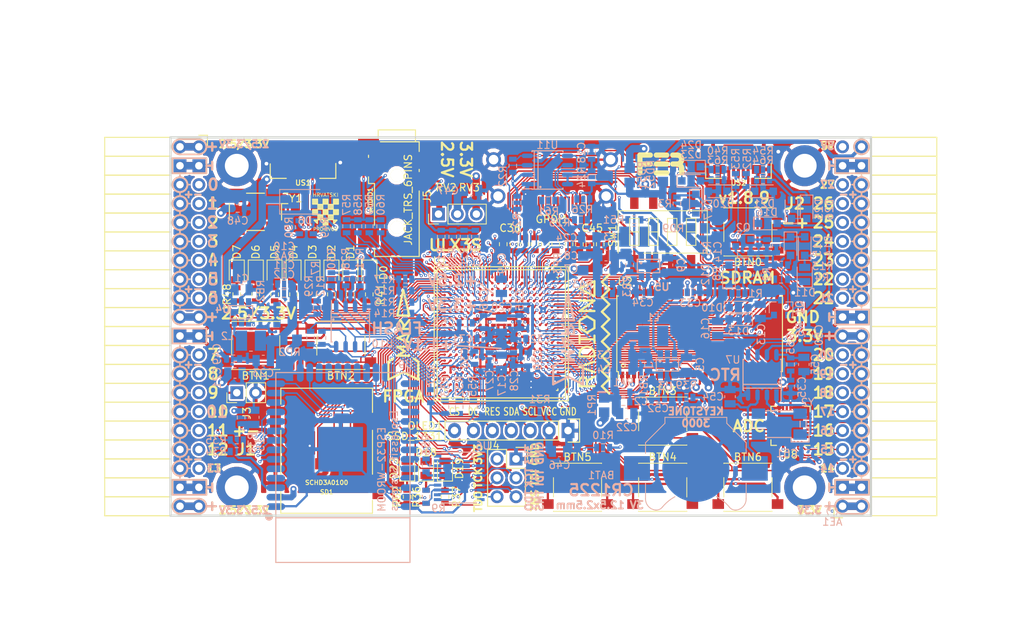
<source format=kicad_pcb>
(kicad_pcb (version 20171130) (host pcbnew 5.0.0-rc2+dfsg1-2)

  (general
    (thickness 1.6)
    (drawings 480)
    (tracks 4869)
    (zones 0)
    (modules 208)
    (nets 317)
  )

  (page A4)
  (layers
    (0 F.Cu signal)
    (1 In1.Cu signal)
    (2 In2.Cu signal)
    (31 B.Cu signal)
    (32 B.Adhes user)
    (33 F.Adhes user)
    (34 B.Paste user)
    (35 F.Paste user)
    (36 B.SilkS user)
    (37 F.SilkS user)
    (38 B.Mask user)
    (39 F.Mask user)
    (40 Dwgs.User user)
    (41 Cmts.User user)
    (42 Eco1.User user)
    (43 Eco2.User user)
    (44 Edge.Cuts user)
    (45 Margin user)
    (46 B.CrtYd user)
    (47 F.CrtYd user)
    (48 B.Fab user hide)
    (49 F.Fab user)
  )

  (setup
    (last_trace_width 0.3)
    (trace_clearance 0.127)
    (zone_clearance 0.127)
    (zone_45_only no)
    (trace_min 0.127)
    (segment_width 0.2)
    (edge_width 0.2)
    (via_size 0.4)
    (via_drill 0.2)
    (via_min_size 0.4)
    (via_min_drill 0.2)
    (uvia_size 0.3)
    (uvia_drill 0.1)
    (uvias_allowed no)
    (uvia_min_size 0.2)
    (uvia_min_drill 0.1)
    (pcb_text_width 0.3)
    (pcb_text_size 1.5 1.5)
    (mod_edge_width 0.15)
    (mod_text_size 1 1)
    (mod_text_width 0.15)
    (pad_size 0.3 0.3)
    (pad_drill 0)
    (pad_to_mask_clearance 0.05)
    (aux_axis_origin 94.1 112.22)
    (grid_origin 93.48 113)
    (visible_elements 7FFFFFFF)
    (pcbplotparams
      (layerselection 0x010fc_ffffffff)
      (usegerberextensions true)
      (usegerberattributes false)
      (usegerberadvancedattributes false)
      (creategerberjobfile false)
      (excludeedgelayer true)
      (linewidth 0.100000)
      (plotframeref false)
      (viasonmask false)
      (mode 1)
      (useauxorigin false)
      (hpglpennumber 1)
      (hpglpenspeed 20)
      (hpglpendiameter 15)
      (psnegative false)
      (psa4output false)
      (plotreference true)
      (plotvalue true)
      (plotinvisibletext false)
      (padsonsilk false)
      (subtractmaskfromsilk false)
      (outputformat 1)
      (mirror false)
      (drillshape 0)
      (scaleselection 1)
      (outputdirectory plot))
  )

  (net 0 "")
  (net 1 GND)
  (net 2 +5V)
  (net 3 /gpio/IN5V)
  (net 4 /gpio/OUT5V)
  (net 5 +3V3)
  (net 6 BTN_D)
  (net 7 BTN_F1)
  (net 8 BTN_F2)
  (net 9 BTN_L)
  (net 10 BTN_R)
  (net 11 BTN_U)
  (net 12 /power/FB1)
  (net 13 +2V5)
  (net 14 /power/PWREN)
  (net 15 /power/FB3)
  (net 16 /power/FB2)
  (net 17 /power/VBAT)
  (net 18 JTAG_TDI)
  (net 19 JTAG_TCK)
  (net 20 JTAG_TMS)
  (net 21 JTAG_TDO)
  (net 22 /power/WAKEUPn)
  (net 23 /power/WKUP)
  (net 24 /power/SHUT)
  (net 25 /power/WAKE)
  (net 26 /power/HOLD)
  (net 27 /power/WKn)
  (net 28 /power/OSCI_32k)
  (net 29 /power/OSCO_32k)
  (net 30 SHUTDOWN)
  (net 31 /analog/AUDIO_L)
  (net 32 /analog/AUDIO_R)
  (net 33 GPDI_SDA)
  (net 34 GPDI_SCL)
  (net 35 /gpdi/VREF2)
  (net 36 SD_CMD)
  (net 37 SD_CLK)
  (net 38 SD_D0)
  (net 39 SD_D1)
  (net 40 USB5V)
  (net 41 GPDI_CEC)
  (net 42 nRESET)
  (net 43 FTDI_nDTR)
  (net 44 SDRAM_CKE)
  (net 45 SDRAM_A7)
  (net 46 SDRAM_D15)
  (net 47 SDRAM_BA1)
  (net 48 SDRAM_D7)
  (net 49 SDRAM_A6)
  (net 50 SDRAM_CLK)
  (net 51 SDRAM_D13)
  (net 52 SDRAM_BA0)
  (net 53 SDRAM_D6)
  (net 54 SDRAM_A5)
  (net 55 SDRAM_D14)
  (net 56 SDRAM_A11)
  (net 57 SDRAM_D12)
  (net 58 SDRAM_D5)
  (net 59 SDRAM_A4)
  (net 60 SDRAM_A10)
  (net 61 SDRAM_D11)
  (net 62 SDRAM_A3)
  (net 63 SDRAM_D4)
  (net 64 SDRAM_D10)
  (net 65 SDRAM_D9)
  (net 66 SDRAM_A9)
  (net 67 SDRAM_D3)
  (net 68 SDRAM_D8)
  (net 69 SDRAM_A8)
  (net 70 SDRAM_A2)
  (net 71 SDRAM_A1)
  (net 72 SDRAM_A0)
  (net 73 SDRAM_D2)
  (net 74 SDRAM_D1)
  (net 75 SDRAM_D0)
  (net 76 SDRAM_DQM0)
  (net 77 SDRAM_nCS)
  (net 78 SDRAM_nRAS)
  (net 79 SDRAM_DQM1)
  (net 80 SDRAM_nCAS)
  (net 81 SDRAM_nWE)
  (net 82 /flash/FLASH_nWP)
  (net 83 /flash/FLASH_nHOLD)
  (net 84 /flash/FLASH_MOSI)
  (net 85 /flash/FLASH_MISO)
  (net 86 /flash/FLASH_SCK)
  (net 87 /flash/FLASH_nCS)
  (net 88 /flash/FPGA_PROGRAMN)
  (net 89 /flash/FPGA_DONE)
  (net 90 /flash/FPGA_INITN)
  (net 91 OLED_RES)
  (net 92 OLED_DC)
  (net 93 OLED_CS)
  (net 94 WIFI_EN)
  (net 95 FTDI_nRTS)
  (net 96 FTDI_TXD)
  (net 97 FTDI_RXD)
  (net 98 WIFI_RXD)
  (net 99 WIFI_GPIO0)
  (net 100 WIFI_TXD)
  (net 101 USB_FTDI_D+)
  (net 102 USB_FTDI_D-)
  (net 103 SD_D3)
  (net 104 AUDIO_L3)
  (net 105 AUDIO_L2)
  (net 106 AUDIO_L1)
  (net 107 AUDIO_L0)
  (net 108 AUDIO_R3)
  (net 109 AUDIO_R2)
  (net 110 AUDIO_R1)
  (net 111 AUDIO_R0)
  (net 112 OLED_CLK)
  (net 113 OLED_MOSI)
  (net 114 LED0)
  (net 115 LED1)
  (net 116 LED2)
  (net 117 LED3)
  (net 118 LED4)
  (net 119 LED5)
  (net 120 LED6)
  (net 121 LED7)
  (net 122 BTN_PWRn)
  (net 123 FTDI_nTXLED)
  (net 124 FTDI_nSLEEP)
  (net 125 /blinkey/LED_PWREN)
  (net 126 /blinkey/LED_TXLED)
  (net 127 /sdcard/SD3V3)
  (net 128 SD_D2)
  (net 129 CLK_25MHz)
  (net 130 /blinkey/BTNPUL)
  (net 131 /blinkey/BTNPUR)
  (net 132 USB_FPGA_D+)
  (net 133 /power/FTDI_nSUSPEND)
  (net 134 /blinkey/ALED0)
  (net 135 /blinkey/ALED1)
  (net 136 /blinkey/ALED2)
  (net 137 /blinkey/ALED3)
  (net 138 /blinkey/ALED4)
  (net 139 /blinkey/ALED5)
  (net 140 /blinkey/ALED6)
  (net 141 /blinkey/ALED7)
  (net 142 /usb/FTD-)
  (net 143 /usb/FTD+)
  (net 144 ADC_MISO)
  (net 145 ADC_MOSI)
  (net 146 ADC_CSn)
  (net 147 ADC_SCLK)
  (net 148 SW3)
  (net 149 SW2)
  (net 150 SW1)
  (net 151 USB_FPGA_D-)
  (net 152 /usb/FPD+)
  (net 153 /usb/FPD-)
  (net 154 WIFI_GPIO16)
  (net 155 /usb/ANT_433MHz)
  (net 156 /power/PWRBTn)
  (net 157 PROG_DONE)
  (net 158 /power/P3V3)
  (net 159 /power/P2V5)
  (net 160 /power/L1)
  (net 161 /power/L3)
  (net 162 /power/L2)
  (net 163 FTDI_TXDEN)
  (net 164 SDRAM_A12)
  (net 165 /analog/AUDIO_V)
  (net 166 AUDIO_V3)
  (net 167 AUDIO_V2)
  (net 168 AUDIO_V1)
  (net 169 AUDIO_V0)
  (net 170 /blinkey/LED_WIFI)
  (net 171 /power/P1V1)
  (net 172 +1V1)
  (net 173 SW4)
  (net 174 /blinkey/SWPU)
  (net 175 /wifi/WIFIEN)
  (net 176 FT2V5)
  (net 177 GN0)
  (net 178 GP0)
  (net 179 GN1)
  (net 180 GP1)
  (net 181 GN2)
  (net 182 GP2)
  (net 183 GN3)
  (net 184 GP3)
  (net 185 GN4)
  (net 186 GP4)
  (net 187 GN5)
  (net 188 GP5)
  (net 189 GN6)
  (net 190 GP6)
  (net 191 GN14)
  (net 192 GP14)
  (net 193 GN15)
  (net 194 GP15)
  (net 195 GN16)
  (net 196 GP16)
  (net 197 GN17)
  (net 198 GP17)
  (net 199 GN18)
  (net 200 GP18)
  (net 201 GN19)
  (net 202 GP19)
  (net 203 GN20)
  (net 204 GP20)
  (net 205 GN21)
  (net 206 GP21)
  (net 207 GN22)
  (net 208 GP22)
  (net 209 GN23)
  (net 210 GP23)
  (net 211 GN24)
  (net 212 GP24)
  (net 213 GN25)
  (net 214 GP25)
  (net 215 GN26)
  (net 216 GP26)
  (net 217 GN27)
  (net 218 GP27)
  (net 219 GN7)
  (net 220 GP7)
  (net 221 GN8)
  (net 222 GP8)
  (net 223 GN9)
  (net 224 GP9)
  (net 225 GN10)
  (net 226 GP10)
  (net 227 GN11)
  (net 228 GP11)
  (net 229 GN12)
  (net 230 GP12)
  (net 231 GN13)
  (net 232 GP13)
  (net 233 WIFI_GPIO5)
  (net 234 WIFI_GPIO17)
  (net 235 USB_FPGA_PULL_D+)
  (net 236 USB_FPGA_PULL_D-)
  (net 237 "Net-(D23-Pad2)")
  (net 238 "Net-(D24-Pad1)")
  (net 239 "Net-(D25-Pad2)")
  (net 240 "Net-(D26-Pad1)")
  (net 241 /gpdi/GPDI_ETH+)
  (net 242 FPDI_ETH+)
  (net 243 /gpdi/GPDI_ETH-)
  (net 244 FPDI_ETH-)
  (net 245 /gpdi/GPDI_D2-)
  (net 246 FPDI_D2-)
  (net 247 /gpdi/GPDI_D1-)
  (net 248 FPDI_D1-)
  (net 249 /gpdi/GPDI_D0-)
  (net 250 FPDI_D0-)
  (net 251 /gpdi/GPDI_CLK-)
  (net 252 FPDI_CLK-)
  (net 253 /gpdi/GPDI_D2+)
  (net 254 FPDI_D2+)
  (net 255 /gpdi/GPDI_D1+)
  (net 256 FPDI_D1+)
  (net 257 /gpdi/GPDI_D0+)
  (net 258 FPDI_D0+)
  (net 259 /gpdi/GPDI_CLK+)
  (net 260 FPDI_CLK+)
  (net 261 FPDI_SDA)
  (net 262 FPDI_SCL)
  (net 263 /gpdi/FPDI_CEC)
  (net 264 2V5_3V3)
  (net 265 "Net-(AUDIO1-Pad5)")
  (net 266 "Net-(AUDIO1-Pad6)")
  (net 267 "Net-(U1-PadA15)")
  (net 268 "Net-(U1-PadC9)")
  (net 269 "Net-(U1-PadD9)")
  (net 270 "Net-(U1-PadD10)")
  (net 271 "Net-(U1-PadD11)")
  (net 272 "Net-(U1-PadD12)")
  (net 273 "Net-(U1-PadE6)")
  (net 274 "Net-(U1-PadE9)")
  (net 275 "Net-(U1-PadE10)")
  (net 276 "Net-(U1-PadE11)")
  (net 277 "Net-(U1-PadJ4)")
  (net 278 "Net-(U1-PadJ5)")
  (net 279 "Net-(U1-PadK5)")
  (net 280 "Net-(U1-PadL5)")
  (net 281 "Net-(U1-PadM4)")
  (net 282 "Net-(U1-PadM5)")
  (net 283 SD_CD)
  (net 284 SD_WP)
  (net 285 "Net-(U1-PadR3)")
  (net 286 "Net-(U1-PadT16)")
  (net 287 "Net-(U1-PadW4)")
  (net 288 "Net-(U1-PadW5)")
  (net 289 "Net-(U1-PadW8)")
  (net 290 "Net-(U1-PadW9)")
  (net 291 "Net-(U1-PadW13)")
  (net 292 "Net-(U1-PadW14)")
  (net 293 "Net-(U1-PadW17)")
  (net 294 "Net-(U1-PadW18)")
  (net 295 FTDI_nRXLED)
  (net 296 "Net-(U8-Pad12)")
  (net 297 "Net-(U8-Pad25)")
  (net 298 "Net-(U9-Pad32)")
  (net 299 "Net-(U9-Pad22)")
  (net 300 "Net-(U9-Pad21)")
  (net 301 "Net-(U9-Pad20)")
  (net 302 "Net-(U9-Pad19)")
  (net 303 "Net-(U9-Pad18)")
  (net 304 "Net-(U9-Pad17)")
  (net 305 "Net-(U9-Pad12)")
  (net 306 "Net-(U9-Pad5)")
  (net 307 "Net-(U9-Pad4)")
  (net 308 "Net-(US1-Pad4)")
  (net 309 "Net-(US2-Pad4)")
  (net 310 "Net-(Y2-Pad3)")
  (net 311 "Net-(Y2-Pad2)")
  (net 312 "Net-(U1-PadK16)")
  (net 313 "Net-(U1-PadK17)")
  (net 314 /usb/US2VBUS)
  (net 315 /power/SHD)
  (net 316 /power/RTCVDD)

  (net_class Default "This is the default net class."
    (clearance 0.127)
    (trace_width 0.3)
    (via_dia 0.4)
    (via_drill 0.2)
    (uvia_dia 0.3)
    (uvia_drill 0.1)
    (add_net +1V1)
    (add_net +2V5)
    (add_net +3V3)
    (add_net +5V)
    (add_net /analog/AUDIO_L)
    (add_net /analog/AUDIO_R)
    (add_net /analog/AUDIO_V)
    (add_net /blinkey/ALED0)
    (add_net /blinkey/ALED1)
    (add_net /blinkey/ALED2)
    (add_net /blinkey/ALED3)
    (add_net /blinkey/ALED4)
    (add_net /blinkey/ALED5)
    (add_net /blinkey/ALED6)
    (add_net /blinkey/ALED7)
    (add_net /blinkey/BTNPUL)
    (add_net /blinkey/BTNPUR)
    (add_net /blinkey/LED_PWREN)
    (add_net /blinkey/LED_TXLED)
    (add_net /blinkey/LED_WIFI)
    (add_net /blinkey/SWPU)
    (add_net /gpdi/GPDI_CLK+)
    (add_net /gpdi/GPDI_CLK-)
    (add_net /gpdi/GPDI_D0+)
    (add_net /gpdi/GPDI_D0-)
    (add_net /gpdi/GPDI_D1+)
    (add_net /gpdi/GPDI_D1-)
    (add_net /gpdi/GPDI_D2+)
    (add_net /gpdi/GPDI_D2-)
    (add_net /gpdi/GPDI_ETH+)
    (add_net /gpdi/GPDI_ETH-)
    (add_net /gpdi/VREF2)
    (add_net /gpio/IN5V)
    (add_net /gpio/OUT5V)
    (add_net /power/FB1)
    (add_net /power/FB2)
    (add_net /power/FB3)
    (add_net /power/FTDI_nSUSPEND)
    (add_net /power/HOLD)
    (add_net /power/L1)
    (add_net /power/L2)
    (add_net /power/L3)
    (add_net /power/OSCI_32k)
    (add_net /power/OSCO_32k)
    (add_net /power/P1V1)
    (add_net /power/P2V5)
    (add_net /power/P3V3)
    (add_net /power/PWRBTn)
    (add_net /power/PWREN)
    (add_net /power/RTCVDD)
    (add_net /power/SHD)
    (add_net /power/SHUT)
    (add_net /power/VBAT)
    (add_net /power/WAKE)
    (add_net /power/WAKEUPn)
    (add_net /power/WKUP)
    (add_net /power/WKn)
    (add_net /sdcard/SD3V3)
    (add_net /usb/ANT_433MHz)
    (add_net /usb/FPD+)
    (add_net /usb/FPD-)
    (add_net /usb/FTD+)
    (add_net /usb/FTD-)
    (add_net /usb/US2VBUS)
    (add_net /wifi/WIFIEN)
    (add_net 2V5_3V3)
    (add_net FT2V5)
    (add_net FTDI_nRXLED)
    (add_net GND)
    (add_net "Net-(AUDIO1-Pad5)")
    (add_net "Net-(AUDIO1-Pad6)")
    (add_net "Net-(D23-Pad2)")
    (add_net "Net-(D24-Pad1)")
    (add_net "Net-(D25-Pad2)")
    (add_net "Net-(D26-Pad1)")
    (add_net "Net-(U1-PadA15)")
    (add_net "Net-(U1-PadC9)")
    (add_net "Net-(U1-PadD10)")
    (add_net "Net-(U1-PadD11)")
    (add_net "Net-(U1-PadD12)")
    (add_net "Net-(U1-PadD9)")
    (add_net "Net-(U1-PadE10)")
    (add_net "Net-(U1-PadE11)")
    (add_net "Net-(U1-PadE6)")
    (add_net "Net-(U1-PadE9)")
    (add_net "Net-(U1-PadJ4)")
    (add_net "Net-(U1-PadJ5)")
    (add_net "Net-(U1-PadK16)")
    (add_net "Net-(U1-PadK17)")
    (add_net "Net-(U1-PadK5)")
    (add_net "Net-(U1-PadL5)")
    (add_net "Net-(U1-PadM4)")
    (add_net "Net-(U1-PadM5)")
    (add_net "Net-(U1-PadR3)")
    (add_net "Net-(U1-PadT16)")
    (add_net "Net-(U1-PadW13)")
    (add_net "Net-(U1-PadW14)")
    (add_net "Net-(U1-PadW17)")
    (add_net "Net-(U1-PadW18)")
    (add_net "Net-(U1-PadW4)")
    (add_net "Net-(U1-PadW5)")
    (add_net "Net-(U1-PadW8)")
    (add_net "Net-(U1-PadW9)")
    (add_net "Net-(U8-Pad12)")
    (add_net "Net-(U8-Pad25)")
    (add_net "Net-(U9-Pad12)")
    (add_net "Net-(U9-Pad17)")
    (add_net "Net-(U9-Pad18)")
    (add_net "Net-(U9-Pad19)")
    (add_net "Net-(U9-Pad20)")
    (add_net "Net-(U9-Pad21)")
    (add_net "Net-(U9-Pad22)")
    (add_net "Net-(U9-Pad32)")
    (add_net "Net-(U9-Pad4)")
    (add_net "Net-(U9-Pad5)")
    (add_net "Net-(US1-Pad4)")
    (add_net "Net-(US2-Pad4)")
    (add_net "Net-(Y2-Pad2)")
    (add_net "Net-(Y2-Pad3)")
    (add_net SD_CD)
    (add_net SD_WP)
    (add_net USB5V)
  )

  (net_class BGA ""
    (clearance 0.127)
    (trace_width 0.19)
    (via_dia 0.4)
    (via_drill 0.2)
    (uvia_dia 0.3)
    (uvia_drill 0.1)
    (add_net /flash/FLASH_MISO)
    (add_net /flash/FLASH_MOSI)
    (add_net /flash/FLASH_SCK)
    (add_net /flash/FLASH_nCS)
    (add_net /flash/FLASH_nHOLD)
    (add_net /flash/FLASH_nWP)
    (add_net /flash/FPGA_DONE)
    (add_net /flash/FPGA_INITN)
    (add_net /flash/FPGA_PROGRAMN)
    (add_net /gpdi/FPDI_CEC)
    (add_net ADC_CSn)
    (add_net ADC_MISO)
    (add_net ADC_MOSI)
    (add_net ADC_SCLK)
    (add_net AUDIO_L0)
    (add_net AUDIO_L1)
    (add_net AUDIO_L2)
    (add_net AUDIO_L3)
    (add_net AUDIO_R0)
    (add_net AUDIO_R1)
    (add_net AUDIO_R2)
    (add_net AUDIO_R3)
    (add_net AUDIO_V0)
    (add_net AUDIO_V1)
    (add_net AUDIO_V2)
    (add_net AUDIO_V3)
    (add_net BTN_D)
    (add_net BTN_F1)
    (add_net BTN_F2)
    (add_net BTN_L)
    (add_net BTN_PWRn)
    (add_net BTN_R)
    (add_net BTN_U)
    (add_net CLK_25MHz)
    (add_net FPDI_CLK+)
    (add_net FPDI_CLK-)
    (add_net FPDI_D0+)
    (add_net FPDI_D0-)
    (add_net FPDI_D1+)
    (add_net FPDI_D1-)
    (add_net FPDI_D2+)
    (add_net FPDI_D2-)
    (add_net FPDI_ETH+)
    (add_net FPDI_ETH-)
    (add_net FPDI_SCL)
    (add_net FPDI_SDA)
    (add_net FTDI_RXD)
    (add_net FTDI_TXD)
    (add_net FTDI_TXDEN)
    (add_net FTDI_nDTR)
    (add_net FTDI_nRTS)
    (add_net FTDI_nSLEEP)
    (add_net FTDI_nTXLED)
    (add_net GN0)
    (add_net GN1)
    (add_net GN10)
    (add_net GN11)
    (add_net GN12)
    (add_net GN13)
    (add_net GN14)
    (add_net GN15)
    (add_net GN16)
    (add_net GN17)
    (add_net GN18)
    (add_net GN19)
    (add_net GN2)
    (add_net GN20)
    (add_net GN21)
    (add_net GN22)
    (add_net GN23)
    (add_net GN24)
    (add_net GN25)
    (add_net GN26)
    (add_net GN27)
    (add_net GN3)
    (add_net GN4)
    (add_net GN5)
    (add_net GN6)
    (add_net GN7)
    (add_net GN8)
    (add_net GN9)
    (add_net GP0)
    (add_net GP1)
    (add_net GP10)
    (add_net GP11)
    (add_net GP12)
    (add_net GP13)
    (add_net GP14)
    (add_net GP15)
    (add_net GP16)
    (add_net GP17)
    (add_net GP18)
    (add_net GP19)
    (add_net GP2)
    (add_net GP20)
    (add_net GP21)
    (add_net GP22)
    (add_net GP23)
    (add_net GP24)
    (add_net GP25)
    (add_net GP26)
    (add_net GP27)
    (add_net GP3)
    (add_net GP4)
    (add_net GP5)
    (add_net GP6)
    (add_net GP7)
    (add_net GP8)
    (add_net GP9)
    (add_net GPDI_CEC)
    (add_net GPDI_SCL)
    (add_net GPDI_SDA)
    (add_net JTAG_TCK)
    (add_net JTAG_TDI)
    (add_net JTAG_TDO)
    (add_net JTAG_TMS)
    (add_net LED0)
    (add_net LED1)
    (add_net LED2)
    (add_net LED3)
    (add_net LED4)
    (add_net LED5)
    (add_net LED6)
    (add_net LED7)
    (add_net OLED_CLK)
    (add_net OLED_CS)
    (add_net OLED_DC)
    (add_net OLED_MOSI)
    (add_net OLED_RES)
    (add_net PROG_DONE)
    (add_net SDRAM_A0)
    (add_net SDRAM_A1)
    (add_net SDRAM_A10)
    (add_net SDRAM_A11)
    (add_net SDRAM_A12)
    (add_net SDRAM_A2)
    (add_net SDRAM_A3)
    (add_net SDRAM_A4)
    (add_net SDRAM_A5)
    (add_net SDRAM_A6)
    (add_net SDRAM_A7)
    (add_net SDRAM_A8)
    (add_net SDRAM_A9)
    (add_net SDRAM_BA0)
    (add_net SDRAM_BA1)
    (add_net SDRAM_CKE)
    (add_net SDRAM_CLK)
    (add_net SDRAM_D0)
    (add_net SDRAM_D1)
    (add_net SDRAM_D10)
    (add_net SDRAM_D11)
    (add_net SDRAM_D12)
    (add_net SDRAM_D13)
    (add_net SDRAM_D14)
    (add_net SDRAM_D15)
    (add_net SDRAM_D2)
    (add_net SDRAM_D3)
    (add_net SDRAM_D4)
    (add_net SDRAM_D5)
    (add_net SDRAM_D6)
    (add_net SDRAM_D7)
    (add_net SDRAM_D8)
    (add_net SDRAM_D9)
    (add_net SDRAM_DQM0)
    (add_net SDRAM_DQM1)
    (add_net SDRAM_nCAS)
    (add_net SDRAM_nCS)
    (add_net SDRAM_nRAS)
    (add_net SDRAM_nWE)
    (add_net SD_CLK)
    (add_net SD_CMD)
    (add_net SD_D0)
    (add_net SD_D1)
    (add_net SD_D2)
    (add_net SD_D3)
    (add_net SHUTDOWN)
    (add_net SW1)
    (add_net SW2)
    (add_net SW3)
    (add_net SW4)
    (add_net USB_FPGA_D+)
    (add_net USB_FPGA_D-)
    (add_net USB_FPGA_PULL_D+)
    (add_net USB_FPGA_PULL_D-)
    (add_net USB_FTDI_D+)
    (add_net USB_FTDI_D-)
    (add_net WIFI_EN)
    (add_net WIFI_GPIO0)
    (add_net WIFI_GPIO16)
    (add_net WIFI_GPIO17)
    (add_net WIFI_GPIO5)
    (add_net WIFI_RXD)
    (add_net WIFI_TXD)
    (add_net nRESET)
  )

  (net_class Minimal ""
    (clearance 0.127)
    (trace_width 0.127)
    (via_dia 0.4)
    (via_drill 0.2)
    (uvia_dia 0.3)
    (uvia_drill 0.1)
  )

  (module usb_otg:USB-MICRO-B-FCI-10118192-0001LF-small-pads (layer F.Cu) (tedit 5B17CBBF) (tstamp 5B2D40A5)
    (at 170.3 63.325 180)
    (path /58D6BF46/58D6C841)
    (attr smd)
    (fp_text reference US2 (at 0 -4.2 180) (layer F.SilkS)
      (effects (font (size 0.7 0.7) (thickness 0.15)))
    )
    (fp_text value MICRO_USB (at 0 0 180) (layer F.SilkS) hide
      (effects (font (size 1 1) (thickness 0.15)))
    )
    (fp_line (start -5 -3.6) (end -5 2.4) (layer F.CrtYd) (width 0.05))
    (fp_line (start 5 -3.6) (end -5 -3.6) (layer F.CrtYd) (width 0.05))
    (fp_line (start 5 2.4) (end -5 2.4) (layer F.CrtYd) (width 0.05))
    (fp_line (start 5 -3.6) (end 5 2.4) (layer F.CrtYd) (width 0.05))
    (fp_line (start -4.25 3) (end -4.25 2.4) (layer F.CrtYd) (width 0.05))
    (fp_line (start 4.25 3) (end -4.25 3) (layer F.CrtYd) (width 0.05))
    (fp_line (start 4.25 2.4) (end 4.25 3) (layer F.CrtYd) (width 0.05))
    (fp_line (start 4 1.45) (end 3.5 1.45) (layer Cmts.User) (width 0.05))
    (fp_line (start -4 1.45) (end -3.5 1.45) (layer Cmts.User) (width 0.05))
    (fp_line (start 4.4 -3.6) (end 4.4 -1.65) (layer F.SilkS) (width 0.15))
    (fp_line (start 2.25 -3.6) (end 4.4 -3.6) (layer F.SilkS) (width 0.15))
    (fp_line (start -4.4 -3.6) (end -2.25 -3.6) (layer F.SilkS) (width 0.15))
    (fp_line (start -4.4 -1.6) (end -4.4 -3.6) (layer F.SilkS) (width 0.15))
    (fp_line (start 6 1.45) (end -6 1.45) (layer Dwgs.User) (width 0.05))
    (fp_line (start -5 -3.6) (end 5 -3.6) (layer F.Fab) (width 0.1))
    (fp_line (start 5 -3.6) (end 5 2.4) (layer F.Fab) (width 0.1))
    (fp_line (start 5 2.4) (end -5 2.4) (layer F.Fab) (width 0.1))
    (fp_line (start -5 2.4) (end -5 -3.6) (layer F.Fab) (width 0.1))
    (fp_text user %R (at 0 -4.826 180) (layer F.Fab)
      (effects (font (size 1.5 1.5) (thickness 0.15)))
    )
    (pad 6 smd rect (at 3.4 0 180) (size 1.7 1.3) (layers F.Cu F.Paste F.Mask)
      (net 1 GND))
    (pad 6 smd rect (at -3.4 0) (size 1.7 1.3) (layers F.Cu F.Paste F.Mask)
      (net 1 GND))
    (pad 5 smd rect (at 1.3 -2.675 180) (size 0.4 1.35) (layers F.Cu F.Paste F.Mask)
      (net 1 GND))
    (pad 4 smd rect (at 0.65 -2.675 180) (size 0.4 1.35) (layers F.Cu F.Paste F.Mask)
      (net 309 "Net-(US2-Pad4)"))
    (pad 3 smd rect (at 0 -2.675 180) (size 0.4 1.35) (layers F.Cu F.Paste F.Mask)
      (net 152 /usb/FPD+))
    (pad 2 smd rect (at -0.65 -2.675 180) (size 0.4 1.35) (layers F.Cu F.Paste F.Mask)
      (net 153 /usb/FPD-))
    (pad 1 smd rect (at -1.3 -2.675 180) (size 0.4 1.35) (layers F.Cu F.Paste F.Mask)
      (net 314 /usb/US2VBUS))
    (pad 6 smd rect (at 0 0 180) (size 4 1.9) (layers F.Cu F.Paste F.Mask)
      (net 1 GND))
    (pad 6 smd rect (at 2.6 -2.4 180) (size 1.6 1.2) (layers F.Cu F.Paste F.Mask)
      (net 1 GND))
    (pad 6 smd rect (at -2.6 -2.4 180) (size 1.6 1.2) (layers F.Cu F.Paste F.Mask)
      (net 1 GND))
    (model ${KISYS3DMOD}/Connector_USB.3dshapes/USB_Micro-B_Molex_47346-0001.wrl
      (offset (xyz 0 1.2 0))
      (scale (xyz 1 1 1))
      (rotate (xyz 0 0 0))
    )
  )

  (module usb_otg:USB-MICRO-B-FCI-10118192-0001LF-small-pads (layer F.Cu) (tedit 5B17CBBF) (tstamp 5B2D4085)
    (at 111.88 63.325 180)
    (path /58D6BF46/58D6C840)
    (attr smd)
    (fp_text reference US1 (at 0 -4.2 180) (layer F.SilkS)
      (effects (font (size 0.7 0.7) (thickness 0.15)))
    )
    (fp_text value MICRO_USB (at 0 0 180) (layer F.SilkS) hide
      (effects (font (size 1 1) (thickness 0.15)))
    )
    (fp_line (start -5 -3.6) (end -5 2.4) (layer F.CrtYd) (width 0.05))
    (fp_line (start 5 -3.6) (end -5 -3.6) (layer F.CrtYd) (width 0.05))
    (fp_line (start 5 2.4) (end -5 2.4) (layer F.CrtYd) (width 0.05))
    (fp_line (start 5 -3.6) (end 5 2.4) (layer F.CrtYd) (width 0.05))
    (fp_line (start -4.25 3) (end -4.25 2.4) (layer F.CrtYd) (width 0.05))
    (fp_line (start 4.25 3) (end -4.25 3) (layer F.CrtYd) (width 0.05))
    (fp_line (start 4.25 2.4) (end 4.25 3) (layer F.CrtYd) (width 0.05))
    (fp_line (start 4 1.45) (end 3.5 1.45) (layer Cmts.User) (width 0.05))
    (fp_line (start -4 1.45) (end -3.5 1.45) (layer Cmts.User) (width 0.05))
    (fp_line (start 4.4 -3.6) (end 4.4 -1.65) (layer F.SilkS) (width 0.15))
    (fp_line (start 2.25 -3.6) (end 4.4 -3.6) (layer F.SilkS) (width 0.15))
    (fp_line (start -4.4 -3.6) (end -2.25 -3.6) (layer F.SilkS) (width 0.15))
    (fp_line (start -4.4 -1.6) (end -4.4 -3.6) (layer F.SilkS) (width 0.15))
    (fp_line (start 6 1.45) (end -6 1.45) (layer Dwgs.User) (width 0.05))
    (fp_line (start -5 -3.6) (end 5 -3.6) (layer F.Fab) (width 0.1))
    (fp_line (start 5 -3.6) (end 5 2.4) (layer F.Fab) (width 0.1))
    (fp_line (start 5 2.4) (end -5 2.4) (layer F.Fab) (width 0.1))
    (fp_line (start -5 2.4) (end -5 -3.6) (layer F.Fab) (width 0.1))
    (fp_text user %R (at 0 -4.826 180) (layer F.Fab)
      (effects (font (size 1.5 1.5) (thickness 0.15)))
    )
    (pad 6 smd rect (at 3.4 0 180) (size 1.7 1.3) (layers F.Cu F.Paste F.Mask)
      (net 1 GND))
    (pad 6 smd rect (at -3.4 0) (size 1.7 1.3) (layers F.Cu F.Paste F.Mask)
      (net 1 GND))
    (pad 5 smd rect (at 1.3 -2.675 180) (size 0.4 1.35) (layers F.Cu F.Paste F.Mask)
      (net 1 GND))
    (pad 4 smd rect (at 0.65 -2.675 180) (size 0.4 1.35) (layers F.Cu F.Paste F.Mask)
      (net 308 "Net-(US1-Pad4)"))
    (pad 3 smd rect (at 0 -2.675 180) (size 0.4 1.35) (layers F.Cu F.Paste F.Mask)
      (net 143 /usb/FTD+))
    (pad 2 smd rect (at -0.65 -2.675 180) (size 0.4 1.35) (layers F.Cu F.Paste F.Mask)
      (net 142 /usb/FTD-))
    (pad 1 smd rect (at -1.3 -2.675 180) (size 0.4 1.35) (layers F.Cu F.Paste F.Mask)
      (net 40 USB5V))
    (pad 6 smd rect (at 0 0 180) (size 4 1.9) (layers F.Cu F.Paste F.Mask)
      (net 1 GND))
    (pad 6 smd rect (at 2.6 -2.4 180) (size 1.6 1.2) (layers F.Cu F.Paste F.Mask)
      (net 1 GND))
    (pad 6 smd rect (at -2.6 -2.4 180) (size 1.6 1.2) (layers F.Cu F.Paste F.Mask)
      (net 1 GND))
    (model ${KISYS3DMOD}/Connector_USB.3dshapes/USB_Micro-B_Molex_47346-0001.wrl
      (offset (xyz 0 1.2 0))
      (scale (xyz 1 1 1))
      (rotate (xyz 0 0 0))
    )
  )

  (module Socket_Strips:Socket_Strip_Angled_2x20 (layer F.Cu) (tedit 5A2B354F) (tstamp 58E6BE3D)
    (at 97.91 62.69 270)
    (descr "Through hole socket strip")
    (tags "socket strip")
    (path /56AC389C/58E6B835)
    (fp_text reference J1 (at 40.64 -6.35) (layer F.SilkS)
      (effects (font (size 1.5 1.5) (thickness 0.3)))
    )
    (fp_text value CONN_02X20 (at 0 -2.6 270) (layer F.Fab) hide
      (effects (font (size 1 1) (thickness 0.15)))
    )
    (fp_line (start -1.75 -1.35) (end -1.75 13.15) (layer F.CrtYd) (width 0.05))
    (fp_line (start 50.05 -1.35) (end 50.05 13.15) (layer F.CrtYd) (width 0.05))
    (fp_line (start -1.75 -1.35) (end 50.05 -1.35) (layer F.CrtYd) (width 0.05))
    (fp_line (start -1.75 13.15) (end 50.05 13.15) (layer F.CrtYd) (width 0.05))
    (fp_line (start 49.53 12.64) (end 49.53 3.81) (layer F.SilkS) (width 0.15))
    (fp_line (start 46.99 12.64) (end 49.53 12.64) (layer F.SilkS) (width 0.15))
    (fp_line (start 46.99 3.81) (end 49.53 3.81) (layer F.SilkS) (width 0.15))
    (fp_line (start 49.53 3.81) (end 49.53 12.64) (layer F.SilkS) (width 0.15))
    (fp_line (start 46.99 3.81) (end 46.99 12.64) (layer F.SilkS) (width 0.15))
    (fp_line (start 44.45 3.81) (end 46.99 3.81) (layer F.SilkS) (width 0.15))
    (fp_line (start 44.45 12.64) (end 46.99 12.64) (layer F.SilkS) (width 0.15))
    (fp_line (start 46.99 12.64) (end 46.99 3.81) (layer F.SilkS) (width 0.15))
    (fp_line (start 29.21 12.64) (end 29.21 3.81) (layer F.SilkS) (width 0.15))
    (fp_line (start 26.67 12.64) (end 29.21 12.64) (layer F.SilkS) (width 0.15))
    (fp_line (start 26.67 3.81) (end 29.21 3.81) (layer F.SilkS) (width 0.15))
    (fp_line (start 29.21 3.81) (end 29.21 12.64) (layer F.SilkS) (width 0.15))
    (fp_line (start 31.75 3.81) (end 31.75 12.64) (layer F.SilkS) (width 0.15))
    (fp_line (start 29.21 3.81) (end 31.75 3.81) (layer F.SilkS) (width 0.15))
    (fp_line (start 29.21 12.64) (end 31.75 12.64) (layer F.SilkS) (width 0.15))
    (fp_line (start 31.75 12.64) (end 31.75 3.81) (layer F.SilkS) (width 0.15))
    (fp_line (start 44.45 12.64) (end 44.45 3.81) (layer F.SilkS) (width 0.15))
    (fp_line (start 41.91 12.64) (end 44.45 12.64) (layer F.SilkS) (width 0.15))
    (fp_line (start 41.91 3.81) (end 44.45 3.81) (layer F.SilkS) (width 0.15))
    (fp_line (start 44.45 3.81) (end 44.45 12.64) (layer F.SilkS) (width 0.15))
    (fp_line (start 41.91 3.81) (end 41.91 12.64) (layer F.SilkS) (width 0.15))
    (fp_line (start 39.37 3.81) (end 41.91 3.81) (layer F.SilkS) (width 0.15))
    (fp_line (start 39.37 12.64) (end 41.91 12.64) (layer F.SilkS) (width 0.15))
    (fp_line (start 41.91 12.64) (end 41.91 3.81) (layer F.SilkS) (width 0.15))
    (fp_line (start 39.37 12.64) (end 39.37 3.81) (layer F.SilkS) (width 0.15))
    (fp_line (start 36.83 12.64) (end 39.37 12.64) (layer F.SilkS) (width 0.15))
    (fp_line (start 36.83 3.81) (end 39.37 3.81) (layer F.SilkS) (width 0.15))
    (fp_line (start 39.37 3.81) (end 39.37 12.64) (layer F.SilkS) (width 0.15))
    (fp_line (start 36.83 3.81) (end 36.83 12.64) (layer F.SilkS) (width 0.15))
    (fp_line (start 34.29 3.81) (end 36.83 3.81) (layer F.SilkS) (width 0.15))
    (fp_line (start 34.29 12.64) (end 36.83 12.64) (layer F.SilkS) (width 0.15))
    (fp_line (start 36.83 12.64) (end 36.83 3.81) (layer F.SilkS) (width 0.15))
    (fp_line (start 34.29 12.64) (end 34.29 3.81) (layer F.SilkS) (width 0.15))
    (fp_line (start 31.75 12.64) (end 34.29 12.64) (layer F.SilkS) (width 0.15))
    (fp_line (start 31.75 3.81) (end 34.29 3.81) (layer F.SilkS) (width 0.15))
    (fp_line (start 34.29 3.81) (end 34.29 12.64) (layer F.SilkS) (width 0.15))
    (fp_line (start 16.51 3.81) (end 16.51 12.64) (layer F.SilkS) (width 0.15))
    (fp_line (start 13.97 3.81) (end 16.51 3.81) (layer F.SilkS) (width 0.15))
    (fp_line (start 13.97 12.64) (end 16.51 12.64) (layer F.SilkS) (width 0.15))
    (fp_line (start 16.51 12.64) (end 16.51 3.81) (layer F.SilkS) (width 0.15))
    (fp_line (start 19.05 12.64) (end 19.05 3.81) (layer F.SilkS) (width 0.15))
    (fp_line (start 16.51 12.64) (end 19.05 12.64) (layer F.SilkS) (width 0.15))
    (fp_line (start 16.51 3.81) (end 19.05 3.81) (layer F.SilkS) (width 0.15))
    (fp_line (start 19.05 3.81) (end 19.05 12.64) (layer F.SilkS) (width 0.15))
    (fp_line (start 21.59 3.81) (end 21.59 12.64) (layer F.SilkS) (width 0.15))
    (fp_line (start 19.05 3.81) (end 21.59 3.81) (layer F.SilkS) (width 0.15))
    (fp_line (start 19.05 12.64) (end 21.59 12.64) (layer F.SilkS) (width 0.15))
    (fp_line (start 21.59 12.64) (end 21.59 3.81) (layer F.SilkS) (width 0.15))
    (fp_line (start 24.13 12.64) (end 24.13 3.81) (layer F.SilkS) (width 0.15))
    (fp_line (start 21.59 12.64) (end 24.13 12.64) (layer F.SilkS) (width 0.15))
    (fp_line (start 21.59 3.81) (end 24.13 3.81) (layer F.SilkS) (width 0.15))
    (fp_line (start 24.13 3.81) (end 24.13 12.64) (layer F.SilkS) (width 0.15))
    (fp_line (start 26.67 3.81) (end 26.67 12.64) (layer F.SilkS) (width 0.15))
    (fp_line (start 24.13 3.81) (end 26.67 3.81) (layer F.SilkS) (width 0.15))
    (fp_line (start 24.13 12.64) (end 26.67 12.64) (layer F.SilkS) (width 0.15))
    (fp_line (start 26.67 12.64) (end 26.67 3.81) (layer F.SilkS) (width 0.15))
    (fp_line (start 13.97 12.64) (end 13.97 3.81) (layer F.SilkS) (width 0.15))
    (fp_line (start 11.43 12.64) (end 13.97 12.64) (layer F.SilkS) (width 0.15))
    (fp_line (start 11.43 3.81) (end 13.97 3.81) (layer F.SilkS) (width 0.15))
    (fp_line (start 13.97 3.81) (end 13.97 12.64) (layer F.SilkS) (width 0.15))
    (fp_line (start 11.43 3.81) (end 11.43 12.64) (layer F.SilkS) (width 0.15))
    (fp_line (start 8.89 3.81) (end 11.43 3.81) (layer F.SilkS) (width 0.15))
    (fp_line (start 8.89 12.64) (end 11.43 12.64) (layer F.SilkS) (width 0.15))
    (fp_line (start 11.43 12.64) (end 11.43 3.81) (layer F.SilkS) (width 0.15))
    (fp_line (start 8.89 12.64) (end 8.89 3.81) (layer F.SilkS) (width 0.15))
    (fp_line (start 6.35 12.64) (end 8.89 12.64) (layer F.SilkS) (width 0.15))
    (fp_line (start 6.35 3.81) (end 8.89 3.81) (layer F.SilkS) (width 0.15))
    (fp_line (start 8.89 3.81) (end 8.89 12.64) (layer F.SilkS) (width 0.15))
    (fp_line (start 6.35 3.81) (end 6.35 12.64) (layer F.SilkS) (width 0.15))
    (fp_line (start 3.81 3.81) (end 6.35 3.81) (layer F.SilkS) (width 0.15))
    (fp_line (start 3.81 12.64) (end 6.35 12.64) (layer F.SilkS) (width 0.15))
    (fp_line (start 6.35 12.64) (end 6.35 3.81) (layer F.SilkS) (width 0.15))
    (fp_line (start 3.81 12.64) (end 3.81 3.81) (layer F.SilkS) (width 0.15))
    (fp_line (start 1.27 12.64) (end 3.81 12.64) (layer F.SilkS) (width 0.15))
    (fp_line (start 1.27 3.81) (end 3.81 3.81) (layer F.SilkS) (width 0.15))
    (fp_line (start 3.81 3.81) (end 3.81 12.64) (layer F.SilkS) (width 0.15))
    (fp_line (start 1.27 3.81) (end 1.27 12.64) (layer F.SilkS) (width 0.15))
    (fp_line (start -1.27 3.81) (end 1.27 3.81) (layer F.SilkS) (width 0.15))
    (fp_line (start 0 -1.15) (end -1.55 -1.15) (layer F.SilkS) (width 0.15))
    (fp_line (start -1.55 -1.15) (end -1.55 0) (layer F.SilkS) (width 0.15))
    (fp_line (start -1.27 3.81) (end -1.27 12.64) (layer F.SilkS) (width 0.15))
    (fp_line (start -1.27 12.64) (end 1.27 12.64) (layer F.SilkS) (width 0.15))
    (fp_line (start 1.27 12.64) (end 1.27 3.81) (layer F.SilkS) (width 0.15))
    (pad 1 thru_hole oval (at 0 0 270) (size 1.7272 1.7272) (drill 1.016) (layers *.Cu *.Mask)
      (net 264 2V5_3V3))
    (pad 2 thru_hole oval (at 0 2.54 270) (size 1.7272 1.7272) (drill 1.016) (layers *.Cu *.Mask)
      (net 264 2V5_3V3))
    (pad 3 thru_hole rect (at 2.54 0 270) (size 1.7272 1.7272) (drill 1.016) (layers *.Cu *.Mask)
      (net 1 GND))
    (pad 4 thru_hole rect (at 2.54 2.54 270) (size 1.7272 1.7272) (drill 1.016) (layers *.Cu *.Mask)
      (net 1 GND))
    (pad 5 thru_hole oval (at 5.08 0 270) (size 1.7272 1.7272) (drill 1.016) (layers *.Cu *.Mask)
      (net 177 GN0))
    (pad 6 thru_hole oval (at 5.08 2.54 270) (size 1.7272 1.7272) (drill 1.016) (layers *.Cu *.Mask)
      (net 178 GP0))
    (pad 7 thru_hole oval (at 7.62 0 270) (size 1.7272 1.7272) (drill 1.016) (layers *.Cu *.Mask)
      (net 179 GN1))
    (pad 8 thru_hole oval (at 7.62 2.54 270) (size 1.7272 1.7272) (drill 1.016) (layers *.Cu *.Mask)
      (net 180 GP1))
    (pad 9 thru_hole oval (at 10.16 0 270) (size 1.7272 1.7272) (drill 1.016) (layers *.Cu *.Mask)
      (net 181 GN2))
    (pad 10 thru_hole oval (at 10.16 2.54 270) (size 1.7272 1.7272) (drill 1.016) (layers *.Cu *.Mask)
      (net 182 GP2))
    (pad 11 thru_hole oval (at 12.7 0 270) (size 1.7272 1.7272) (drill 1.016) (layers *.Cu *.Mask)
      (net 183 GN3))
    (pad 12 thru_hole oval (at 12.7 2.54 270) (size 1.7272 1.7272) (drill 1.016) (layers *.Cu *.Mask)
      (net 184 GP3))
    (pad 13 thru_hole oval (at 15.24 0 270) (size 1.7272 1.7272) (drill 1.016) (layers *.Cu *.Mask)
      (net 185 GN4))
    (pad 14 thru_hole oval (at 15.24 2.54 270) (size 1.7272 1.7272) (drill 1.016) (layers *.Cu *.Mask)
      (net 186 GP4))
    (pad 15 thru_hole oval (at 17.78 0 270) (size 1.7272 1.7272) (drill 1.016) (layers *.Cu *.Mask)
      (net 187 GN5))
    (pad 16 thru_hole oval (at 17.78 2.54 270) (size 1.7272 1.7272) (drill 1.016) (layers *.Cu *.Mask)
      (net 188 GP5))
    (pad 17 thru_hole oval (at 20.32 0 270) (size 1.7272 1.7272) (drill 1.016) (layers *.Cu *.Mask)
      (net 189 GN6))
    (pad 18 thru_hole oval (at 20.32 2.54 270) (size 1.7272 1.7272) (drill 1.016) (layers *.Cu *.Mask)
      (net 190 GP6))
    (pad 19 thru_hole oval (at 22.86 0 270) (size 1.7272 1.7272) (drill 1.016) (layers *.Cu *.Mask)
      (net 264 2V5_3V3))
    (pad 20 thru_hole oval (at 22.86 2.54 270) (size 1.7272 1.7272) (drill 1.016) (layers *.Cu *.Mask)
      (net 264 2V5_3V3))
    (pad 21 thru_hole rect (at 25.4 0 270) (size 1.7272 1.7272) (drill 1.016) (layers *.Cu *.Mask)
      (net 1 GND))
    (pad 22 thru_hole rect (at 25.4 2.54 270) (size 1.7272 1.7272) (drill 1.016) (layers *.Cu *.Mask)
      (net 1 GND))
    (pad 23 thru_hole oval (at 27.94 0 270) (size 1.7272 1.7272) (drill 1.016) (layers *.Cu *.Mask)
      (net 219 GN7))
    (pad 24 thru_hole oval (at 27.94 2.54 270) (size 1.7272 1.7272) (drill 1.016) (layers *.Cu *.Mask)
      (net 220 GP7))
    (pad 25 thru_hole oval (at 30.48 0 270) (size 1.7272 1.7272) (drill 1.016) (layers *.Cu *.Mask)
      (net 221 GN8))
    (pad 26 thru_hole oval (at 30.48 2.54 270) (size 1.7272 1.7272) (drill 1.016) (layers *.Cu *.Mask)
      (net 222 GP8))
    (pad 27 thru_hole oval (at 33.02 0 270) (size 1.7272 1.7272) (drill 1.016) (layers *.Cu *.Mask)
      (net 223 GN9))
    (pad 28 thru_hole oval (at 33.02 2.54 270) (size 1.7272 1.7272) (drill 1.016) (layers *.Cu *.Mask)
      (net 224 GP9))
    (pad 29 thru_hole oval (at 35.56 0 270) (size 1.7272 1.7272) (drill 1.016) (layers *.Cu *.Mask)
      (net 225 GN10))
    (pad 30 thru_hole oval (at 35.56 2.54 270) (size 1.7272 1.7272) (drill 1.016) (layers *.Cu *.Mask)
      (net 226 GP10))
    (pad 31 thru_hole oval (at 38.1 0 270) (size 1.7272 1.7272) (drill 1.016) (layers *.Cu *.Mask)
      (net 227 GN11))
    (pad 32 thru_hole oval (at 38.1 2.54 270) (size 1.7272 1.7272) (drill 1.016) (layers *.Cu *.Mask)
      (net 228 GP11))
    (pad 33 thru_hole oval (at 40.64 0 270) (size 1.7272 1.7272) (drill 1.016) (layers *.Cu *.Mask)
      (net 229 GN12))
    (pad 34 thru_hole oval (at 40.64 2.54 270) (size 1.7272 1.7272) (drill 1.016) (layers *.Cu *.Mask)
      (net 230 GP12))
    (pad 35 thru_hole oval (at 43.18 0 270) (size 1.7272 1.7272) (drill 1.016) (layers *.Cu *.Mask)
      (net 231 GN13))
    (pad 36 thru_hole oval (at 43.18 2.54 270) (size 1.7272 1.7272) (drill 1.016) (layers *.Cu *.Mask)
      (net 232 GP13))
    (pad 37 thru_hole rect (at 45.72 0 270) (size 1.7272 1.7272) (drill 1.016) (layers *.Cu *.Mask)
      (net 1 GND))
    (pad 38 thru_hole rect (at 45.72 2.54 270) (size 1.7272 1.7272) (drill 1.016) (layers *.Cu *.Mask)
      (net 1 GND))
    (pad 39 thru_hole oval (at 48.26 0 270) (size 1.7272 1.7272) (drill 1.016) (layers *.Cu *.Mask)
      (net 264 2V5_3V3))
    (pad 40 thru_hole oval (at 48.26 2.54 270) (size 1.7272 1.7272) (drill 1.016) (layers *.Cu *.Mask)
      (net 264 2V5_3V3))
    (model ${KISYS3DMOD}/Connector_IDC.3dshapes/IDC-Header_2x20_P2.54mm_Vertical.wrl_disabled
      (offset (xyz 0 -2.54 0))
      (scale (xyz 1 1 1))
      (rotate (xyz 0 0 -90))
    )
  )

  (module TSOT-25:TSOT-25 (layer B.Cu) (tedit 59CD7E8F) (tstamp 58D5976E)
    (at 160.775 91.9)
    (path /58D51CAD/5AF563F3)
    (attr smd)
    (fp_text reference U3 (at -0.295 2.9) (layer B.SilkS)
      (effects (font (size 1 1) (thickness 0.2)) (justify mirror))
    )
    (fp_text value TLV62569DBV (at 0 2.286) (layer B.Fab)
      (effects (font (size 0.4 0.4) (thickness 0.1)) (justify mirror))
    )
    (fp_circle (center -1 -0.4) (end -0.95 -0.5) (layer B.SilkS) (width 0.15))
    (fp_line (start -1.5 0.9) (end 1.5 0.9) (layer B.SilkS) (width 0.15))
    (fp_line (start 1.5 0.9) (end 1.5 -0.9) (layer B.SilkS) (width 0.15))
    (fp_line (start 1.5 -0.9) (end -1.5 -0.9) (layer B.SilkS) (width 0.15))
    (fp_line (start -1.5 -0.9) (end -1.5 0.9) (layer B.SilkS) (width 0.15))
    (pad 1 smd rect (at -0.95 -1.3) (size 0.7 1.2) (layers B.Cu B.Paste B.Mask)
      (net 14 /power/PWREN))
    (pad 2 smd rect (at 0 -1.3) (size 0.7 1.2) (layers B.Cu B.Paste B.Mask)
      (net 1 GND))
    (pad 3 smd rect (at 0.95 -1.3) (size 0.7 1.2) (layers B.Cu B.Paste B.Mask)
      (net 160 /power/L1))
    (pad 4 smd rect (at 0.95 1.3) (size 0.7 1.2) (layers B.Cu B.Paste B.Mask)
      (net 2 +5V))
    (pad 5 smd rect (at -0.95 1.3) (size 0.7 1.2) (layers B.Cu B.Paste B.Mask)
      (net 12 /power/FB1))
    (model ${KISYS3DMOD}/Package_TO_SOT_SMD.3dshapes/SOT-23-5.wrl
      (at (xyz 0 0 0))
      (scale (xyz 1 1 1))
      (rotate (xyz 0 0 -90))
    )
  )

  (module TSOT-25:TSOT-25 (layer B.Cu) (tedit 59CD7E82) (tstamp 58D599CD)
    (at 103.625 84.915 180)
    (path /58D51CAD/5AFCB5C1)
    (attr smd)
    (fp_text reference U4 (at 2.525 0.4265 180) (layer B.SilkS)
      (effects (font (size 1 1) (thickness 0.2)) (justify mirror))
    )
    (fp_text value TLV62569DBV (at 0 2.443 180) (layer B.Fab)
      (effects (font (size 0.4 0.4) (thickness 0.1)) (justify mirror))
    )
    (fp_circle (center -1 -0.4) (end -0.95 -0.5) (layer B.SilkS) (width 0.15))
    (fp_line (start -1.5 0.9) (end 1.5 0.9) (layer B.SilkS) (width 0.15))
    (fp_line (start 1.5 0.9) (end 1.5 -0.9) (layer B.SilkS) (width 0.15))
    (fp_line (start 1.5 -0.9) (end -1.5 -0.9) (layer B.SilkS) (width 0.15))
    (fp_line (start -1.5 -0.9) (end -1.5 0.9) (layer B.SilkS) (width 0.15))
    (pad 1 smd rect (at -0.95 -1.3 180) (size 0.7 1.2) (layers B.Cu B.Paste B.Mask)
      (net 14 /power/PWREN))
    (pad 2 smd rect (at 0 -1.3 180) (size 0.7 1.2) (layers B.Cu B.Paste B.Mask)
      (net 1 GND))
    (pad 3 smd rect (at 0.95 -1.3 180) (size 0.7 1.2) (layers B.Cu B.Paste B.Mask)
      (net 162 /power/L2))
    (pad 4 smd rect (at 0.95 1.3 180) (size 0.7 1.2) (layers B.Cu B.Paste B.Mask)
      (net 2 +5V))
    (pad 5 smd rect (at -0.95 1.3 180) (size 0.7 1.2) (layers B.Cu B.Paste B.Mask)
      (net 16 /power/FB2))
    (model ${KISYS3DMOD}/Package_TO_SOT_SMD.3dshapes/SOT-23-5.wrl
      (at (xyz 0 0 0))
      (scale (xyz 1 1 1))
      (rotate (xyz 0 0 -90))
    )
  )

  (module TSOT-25:TSOT-25 (layer B.Cu) (tedit 59CD7D98) (tstamp 58D66E99)
    (at 158.235 78.692)
    (path /58D51CAD/5AFCC283)
    (attr smd)
    (fp_text reference U5 (at 1.793 2.812) (layer B.SilkS)
      (effects (font (size 1 1) (thickness 0.2)) (justify mirror))
    )
    (fp_text value TLV62569DBV (at 0 2.413) (layer B.Fab)
      (effects (font (size 0.4 0.4) (thickness 0.1)) (justify mirror))
    )
    (fp_circle (center -1 -0.4) (end -0.95 -0.5) (layer B.SilkS) (width 0.15))
    (fp_line (start -1.5 0.9) (end 1.5 0.9) (layer B.SilkS) (width 0.15))
    (fp_line (start 1.5 0.9) (end 1.5 -0.9) (layer B.SilkS) (width 0.15))
    (fp_line (start 1.5 -0.9) (end -1.5 -0.9) (layer B.SilkS) (width 0.15))
    (fp_line (start -1.5 -0.9) (end -1.5 0.9) (layer B.SilkS) (width 0.15))
    (pad 1 smd rect (at -0.95 -1.3) (size 0.7 1.2) (layers B.Cu B.Paste B.Mask)
      (net 14 /power/PWREN))
    (pad 2 smd rect (at 0 -1.3) (size 0.7 1.2) (layers B.Cu B.Paste B.Mask)
      (net 1 GND))
    (pad 3 smd rect (at 0.95 -1.3) (size 0.7 1.2) (layers B.Cu B.Paste B.Mask)
      (net 161 /power/L3))
    (pad 4 smd rect (at 0.95 1.3) (size 0.7 1.2) (layers B.Cu B.Paste B.Mask)
      (net 2 +5V))
    (pad 5 smd rect (at -0.95 1.3) (size 0.7 1.2) (layers B.Cu B.Paste B.Mask)
      (net 15 /power/FB3))
    (model ${KISYS3DMOD}/Package_TO_SOT_SMD.3dshapes/SOT-23-5.wrl
      (at (xyz 0 0 0))
      (scale (xyz 1 1 1))
      (rotate (xyz 0 0 -90))
    )
  )

  (module Socket_Strips:Socket_Strip_Angled_2x20 (layer F.Cu) (tedit 5A2B35BD) (tstamp 58E6BE69)
    (at 184.27 110.95 90)
    (descr "Through hole socket strip")
    (tags "socket strip")
    (path /56AC389C/58E6B7F6)
    (fp_text reference J2 (at 40.64 -6.35 180) (layer F.SilkS)
      (effects (font (size 1.5 1.5) (thickness 0.3)))
    )
    (fp_text value CONN_02X20 (at 0 -2.6 90) (layer F.Fab) hide
      (effects (font (size 1 1) (thickness 0.15)))
    )
    (fp_line (start -1.75 -1.35) (end -1.75 13.15) (layer F.CrtYd) (width 0.05))
    (fp_line (start 50.05 -1.35) (end 50.05 13.15) (layer F.CrtYd) (width 0.05))
    (fp_line (start -1.75 -1.35) (end 50.05 -1.35) (layer F.CrtYd) (width 0.05))
    (fp_line (start -1.75 13.15) (end 50.05 13.15) (layer F.CrtYd) (width 0.05))
    (fp_line (start 49.53 12.64) (end 49.53 3.81) (layer F.SilkS) (width 0.15))
    (fp_line (start 46.99 12.64) (end 49.53 12.64) (layer F.SilkS) (width 0.15))
    (fp_line (start 46.99 3.81) (end 49.53 3.81) (layer F.SilkS) (width 0.15))
    (fp_line (start 49.53 3.81) (end 49.53 12.64) (layer F.SilkS) (width 0.15))
    (fp_line (start 46.99 3.81) (end 46.99 12.64) (layer F.SilkS) (width 0.15))
    (fp_line (start 44.45 3.81) (end 46.99 3.81) (layer F.SilkS) (width 0.15))
    (fp_line (start 44.45 12.64) (end 46.99 12.64) (layer F.SilkS) (width 0.15))
    (fp_line (start 46.99 12.64) (end 46.99 3.81) (layer F.SilkS) (width 0.15))
    (fp_line (start 29.21 12.64) (end 29.21 3.81) (layer F.SilkS) (width 0.15))
    (fp_line (start 26.67 12.64) (end 29.21 12.64) (layer F.SilkS) (width 0.15))
    (fp_line (start 26.67 3.81) (end 29.21 3.81) (layer F.SilkS) (width 0.15))
    (fp_line (start 29.21 3.81) (end 29.21 12.64) (layer F.SilkS) (width 0.15))
    (fp_line (start 31.75 3.81) (end 31.75 12.64) (layer F.SilkS) (width 0.15))
    (fp_line (start 29.21 3.81) (end 31.75 3.81) (layer F.SilkS) (width 0.15))
    (fp_line (start 29.21 12.64) (end 31.75 12.64) (layer F.SilkS) (width 0.15))
    (fp_line (start 31.75 12.64) (end 31.75 3.81) (layer F.SilkS) (width 0.15))
    (fp_line (start 44.45 12.64) (end 44.45 3.81) (layer F.SilkS) (width 0.15))
    (fp_line (start 41.91 12.64) (end 44.45 12.64) (layer F.SilkS) (width 0.15))
    (fp_line (start 41.91 3.81) (end 44.45 3.81) (layer F.SilkS) (width 0.15))
    (fp_line (start 44.45 3.81) (end 44.45 12.64) (layer F.SilkS) (width 0.15))
    (fp_line (start 41.91 3.81) (end 41.91 12.64) (layer F.SilkS) (width 0.15))
    (fp_line (start 39.37 3.81) (end 41.91 3.81) (layer F.SilkS) (width 0.15))
    (fp_line (start 39.37 12.64) (end 41.91 12.64) (layer F.SilkS) (width 0.15))
    (fp_line (start 41.91 12.64) (end 41.91 3.81) (layer F.SilkS) (width 0.15))
    (fp_line (start 39.37 12.64) (end 39.37 3.81) (layer F.SilkS) (width 0.15))
    (fp_line (start 36.83 12.64) (end 39.37 12.64) (layer F.SilkS) (width 0.15))
    (fp_line (start 36.83 3.81) (end 39.37 3.81) (layer F.SilkS) (width 0.15))
    (fp_line (start 39.37 3.81) (end 39.37 12.64) (layer F.SilkS) (width 0.15))
    (fp_line (start 36.83 3.81) (end 36.83 12.64) (layer F.SilkS) (width 0.15))
    (fp_line (start 34.29 3.81) (end 36.83 3.81) (layer F.SilkS) (width 0.15))
    (fp_line (start 34.29 12.64) (end 36.83 12.64) (layer F.SilkS) (width 0.15))
    (fp_line (start 36.83 12.64) (end 36.83 3.81) (layer F.SilkS) (width 0.15))
    (fp_line (start 34.29 12.64) (end 34.29 3.81) (layer F.SilkS) (width 0.15))
    (fp_line (start 31.75 12.64) (end 34.29 12.64) (layer F.SilkS) (width 0.15))
    (fp_line (start 31.75 3.81) (end 34.29 3.81) (layer F.SilkS) (width 0.15))
    (fp_line (start 34.29 3.81) (end 34.29 12.64) (layer F.SilkS) (width 0.15))
    (fp_line (start 16.51 3.81) (end 16.51 12.64) (layer F.SilkS) (width 0.15))
    (fp_line (start 13.97 3.81) (end 16.51 3.81) (layer F.SilkS) (width 0.15))
    (fp_line (start 13.97 12.64) (end 16.51 12.64) (layer F.SilkS) (width 0.15))
    (fp_line (start 16.51 12.64) (end 16.51 3.81) (layer F.SilkS) (width 0.15))
    (fp_line (start 19.05 12.64) (end 19.05 3.81) (layer F.SilkS) (width 0.15))
    (fp_line (start 16.51 12.64) (end 19.05 12.64) (layer F.SilkS) (width 0.15))
    (fp_line (start 16.51 3.81) (end 19.05 3.81) (layer F.SilkS) (width 0.15))
    (fp_line (start 19.05 3.81) (end 19.05 12.64) (layer F.SilkS) (width 0.15))
    (fp_line (start 21.59 3.81) (end 21.59 12.64) (layer F.SilkS) (width 0.15))
    (fp_line (start 19.05 3.81) (end 21.59 3.81) (layer F.SilkS) (width 0.15))
    (fp_line (start 19.05 12.64) (end 21.59 12.64) (layer F.SilkS) (width 0.15))
    (fp_line (start 21.59 12.64) (end 21.59 3.81) (layer F.SilkS) (width 0.15))
    (fp_line (start 24.13 12.64) (end 24.13 3.81) (layer F.SilkS) (width 0.15))
    (fp_line (start 21.59 12.64) (end 24.13 12.64) (layer F.SilkS) (width 0.15))
    (fp_line (start 21.59 3.81) (end 24.13 3.81) (layer F.SilkS) (width 0.15))
    (fp_line (start 24.13 3.81) (end 24.13 12.64) (layer F.SilkS) (width 0.15))
    (fp_line (start 26.67 3.81) (end 26.67 12.64) (layer F.SilkS) (width 0.15))
    (fp_line (start 24.13 3.81) (end 26.67 3.81) (layer F.SilkS) (width 0.15))
    (fp_line (start 24.13 12.64) (end 26.67 12.64) (layer F.SilkS) (width 0.15))
    (fp_line (start 26.67 12.64) (end 26.67 3.81) (layer F.SilkS) (width 0.15))
    (fp_line (start 13.97 12.64) (end 13.97 3.81) (layer F.SilkS) (width 0.15))
    (fp_line (start 11.43 12.64) (end 13.97 12.64) (layer F.SilkS) (width 0.15))
    (fp_line (start 11.43 3.81) (end 13.97 3.81) (layer F.SilkS) (width 0.15))
    (fp_line (start 13.97 3.81) (end 13.97 12.64) (layer F.SilkS) (width 0.15))
    (fp_line (start 11.43 3.81) (end 11.43 12.64) (layer F.SilkS) (width 0.15))
    (fp_line (start 8.89 3.81) (end 11.43 3.81) (layer F.SilkS) (width 0.15))
    (fp_line (start 8.89 12.64) (end 11.43 12.64) (layer F.SilkS) (width 0.15))
    (fp_line (start 11.43 12.64) (end 11.43 3.81) (layer F.SilkS) (width 0.15))
    (fp_line (start 8.89 12.64) (end 8.89 3.81) (layer F.SilkS) (width 0.15))
    (fp_line (start 6.35 12.64) (end 8.89 12.64) (layer F.SilkS) (width 0.15))
    (fp_line (start 6.35 3.81) (end 8.89 3.81) (layer F.SilkS) (width 0.15))
    (fp_line (start 8.89 3.81) (end 8.89 12.64) (layer F.SilkS) (width 0.15))
    (fp_line (start 6.35 3.81) (end 6.35 12.64) (layer F.SilkS) (width 0.15))
    (fp_line (start 3.81 3.81) (end 6.35 3.81) (layer F.SilkS) (width 0.15))
    (fp_line (start 3.81 12.64) (end 6.35 12.64) (layer F.SilkS) (width 0.15))
    (fp_line (start 6.35 12.64) (end 6.35 3.81) (layer F.SilkS) (width 0.15))
    (fp_line (start 3.81 12.64) (end 3.81 3.81) (layer F.SilkS) (width 0.15))
    (fp_line (start 1.27 12.64) (end 3.81 12.64) (layer F.SilkS) (width 0.15))
    (fp_line (start 1.27 3.81) (end 3.81 3.81) (layer F.SilkS) (width 0.15))
    (fp_line (start 3.81 3.81) (end 3.81 12.64) (layer F.SilkS) (width 0.15))
    (fp_line (start 1.27 3.81) (end 1.27 12.64) (layer F.SilkS) (width 0.15))
    (fp_line (start -1.27 3.81) (end 1.27 3.81) (layer F.SilkS) (width 0.15))
    (fp_line (start 0 -1.15) (end -1.55 -1.15) (layer F.SilkS) (width 0.15))
    (fp_line (start -1.55 -1.15) (end -1.55 0) (layer F.SilkS) (width 0.15))
    (fp_line (start -1.27 3.81) (end -1.27 12.64) (layer F.SilkS) (width 0.15))
    (fp_line (start -1.27 12.64) (end 1.27 12.64) (layer F.SilkS) (width 0.15))
    (fp_line (start 1.27 12.64) (end 1.27 3.81) (layer F.SilkS) (width 0.15))
    (pad 1 thru_hole oval (at 0 0 90) (size 1.7272 1.7272) (drill 1.016) (layers *.Cu *.Mask)
      (net 5 +3V3))
    (pad 2 thru_hole oval (at 0 2.54 90) (size 1.7272 1.7272) (drill 1.016) (layers *.Cu *.Mask)
      (net 5 +3V3))
    (pad 3 thru_hole rect (at 2.54 0 90) (size 1.7272 1.7272) (drill 1.016) (layers *.Cu *.Mask)
      (net 1 GND))
    (pad 4 thru_hole rect (at 2.54 2.54 90) (size 1.7272 1.7272) (drill 1.016) (layers *.Cu *.Mask)
      (net 1 GND))
    (pad 5 thru_hole oval (at 5.08 0 90) (size 1.7272 1.7272) (drill 1.016) (layers *.Cu *.Mask)
      (net 191 GN14))
    (pad 6 thru_hole oval (at 5.08 2.54 90) (size 1.7272 1.7272) (drill 1.016) (layers *.Cu *.Mask)
      (net 192 GP14))
    (pad 7 thru_hole oval (at 7.62 0 90) (size 1.7272 1.7272) (drill 1.016) (layers *.Cu *.Mask)
      (net 193 GN15))
    (pad 8 thru_hole oval (at 7.62 2.54 90) (size 1.7272 1.7272) (drill 1.016) (layers *.Cu *.Mask)
      (net 194 GP15))
    (pad 9 thru_hole oval (at 10.16 0 90) (size 1.7272 1.7272) (drill 1.016) (layers *.Cu *.Mask)
      (net 195 GN16))
    (pad 10 thru_hole oval (at 10.16 2.54 90) (size 1.7272 1.7272) (drill 1.016) (layers *.Cu *.Mask)
      (net 196 GP16))
    (pad 11 thru_hole oval (at 12.7 0 90) (size 1.7272 1.7272) (drill 1.016) (layers *.Cu *.Mask)
      (net 197 GN17))
    (pad 12 thru_hole oval (at 12.7 2.54 90) (size 1.7272 1.7272) (drill 1.016) (layers *.Cu *.Mask)
      (net 198 GP17))
    (pad 13 thru_hole oval (at 15.24 0 90) (size 1.7272 1.7272) (drill 1.016) (layers *.Cu *.Mask)
      (net 199 GN18))
    (pad 14 thru_hole oval (at 15.24 2.54 90) (size 1.7272 1.7272) (drill 1.016) (layers *.Cu *.Mask)
      (net 200 GP18))
    (pad 15 thru_hole oval (at 17.78 0 90) (size 1.7272 1.7272) (drill 1.016) (layers *.Cu *.Mask)
      (net 201 GN19))
    (pad 16 thru_hole oval (at 17.78 2.54 90) (size 1.7272 1.7272) (drill 1.016) (layers *.Cu *.Mask)
      (net 202 GP19))
    (pad 17 thru_hole oval (at 20.32 0 90) (size 1.7272 1.7272) (drill 1.016) (layers *.Cu *.Mask)
      (net 203 GN20))
    (pad 18 thru_hole oval (at 20.32 2.54 90) (size 1.7272 1.7272) (drill 1.016) (layers *.Cu *.Mask)
      (net 204 GP20))
    (pad 19 thru_hole oval (at 22.86 0 90) (size 1.7272 1.7272) (drill 1.016) (layers *.Cu *.Mask)
      (net 5 +3V3))
    (pad 20 thru_hole oval (at 22.86 2.54 90) (size 1.7272 1.7272) (drill 1.016) (layers *.Cu *.Mask)
      (net 5 +3V3))
    (pad 21 thru_hole rect (at 25.4 0 90) (size 1.7272 1.7272) (drill 1.016) (layers *.Cu *.Mask)
      (net 1 GND))
    (pad 22 thru_hole rect (at 25.4 2.54 90) (size 1.7272 1.7272) (drill 1.016) (layers *.Cu *.Mask)
      (net 1 GND))
    (pad 23 thru_hole oval (at 27.94 0 90) (size 1.7272 1.7272) (drill 1.016) (layers *.Cu *.Mask)
      (net 205 GN21))
    (pad 24 thru_hole oval (at 27.94 2.54 90) (size 1.7272 1.7272) (drill 1.016) (layers *.Cu *.Mask)
      (net 206 GP21))
    (pad 25 thru_hole oval (at 30.48 0 90) (size 1.7272 1.7272) (drill 1.016) (layers *.Cu *.Mask)
      (net 207 GN22))
    (pad 26 thru_hole oval (at 30.48 2.54 90) (size 1.7272 1.7272) (drill 1.016) (layers *.Cu *.Mask)
      (net 208 GP22))
    (pad 27 thru_hole oval (at 33.02 0 90) (size 1.7272 1.7272) (drill 1.016) (layers *.Cu *.Mask)
      (net 209 GN23))
    (pad 28 thru_hole oval (at 33.02 2.54 90) (size 1.7272 1.7272) (drill 1.016) (layers *.Cu *.Mask)
      (net 210 GP23))
    (pad 29 thru_hole oval (at 35.56 0 90) (size 1.7272 1.7272) (drill 1.016) (layers *.Cu *.Mask)
      (net 211 GN24))
    (pad 30 thru_hole oval (at 35.56 2.54 90) (size 1.7272 1.7272) (drill 1.016) (layers *.Cu *.Mask)
      (net 212 GP24))
    (pad 31 thru_hole oval (at 38.1 0 90) (size 1.7272 1.7272) (drill 1.016) (layers *.Cu *.Mask)
      (net 213 GN25))
    (pad 32 thru_hole oval (at 38.1 2.54 90) (size 1.7272 1.7272) (drill 1.016) (layers *.Cu *.Mask)
      (net 214 GP25))
    (pad 33 thru_hole oval (at 40.64 0 90) (size 1.7272 1.7272) (drill 1.016) (layers *.Cu *.Mask)
      (net 215 GN26))
    (pad 34 thru_hole oval (at 40.64 2.54 90) (size 1.7272 1.7272) (drill 1.016) (layers *.Cu *.Mask)
      (net 216 GP26))
    (pad 35 thru_hole oval (at 43.18 0 90) (size 1.7272 1.7272) (drill 1.016) (layers *.Cu *.Mask)
      (net 217 GN27))
    (pad 36 thru_hole oval (at 43.18 2.54 90) (size 1.7272 1.7272) (drill 1.016) (layers *.Cu *.Mask)
      (net 218 GP27))
    (pad 37 thru_hole rect (at 45.72 0 90) (size 1.7272 1.7272) (drill 1.016) (layers *.Cu *.Mask)
      (net 1 GND))
    (pad 38 thru_hole rect (at 45.72 2.54 90) (size 1.7272 1.7272) (drill 1.016) (layers *.Cu *.Mask)
      (net 1 GND))
    (pad 39 thru_hole oval (at 48.26 0 90) (size 1.7272 1.7272) (drill 1.016) (layers *.Cu *.Mask)
      (net 3 /gpio/IN5V))
    (pad 40 thru_hole oval (at 48.26 2.54 90) (size 1.7272 1.7272) (drill 1.016) (layers *.Cu *.Mask)
      (net 4 /gpio/OUT5V))
    (model ${KISYS3DMOD}/Connector_IDC.3dshapes/IDC-Header_2x20_P2.54mm_Vertical.wrl_defunct
      (offset (xyz 0 -2.54 0))
      (scale (xyz 1 1 1))
      (rotate (xyz 0 0 -90))
    )
  )

  (module Mounting_Holes:MountingHole_3.2mm_M3_ISO14580_Pad (layer F.Cu) (tedit 59CCC8F3) (tstamp 58E6B6EC)
    (at 102.99 108.41)
    (descr "Mounting Hole 3.2mm, M3, ISO14580")
    (tags "mounting hole 3.2mm m3 iso14580")
    (path /58E6B981)
    (fp_text reference H1 (at 0 -3.75) (layer F.SilkS) hide
      (effects (font (size 1 1) (thickness 0.15)))
    )
    (fp_text value HOLE (at 0 3.75) (layer F.Fab) hide
      (effects (font (size 1 1) (thickness 0.15)))
    )
    (fp_circle (center 0 0) (end 2.75 0) (layer Cmts.User) (width 0.15))
    (fp_circle (center 0 0) (end 3 0) (layer F.CrtYd) (width 0.05))
    (pad 1 thru_hole circle (at 0 0) (size 5.5 5.5) (drill 3.2) (layers *.Cu *.Mask)
      (net 1 GND))
  )

  (module Mounting_Holes:MountingHole_3.2mm_M3_ISO14580_Pad (layer F.Cu) (tedit 59CCC804) (tstamp 58E6B6F1)
    (at 179.19 108.41)
    (descr "Mounting Hole 3.2mm, M3, ISO14580")
    (tags "mounting hole 3.2mm m3 iso14580")
    (path /58E6BACE)
    (fp_text reference H2 (at 0 -3.75) (layer F.SilkS) hide
      (effects (font (size 1 1) (thickness 0.15)))
    )
    (fp_text value HOLE (at 0 3.75) (layer F.Fab) hide
      (effects (font (size 1 1) (thickness 0.15)))
    )
    (fp_circle (center 0 0) (end 2.75 0) (layer Cmts.User) (width 0.15))
    (fp_circle (center 0 0) (end 3 0) (layer F.CrtYd) (width 0.05))
    (pad 1 thru_hole circle (at 0 0) (size 5.5 5.5) (drill 3.2) (layers *.Cu *.Mask)
      (net 1 GND))
  )

  (module Mounting_Holes:MountingHole_3.2mm_M3_ISO14580_Pad (layer F.Cu) (tedit 59CCC847) (tstamp 58E6B6F6)
    (at 179.19 65.23)
    (descr "Mounting Hole 3.2mm, M3, ISO14580")
    (tags "mounting hole 3.2mm m3 iso14580")
    (path /58E6BAEF)
    (fp_text reference H3 (at 0 -3.75) (layer F.SilkS) hide
      (effects (font (size 1 1) (thickness 0.15)))
    )
    (fp_text value HOLE (at 0 3.75) (layer F.Fab) hide
      (effects (font (size 1 1) (thickness 0.15)))
    )
    (fp_circle (center 0 0) (end 2.75 0) (layer Cmts.User) (width 0.15))
    (fp_circle (center 0 0) (end 3 0) (layer F.CrtYd) (width 0.05))
    (pad 1 thru_hole circle (at 0 0) (size 5.5 5.5) (drill 3.2) (layers *.Cu *.Mask)
      (net 1 GND))
  )

  (module Mounting_Holes:MountingHole_3.2mm_M3_ISO14580_Pad (layer F.Cu) (tedit 59CCC5C4) (tstamp 58E6B6FB)
    (at 102.99 65.23)
    (descr "Mounting Hole 3.2mm, M3, ISO14580")
    (tags "mounting hole 3.2mm m3 iso14580")
    (path /58E6BBE9)
    (fp_text reference H4 (at 0 -3.75) (layer F.SilkS) hide
      (effects (font (size 1 1) (thickness 0.15)))
    )
    (fp_text value HOLE (at 0 3.75) (layer F.Fab) hide
      (effects (font (size 1 1) (thickness 0.15)))
    )
    (fp_circle (center 0 0) (end 2.75 0) (layer Cmts.User) (width 0.15))
    (fp_circle (center 0 0) (end 3 0) (layer F.CrtYd) (width 0.05))
    (pad 1 thru_hole circle (at 0 0) (size 5.5 5.5) (drill 3.2) (layers *.Cu *.Mask)
      (net 1 GND))
  )

  (module Housings_SSOP:SSOP-20_4.4x6.5mm_Pitch0.65mm (layer B.Cu) (tedit 57AFAF80) (tstamp 58EB6259)
    (at 132.835 107.14 180)
    (descr "SSOP20: plastic shrink small outline package; 20 leads; body width 4.4 mm; (see NXP SSOP-TSSOP-VSO-REFLOW.pdf and sot266-1_po.pdf)")
    (tags "SSOP 0.65")
    (path /58D6BF46/58EB61C6)
    (attr smd)
    (fp_text reference U6 (at -3.175 4.318 180) (layer B.SilkS)
      (effects (font (size 1 1) (thickness 0.15)) (justify mirror))
    )
    (fp_text value FT231XS (at 0 -4.3 180) (layer B.Fab)
      (effects (font (size 1 1) (thickness 0.15)) (justify mirror))
    )
    (fp_line (start -1.2 3.25) (end 2.2 3.25) (layer B.Fab) (width 0.15))
    (fp_line (start 2.2 3.25) (end 2.2 -3.25) (layer B.Fab) (width 0.15))
    (fp_line (start 2.2 -3.25) (end -2.2 -3.25) (layer B.Fab) (width 0.15))
    (fp_line (start -2.2 -3.25) (end -2.2 2.25) (layer B.Fab) (width 0.15))
    (fp_line (start -2.2 2.25) (end -1.2 3.25) (layer B.Fab) (width 0.15))
    (fp_line (start -3.65 3.55) (end -3.65 -3.55) (layer B.CrtYd) (width 0.05))
    (fp_line (start 3.65 3.55) (end 3.65 -3.55) (layer B.CrtYd) (width 0.05))
    (fp_line (start -3.65 3.55) (end 3.65 3.55) (layer B.CrtYd) (width 0.05))
    (fp_line (start -3.65 -3.55) (end 3.65 -3.55) (layer B.CrtYd) (width 0.05))
    (fp_line (start 2.325 3.45) (end 2.325 3.35) (layer B.SilkS) (width 0.15))
    (fp_line (start 2.325 -3.375) (end 2.325 -3.35) (layer B.SilkS) (width 0.15))
    (fp_line (start -2.325 -3.375) (end -2.325 -3.35) (layer B.SilkS) (width 0.15))
    (fp_line (start -3.4 3.45) (end 2.325 3.45) (layer B.SilkS) (width 0.15))
    (fp_line (start -2.325 -3.375) (end 2.325 -3.375) (layer B.SilkS) (width 0.15))
    (pad 1 smd rect (at -2.9 2.925 180) (size 1 0.4) (layers B.Cu B.Paste B.Mask)
      (net 43 FTDI_nDTR))
    (pad 2 smd rect (at -2.9 2.275 180) (size 1 0.4) (layers B.Cu B.Paste B.Mask)
      (net 95 FTDI_nRTS))
    (pad 3 smd rect (at -2.9 1.625 180) (size 1 0.4) (layers B.Cu B.Paste B.Mask)
      (net 176 FT2V5))
    (pad 4 smd rect (at -2.9 0.975 180) (size 1 0.4) (layers B.Cu B.Paste B.Mask)
      (net 97 FTDI_RXD))
    (pad 5 smd rect (at -2.9 0.325 180) (size 1 0.4) (layers B.Cu B.Paste B.Mask)
      (net 18 JTAG_TDI))
    (pad 6 smd rect (at -2.9 -0.325 180) (size 1 0.4) (layers B.Cu B.Paste B.Mask)
      (net 1 GND))
    (pad 7 smd rect (at -2.9 -0.975 180) (size 1 0.4) (layers B.Cu B.Paste B.Mask)
      (net 19 JTAG_TCK))
    (pad 8 smd rect (at -2.9 -1.625 180) (size 1 0.4) (layers B.Cu B.Paste B.Mask)
      (net 20 JTAG_TMS))
    (pad 9 smd rect (at -2.9 -2.275 180) (size 1 0.4) (layers B.Cu B.Paste B.Mask)
      (net 21 JTAG_TDO))
    (pad 10 smd rect (at -2.9 -2.925 180) (size 1 0.4) (layers B.Cu B.Paste B.Mask)
      (net 123 FTDI_nTXLED))
    (pad 11 smd rect (at 2.9 -2.925 180) (size 1 0.4) (layers B.Cu B.Paste B.Mask)
      (net 101 USB_FTDI_D+))
    (pad 12 smd rect (at 2.9 -2.275 180) (size 1 0.4) (layers B.Cu B.Paste B.Mask)
      (net 102 USB_FTDI_D-))
    (pad 13 smd rect (at 2.9 -1.625 180) (size 1 0.4) (layers B.Cu B.Paste B.Mask)
      (net 176 FT2V5))
    (pad 14 smd rect (at 2.9 -0.975 180) (size 1 0.4) (layers B.Cu B.Paste B.Mask)
      (net 42 nRESET))
    (pad 15 smd rect (at 2.9 -0.325 180) (size 1 0.4) (layers B.Cu B.Paste B.Mask)
      (net 40 USB5V))
    (pad 16 smd rect (at 2.9 0.325 180) (size 1 0.4) (layers B.Cu B.Paste B.Mask)
      (net 1 GND))
    (pad 17 smd rect (at 2.9 0.975 180) (size 1 0.4) (layers B.Cu B.Paste B.Mask)
      (net 295 FTDI_nRXLED))
    (pad 18 smd rect (at 2.9 1.625 180) (size 1 0.4) (layers B.Cu B.Paste B.Mask)
      (net 163 FTDI_TXDEN))
    (pad 19 smd rect (at 2.9 2.275 180) (size 1 0.4) (layers B.Cu B.Paste B.Mask)
      (net 124 FTDI_nSLEEP))
    (pad 20 smd rect (at 2.9 2.925 180) (size 1 0.4) (layers B.Cu B.Paste B.Mask)
      (net 96 FTDI_TXD))
    (model ${KISYS3DMOD}/Package_SO.3dshapes/SSOP-20_4.4x6.5mm_P0.65mm.wrl
      (at (xyz 0 0 0))
      (scale (xyz 1 1 1))
      (rotate (xyz 0 0 0))
    )
  )

  (module Socket_Strips:Socket_Strip_Straight_2x03 (layer F.Cu) (tedit 59CCC771) (tstamp 591E0B9B)
    (at 140.455 104.6 270)
    (descr "Through hole socket strip")
    (tags "socket strip")
    (path /58D6BF46/591E0E6A)
    (fp_text reference J4 (at -1.778 3.048) (layer F.SilkS)
      (effects (font (size 1 1) (thickness 0.15)))
    )
    (fp_text value CONN_02X03 (at 0 -3.1 270) (layer F.Fab) hide
      (effects (font (size 1 1) (thickness 0.15)))
    )
    (fp_line (start 6.35 -1.27) (end 1.27 -1.27) (layer F.SilkS) (width 0.15))
    (fp_line (start -1.55 -1.55) (end 0 -1.55) (layer F.SilkS) (width 0.15))
    (fp_line (start -1.75 -1.75) (end -1.75 4.3) (layer F.CrtYd) (width 0.05))
    (fp_line (start 6.85 -1.75) (end 6.85 4.3) (layer F.CrtYd) (width 0.05))
    (fp_line (start -1.75 -1.75) (end 6.85 -1.75) (layer F.CrtYd) (width 0.05))
    (fp_line (start -1.75 4.3) (end 6.85 4.3) (layer F.CrtYd) (width 0.05))
    (fp_line (start -1.27 1.27) (end 1.27 1.27) (layer F.SilkS) (width 0.15))
    (fp_line (start 1.27 1.27) (end 1.27 -1.27) (layer F.SilkS) (width 0.15))
    (fp_line (start 6.35 -1.27) (end 6.35 3.81) (layer F.SilkS) (width 0.15))
    (fp_line (start 6.35 3.81) (end 1.27 3.81) (layer F.SilkS) (width 0.15))
    (fp_line (start -1.55 -1.55) (end -1.55 0) (layer F.SilkS) (width 0.15))
    (fp_line (start -1.27 3.81) (end -1.27 1.27) (layer F.SilkS) (width 0.15))
    (fp_line (start 1.27 3.81) (end -1.27 3.81) (layer F.SilkS) (width 0.15))
    (pad 1 thru_hole rect (at 0 0 270) (size 1.7272 1.7272) (drill 1.016) (layers *.Cu *.Mask)
      (net 1 GND))
    (pad 2 thru_hole oval (at 0 2.54 270) (size 1.7272 1.7272) (drill 1.016) (layers *.Cu *.Mask)
      (net 5 +3V3))
    (pad 3 thru_hole oval (at 2.54 0 270) (size 1.7272 1.7272) (drill 1.016) (layers *.Cu *.Mask)
      (net 18 JTAG_TDI))
    (pad 4 thru_hole oval (at 2.54 2.54 270) (size 1.7272 1.7272) (drill 1.016) (layers *.Cu *.Mask)
      (net 19 JTAG_TCK))
    (pad 5 thru_hole oval (at 5.08 0 270) (size 1.7272 1.7272) (drill 1.016) (layers *.Cu *.Mask)
      (net 20 JTAG_TMS))
    (pad 6 thru_hole oval (at 5.08 2.54 270) (size 1.7272 1.7272) (drill 1.016) (layers *.Cu *.Mask)
      (net 21 JTAG_TDO))
    (model Socket_Strips.3dshapes/Socket_Strip_Straight_2x03.wrl
      (offset (xyz 2.539999961853027 -1.269999980926514 0))
      (scale (xyz 1 1 1))
      (rotate (xyz 0 0 180))
    )
  )

  (module Housings_DFN_QFN:QFN-28-1EP_5x5mm_Pitch0.5mm (layer F.Cu) (tedit 54130A77) (tstamp 595A3DDC)
    (at 177.285 100.155 180)
    (descr "28-Lead Plastic Quad Flat, No Lead Package (MQ) - 5x5x0.9 mm Body [QFN or VQFN]; (see Microchip Packaging Specification 00000049BS.pdf)")
    (tags "QFN 0.5")
    (path /58D82BD0/595A6DC1)
    (attr smd)
    (fp_text reference U8 (at 0 -3.875 180) (layer F.SilkS)
      (effects (font (size 1 1) (thickness 0.15)))
    )
    (fp_text value MAX11125 (at 0 3.875 180) (layer F.Fab)
      (effects (font (size 1 1) (thickness 0.15)))
    )
    (fp_line (start -1.5 -2.5) (end 2.5 -2.5) (layer F.Fab) (width 0.15))
    (fp_line (start 2.5 -2.5) (end 2.5 2.5) (layer F.Fab) (width 0.15))
    (fp_line (start 2.5 2.5) (end -2.5 2.5) (layer F.Fab) (width 0.15))
    (fp_line (start -2.5 2.5) (end -2.5 -1.5) (layer F.Fab) (width 0.15))
    (fp_line (start -2.5 -1.5) (end -1.5 -2.5) (layer F.Fab) (width 0.15))
    (fp_line (start -3.15 -3.15) (end -3.15 3.15) (layer F.CrtYd) (width 0.05))
    (fp_line (start 3.15 -3.15) (end 3.15 3.15) (layer F.CrtYd) (width 0.05))
    (fp_line (start -3.15 -3.15) (end 3.15 -3.15) (layer F.CrtYd) (width 0.05))
    (fp_line (start -3.15 3.15) (end 3.15 3.15) (layer F.CrtYd) (width 0.05))
    (fp_line (start 2.625 -2.625) (end 2.625 -1.875) (layer F.SilkS) (width 0.15))
    (fp_line (start -2.625 2.625) (end -2.625 1.875) (layer F.SilkS) (width 0.15))
    (fp_line (start 2.625 2.625) (end 2.625 1.875) (layer F.SilkS) (width 0.15))
    (fp_line (start -2.625 -2.625) (end -1.875 -2.625) (layer F.SilkS) (width 0.15))
    (fp_line (start -2.625 2.625) (end -1.875 2.625) (layer F.SilkS) (width 0.15))
    (fp_line (start 2.625 2.625) (end 1.875 2.625) (layer F.SilkS) (width 0.15))
    (fp_line (start 2.625 -2.625) (end 1.875 -2.625) (layer F.SilkS) (width 0.15))
    (pad 1 smd oval (at -2.45 -1.5 180) (size 0.85 0.3) (layers F.Cu F.Paste F.Mask)
      (net 194 GP15))
    (pad 2 smd oval (at -2.45 -1 180) (size 0.85 0.3) (layers F.Cu F.Paste F.Mask)
      (net 195 GN16))
    (pad 3 smd oval (at -2.45 -0.5 180) (size 0.85 0.3) (layers F.Cu F.Paste F.Mask)
      (net 196 GP16))
    (pad 4 smd oval (at -2.45 0 180) (size 0.85 0.3) (layers F.Cu F.Paste F.Mask)
      (net 197 GN17))
    (pad 5 smd oval (at -2.45 0.5 180) (size 0.85 0.3) (layers F.Cu F.Paste F.Mask)
      (net 198 GP17))
    (pad 6 smd oval (at -2.45 1 180) (size 0.85 0.3) (layers F.Cu F.Paste F.Mask)
      (net 1 GND))
    (pad 7 smd oval (at -2.45 1.5 180) (size 0.85 0.3) (layers F.Cu F.Paste F.Mask)
      (net 1 GND))
    (pad 8 smd oval (at -1.5 2.45 270) (size 0.85 0.3) (layers F.Cu F.Paste F.Mask)
      (net 1 GND))
    (pad 9 smd oval (at -1 2.45 270) (size 0.85 0.3) (layers F.Cu F.Paste F.Mask)
      (net 1 GND))
    (pad 10 smd oval (at -0.5 2.45 270) (size 0.85 0.3) (layers F.Cu F.Paste F.Mask)
      (net 1 GND))
    (pad 11 smd oval (at 0 2.45 270) (size 0.85 0.3) (layers F.Cu F.Paste F.Mask)
      (net 1 GND))
    (pad 12 smd oval (at 0.5 2.45 270) (size 0.85 0.3) (layers F.Cu F.Paste F.Mask)
      (net 296 "Net-(U8-Pad12)"))
    (pad 13 smd oval (at 1 2.45 270) (size 0.85 0.3) (layers F.Cu F.Paste F.Mask)
      (net 1 GND))
    (pad 14 smd oval (at 1.5 2.45 270) (size 0.85 0.3) (layers F.Cu F.Paste F.Mask)
      (net 1 GND))
    (pad 15 smd oval (at 2.45 1.5 180) (size 0.85 0.3) (layers F.Cu F.Paste F.Mask)
      (net 5 +3V3))
    (pad 16 smd oval (at 2.45 1 180) (size 0.85 0.3) (layers F.Cu F.Paste F.Mask)
      (net 1 GND))
    (pad 17 smd oval (at 2.45 0.5 180) (size 0.85 0.3) (layers F.Cu F.Paste F.Mask)
      (net 5 +3V3))
    (pad 18 smd oval (at 2.45 0 180) (size 0.85 0.3) (layers F.Cu F.Paste F.Mask)
      (net 5 +3V3))
    (pad 19 smd oval (at 2.45 -0.5 180) (size 0.85 0.3) (layers F.Cu F.Paste F.Mask)
      (net 147 ADC_SCLK))
    (pad 20 smd oval (at 2.45 -1 180) (size 0.85 0.3) (layers F.Cu F.Paste F.Mask)
      (net 146 ADC_CSn))
    (pad 21 smd oval (at 2.45 -1.5 180) (size 0.85 0.3) (layers F.Cu F.Paste F.Mask)
      (net 145 ADC_MOSI))
    (pad 22 smd oval (at 1.5 -2.45 270) (size 0.85 0.3) (layers F.Cu F.Paste F.Mask)
      (net 1 GND))
    (pad 23 smd oval (at 1 -2.45 270) (size 0.85 0.3) (layers F.Cu F.Paste F.Mask)
      (net 5 +3V3))
    (pad 24 smd oval (at 0.5 -2.45 270) (size 0.85 0.3) (layers F.Cu F.Paste F.Mask)
      (net 144 ADC_MISO))
    (pad 25 smd oval (at 0 -2.45 270) (size 0.85 0.3) (layers F.Cu F.Paste F.Mask)
      (net 297 "Net-(U8-Pad25)"))
    (pad 26 smd oval (at -0.5 -2.45 270) (size 0.85 0.3) (layers F.Cu F.Paste F.Mask)
      (net 191 GN14))
    (pad 27 smd oval (at -1 -2.45 270) (size 0.85 0.3) (layers F.Cu F.Paste F.Mask)
      (net 192 GP14))
    (pad 28 smd oval (at -1.5 -2.45 270) (size 0.85 0.3) (layers F.Cu F.Paste F.Mask)
      (net 193 GN15))
    (pad 29 smd rect (at 0.8375 0.8375 180) (size 1.675 1.675) (layers F.Cu F.Paste F.Mask)
      (net 1 GND) (solder_paste_margin_ratio -0.2))
    (pad 29 smd rect (at 0.8375 -0.8375 180) (size 1.675 1.675) (layers F.Cu F.Paste F.Mask)
      (net 1 GND) (solder_paste_margin_ratio -0.2))
    (pad 29 smd rect (at -0.8375 0.8375 180) (size 1.675 1.675) (layers F.Cu F.Paste F.Mask)
      (net 1 GND) (solder_paste_margin_ratio -0.2))
    (pad 29 smd rect (at -0.8375 -0.8375 180) (size 1.675 1.675) (layers F.Cu F.Paste F.Mask)
      (net 1 GND) (solder_paste_margin_ratio -0.2))
    (model ${KISYS3DMOD}/Package_DFN_QFN.3dshapes/QFN-28-1EP_5x5mm_P0.5mm_EP3.35x3.35mm.wrl
      (at (xyz 0 0 0))
      (scale (xyz 1 1 1))
      (rotate (xyz 0 0 0))
    )
  )

  (module oled:oled_13xx (layer F.Cu) (tedit 59CCD489) (tstamp 58F0DA19)
    (at 139.82 100.79 180)
    (descr "SPI OLED 0.96\"")
    (tags "SPI OLED socket strip")
    (path /58D6547C/58E6D4AC)
    (fp_text reference OLED1 (at 11.557 0.635 180) (layer F.SilkS)
      (effects (font (size 1 1) (thickness 0.15)))
    )
    (fp_text value SSD_1331 (at 12.954 -0.762 180) (layer F.SilkS)
      (effects (font (size 1 1) (thickness 0.15)))
    )
    (fp_text user CS (at 7.62 2.54 180) (layer F.SilkS)
      (effects (font (size 1 0.75) (thickness 0.15)))
    )
    (fp_text user DC (at 5.08 2.54 180) (layer F.SilkS)
      (effects (font (size 1 0.75) (thickness 0.15)))
    )
    (fp_text user RES (at 2.54 2.54 180) (layer F.SilkS)
      (effects (font (size 1 0.75) (thickness 0.15)))
    )
    (fp_text user SDA (at 0 2.54 180) (layer F.SilkS)
      (effects (font (size 1 0.75) (thickness 0.15)))
    )
    (fp_text user SCL (at -2.54 2.54 180) (layer F.SilkS)
      (effects (font (size 1 0.75) (thickness 0.15)))
    )
    (fp_text user VCC (at -5.08 2.54 180) (layer F.SilkS)
      (effects (font (size 1 0.75) (thickness 0.15)))
    )
    (fp_text user GND (at -7.62 2.54 180) (layer F.SilkS)
      (effects (font (size 1 0.75) (thickness 0.15)))
    )
    (fp_circle (center -12.065 27.305) (end -12.065 25.4) (layer F.Fab) (width 0.15))
    (fp_circle (center 12.065 27.305) (end 12.065 29.21) (layer F.Fab) (width 0.15))
    (fp_circle (center 12.065 0.635) (end 12.065 -1.27) (layer F.Fab) (width 0.15))
    (fp_circle (center -12.065 0.635) (end -12.065 -1.27) (layer F.Fab) (width 0.15))
    (fp_text user 0.96" (at 16.764 14.732 270) (layer F.Fab) hide
      (effects (font (size 2 2) (thickness 0.15)))
    )
    (fp_text user "OLED DISPLAY" (at 0 2.286) (layer F.Fab)
      (effects (font (size 2 2) (thickness 0.15)))
    )
    (fp_line (start -13.97 22.86) (end -13.97 3.81) (layer F.Fab) (width 0.15))
    (fp_line (start 13.97 22.86) (end -13.97 22.86) (layer F.Fab) (width 0.15))
    (fp_line (start 13.97 3.81) (end 13.97 22.86) (layer F.Fab) (width 0.15))
    (fp_line (start -13.97 3.81) (end 13.97 3.81) (layer F.Fab) (width 0.15))
    (fp_line (start -15.24 30.48) (end -15.24 -2.54) (layer F.Fab) (width 0.15))
    (fp_line (start 15.24 30.48) (end -15.24 30.48) (layer F.Fab) (width 0.15))
    (fp_line (start 15.24 -2.54) (end 15.24 30.48) (layer F.Fab) (width 0.15))
    (fp_line (start -15.24 -2.54) (end 15.24 -2.54) (layer F.Fab) (width 0.15))
    (fp_line (start -9.37 -1.75) (end -9.37 1.75) (layer F.CrtYd) (width 0.05))
    (fp_line (start 9.38 -1.75) (end 9.38 1.75) (layer F.CrtYd) (width 0.05))
    (fp_line (start -9.37 -1.75) (end 9.38 -1.75) (layer F.CrtYd) (width 0.05))
    (fp_line (start -9.37 1.75) (end 9.38 1.75) (layer F.CrtYd) (width 0.05))
    (fp_line (start -6.35 1.27) (end 8.89 1.27) (layer F.SilkS) (width 0.15))
    (fp_line (start 8.89 1.27) (end 8.89 -1.27) (layer F.SilkS) (width 0.15))
    (fp_line (start 8.89 -1.27) (end -6.35 -1.27) (layer F.SilkS) (width 0.15))
    (fp_line (start -9.17 1.55) (end -7.62 1.55) (layer F.SilkS) (width 0.15))
    (fp_line (start -6.35 1.27) (end -6.35 -1.27) (layer F.SilkS) (width 0.15))
    (fp_line (start -7.62 -1.55) (end -9.17 -1.55) (layer F.SilkS) (width 0.15))
    (fp_line (start -9.17 -1.55) (end -9.17 1.55) (layer F.SilkS) (width 0.15))
    (pad 1 thru_hole rect (at -7.62 0 180) (size 1.7272 2.032) (drill 1.016) (layers *.Cu *.Mask)
      (net 1 GND))
    (pad 2 thru_hole oval (at -5.08 0 180) (size 1.7272 2.032) (drill 1.016) (layers *.Cu *.Mask)
      (net 5 +3V3))
    (pad 3 thru_hole oval (at -2.54 0 180) (size 1.7272 2.032) (drill 1.016) (layers *.Cu *.Mask)
      (net 112 OLED_CLK))
    (pad 4 thru_hole oval (at 0 0 180) (size 1.7272 2.032) (drill 1.016) (layers *.Cu *.Mask)
      (net 113 OLED_MOSI))
    (pad 5 thru_hole oval (at 2.54 0 180) (size 1.7272 2.032) (drill 1.016) (layers *.Cu *.Mask)
      (net 91 OLED_RES))
    (pad 6 thru_hole oval (at 5.08 0 180) (size 1.7272 2.032) (drill 1.016) (layers *.Cu *.Mask)
      (net 92 OLED_DC))
    (pad 7 thru_hole oval (at 7.62 0 180) (size 1.7272 2.032) (drill 1.016) (layers *.Cu *.Mask)
      (net 93 OLED_CS))
    (model ./footprints/oled/oled.3dshapes/oled.wrl_hidden
      (at (xyz 0 0 0))
      (scale (xyz 0.3937 0.3937 0.3937))
      (rotate (xyz 0 0 180))
    )
  )

  (module Buttons_Switches_SMD:SW_SPST_PTS645 (layer F.Cu) (tedit 58724A80) (tstamp 59D283EC)
    (at 171.57 74.12 180)
    (descr "C&K Components SPST SMD PTS645 Series 6mm Tact Switch")
    (tags "SPST Button Switch")
    (path /58D51CAD/58E83FE0)
    (attr smd)
    (fp_text reference BTN0 (at 0 -4.05 180) (layer F.SilkS)
      (effects (font (size 1 1) (thickness 0.15)))
    )
    (fp_text value PTS645 (at 0 4.15 180) (layer F.Fab)
      (effects (font (size 1 1) (thickness 0.15)))
    )
    (fp_text user %R (at 0 -4.05 180) (layer F.Fab)
      (effects (font (size 1 1) (thickness 0.15)))
    )
    (fp_line (start -3 -3) (end -3 3) (layer F.Fab) (width 0.1))
    (fp_line (start -3 3) (end 3 3) (layer F.Fab) (width 0.1))
    (fp_line (start 3 3) (end 3 -3) (layer F.Fab) (width 0.1))
    (fp_line (start 3 -3) (end -3 -3) (layer F.Fab) (width 0.1))
    (fp_line (start 5.05 3.4) (end 5.05 -3.4) (layer F.CrtYd) (width 0.05))
    (fp_line (start -5.05 -3.4) (end -5.05 3.4) (layer F.CrtYd) (width 0.05))
    (fp_line (start -5.05 3.4) (end 5.05 3.4) (layer F.CrtYd) (width 0.05))
    (fp_line (start -5.05 -3.4) (end 5.05 -3.4) (layer F.CrtYd) (width 0.05))
    (fp_line (start 3.23 -3.23) (end 3.23 -3.2) (layer F.SilkS) (width 0.12))
    (fp_line (start 3.23 3.23) (end 3.23 3.2) (layer F.SilkS) (width 0.12))
    (fp_line (start -3.23 3.23) (end -3.23 3.2) (layer F.SilkS) (width 0.12))
    (fp_line (start -3.23 -3.2) (end -3.23 -3.23) (layer F.SilkS) (width 0.12))
    (fp_line (start 3.23 -1.3) (end 3.23 1.3) (layer F.SilkS) (width 0.12))
    (fp_line (start -3.23 -3.23) (end 3.23 -3.23) (layer F.SilkS) (width 0.12))
    (fp_line (start -3.23 -1.3) (end -3.23 1.3) (layer F.SilkS) (width 0.12))
    (fp_line (start -3.23 3.23) (end 3.23 3.23) (layer F.SilkS) (width 0.12))
    (fp_circle (center 0 0) (end 1.75 -0.05) (layer F.Fab) (width 0.1))
    (pad 2 smd rect (at -3.98 2.25 180) (size 1.55 1.3) (layers F.Cu F.Paste F.Mask)
      (net 1 GND))
    (pad 1 smd rect (at -3.98 -2.25 180) (size 1.55 1.3) (layers F.Cu F.Paste F.Mask)
      (net 156 /power/PWRBTn))
    (pad 1 smd rect (at 3.98 -2.25 180) (size 1.55 1.3) (layers F.Cu F.Paste F.Mask)
      (net 156 /power/PWRBTn))
    (pad 2 smd rect (at 3.98 2.25 180) (size 1.55 1.3) (layers F.Cu F.Paste F.Mask)
      (net 1 GND))
    (model ${KIPRJMOD}/footprints/pushbutton/PTS645.3dshapes/PTS645.wrl
      (at (xyz 0 0 0))
      (scale (xyz 1 1 1))
      (rotate (xyz 0 0 0))
    )
  )

  (module Buttons_Switches_SMD:SW_SPST_PTS645 (layer F.Cu) (tedit 58724A80) (tstamp 59D28405)
    (at 105.53 89.36)
    (descr "C&K Components SPST SMD PTS645 Series 6mm Tact Switch")
    (tags "SPST Button Switch")
    (path /58D6547C/58D66056)
    (attr smd)
    (fp_text reference BTN1 (at 0 4.064) (layer F.SilkS)
      (effects (font (size 1 1) (thickness 0.15)))
    )
    (fp_text value PTS645 (at 0 4.15) (layer F.Fab)
      (effects (font (size 1 1) (thickness 0.15)))
    )
    (fp_text user %R (at 0 -4.05) (layer F.Fab)
      (effects (font (size 1 1) (thickness 0.15)))
    )
    (fp_line (start -3 -3) (end -3 3) (layer F.Fab) (width 0.1))
    (fp_line (start -3 3) (end 3 3) (layer F.Fab) (width 0.1))
    (fp_line (start 3 3) (end 3 -3) (layer F.Fab) (width 0.1))
    (fp_line (start 3 -3) (end -3 -3) (layer F.Fab) (width 0.1))
    (fp_line (start 5.05 3.4) (end 5.05 -3.4) (layer F.CrtYd) (width 0.05))
    (fp_line (start -5.05 -3.4) (end -5.05 3.4) (layer F.CrtYd) (width 0.05))
    (fp_line (start -5.05 3.4) (end 5.05 3.4) (layer F.CrtYd) (width 0.05))
    (fp_line (start -5.05 -3.4) (end 5.05 -3.4) (layer F.CrtYd) (width 0.05))
    (fp_line (start 3.23 -3.23) (end 3.23 -3.2) (layer F.SilkS) (width 0.12))
    (fp_line (start 3.23 3.23) (end 3.23 3.2) (layer F.SilkS) (width 0.12))
    (fp_line (start -3.23 3.23) (end -3.23 3.2) (layer F.SilkS) (width 0.12))
    (fp_line (start -3.23 -3.2) (end -3.23 -3.23) (layer F.SilkS) (width 0.12))
    (fp_line (start 3.23 -1.3) (end 3.23 1.3) (layer F.SilkS) (width 0.12))
    (fp_line (start -3.23 -3.23) (end 3.23 -3.23) (layer F.SilkS) (width 0.12))
    (fp_line (start -3.23 -1.3) (end -3.23 1.3) (layer F.SilkS) (width 0.12))
    (fp_line (start -3.23 3.23) (end 3.23 3.23) (layer F.SilkS) (width 0.12))
    (fp_circle (center 0 0) (end 1.75 -0.05) (layer F.Fab) (width 0.1))
    (pad 2 smd rect (at -3.98 2.25) (size 1.55 1.3) (layers F.Cu F.Paste F.Mask)
      (net 7 BTN_F1))
    (pad 1 smd rect (at -3.98 -2.25) (size 1.55 1.3) (layers F.Cu F.Paste F.Mask)
      (net 130 /blinkey/BTNPUL))
    (pad 1 smd rect (at 3.98 -2.25) (size 1.55 1.3) (layers F.Cu F.Paste F.Mask)
      (net 130 /blinkey/BTNPUL))
    (pad 2 smd rect (at 3.98 2.25) (size 1.55 1.3) (layers F.Cu F.Paste F.Mask)
      (net 7 BTN_F1))
    (model ${KIPRJMOD}/footprints/pushbutton/PTS645.3dshapes/PTS645.wrl
      (at (xyz 0 0 0))
      (scale (xyz 1 1 1))
      (rotate (xyz 0 0 0))
    )
  )

  (module Buttons_Switches_SMD:SW_SPST_PTS645 (layer F.Cu) (tedit 5AF00B19) (tstamp 5AF00CAC)
    (at 116.96 89.36)
    (descr "C&K Components SPST SMD PTS645 Series 6mm Tact Switch")
    (tags "SPST Button Switch")
    (path /58D6547C/5A556C72)
    (attr smd)
    (fp_text reference BTN2 (at 0 4.064) (layer F.SilkS)
      (effects (font (size 1 1) (thickness 0.15)))
    )
    (fp_text value PTS645 (at 0 4.15) (layer F.Fab)
      (effects (font (size 1 1) (thickness 0.15)))
    )
    (fp_text user %R (at 0 -4.05) (layer F.Fab)
      (effects (font (size 1 1) (thickness 0.15)))
    )
    (fp_line (start -3 -3) (end -3 3) (layer F.Fab) (width 0.1))
    (fp_line (start -3 3) (end 3 3) (layer F.Fab) (width 0.1))
    (fp_line (start 3 3) (end 3 -3) (layer F.Fab) (width 0.1))
    (fp_line (start 3 -3) (end -3 -3) (layer F.Fab) (width 0.1))
    (fp_line (start 5.05 3.4) (end 5.05 -3.4) (layer F.CrtYd) (width 0.05))
    (fp_line (start -5.05 -3.4) (end -5.05 3.4) (layer F.CrtYd) (width 0.05))
    (fp_line (start -5.05 3.4) (end 5.05 3.4) (layer F.CrtYd) (width 0.05))
    (fp_line (start -5.05 -3.4) (end 5.05 -3.4) (layer F.CrtYd) (width 0.05))
    (fp_line (start 3.23 -3.23) (end 3.23 -3.2) (layer F.SilkS) (width 0.12))
    (fp_line (start 3.23 3.23) (end 3.23 3.2) (layer F.SilkS) (width 0.12))
    (fp_line (start -3.23 3.23) (end -3.23 3.2) (layer F.SilkS) (width 0.12))
    (fp_line (start -3.23 -3.2) (end -3.23 -3.23) (layer F.SilkS) (width 0.12))
    (fp_line (start 3.23 -1.3) (end 3.23 1.3) (layer F.SilkS) (width 0.12))
    (fp_line (start -3.23 -3.23) (end 3.23 -3.23) (layer F.SilkS) (width 0.12))
    (fp_line (start -3.23 -1.3) (end -3.23 1.3) (layer F.SilkS) (width 0.12))
    (fp_line (start -3.23 3.23) (end 3.23 3.23) (layer F.SilkS) (width 0.12))
    (fp_circle (center 0 0) (end 1.75 -0.05) (layer F.Fab) (width 0.1))
    (pad 2 smd rect (at -3.98 2.25) (size 1.55 1.3) (layers F.Cu F.Paste F.Mask)
      (net 8 BTN_F2))
    (pad 1 smd rect (at -3.98 -2.25) (size 1.55 1.3) (layers F.Cu F.Paste F.Mask)
      (net 130 /blinkey/BTNPUL))
    (pad 1 smd rect (at 3.98 -2.25) (size 1.55 1.3) (layers F.Cu F.Paste F.Mask)
      (net 130 /blinkey/BTNPUL))
    (pad 2 smd rect (at 3.98 2.25) (size 1.55 1.3) (layers F.Cu F.Paste F.Mask)
      (net 8 BTN_F2))
    (model ${KIPRJMOD}/footprints/pushbutton/PTS645.3dshapes/PTS645.wrl
      (at (xyz 0 0 0))
      (scale (xyz 1 1 1))
      (rotate (xyz 0 0 0))
    )
  )

  (module Buttons_Switches_SMD:SW_SPST_PTS645 (layer F.Cu) (tedit 58724A80) (tstamp 59D28437)
    (at 160.14 99.52)
    (descr "C&K Components SPST SMD PTS645 Series 6mm Tact Switch")
    (tags "SPST Button Switch")
    (path /58D6547C/5A556E0A)
    (attr smd)
    (fp_text reference BTN3 (at 0 -4.05) (layer F.SilkS)
      (effects (font (size 1 1) (thickness 0.15)))
    )
    (fp_text value PTS645 (at 0 4.15) (layer F.Fab)
      (effects (font (size 1 1) (thickness 0.15)))
    )
    (fp_text user %R (at 0 -4.05) (layer F.Fab)
      (effects (font (size 1 1) (thickness 0.15)))
    )
    (fp_line (start -3 -3) (end -3 3) (layer F.Fab) (width 0.1))
    (fp_line (start -3 3) (end 3 3) (layer F.Fab) (width 0.1))
    (fp_line (start 3 3) (end 3 -3) (layer F.Fab) (width 0.1))
    (fp_line (start 3 -3) (end -3 -3) (layer F.Fab) (width 0.1))
    (fp_line (start 5.05 3.4) (end 5.05 -3.4) (layer F.CrtYd) (width 0.05))
    (fp_line (start -5.05 -3.4) (end -5.05 3.4) (layer F.CrtYd) (width 0.05))
    (fp_line (start -5.05 3.4) (end 5.05 3.4) (layer F.CrtYd) (width 0.05))
    (fp_line (start -5.05 -3.4) (end 5.05 -3.4) (layer F.CrtYd) (width 0.05))
    (fp_line (start 3.23 -3.23) (end 3.23 -3.2) (layer F.SilkS) (width 0.12))
    (fp_line (start 3.23 3.23) (end 3.23 3.2) (layer F.SilkS) (width 0.12))
    (fp_line (start -3.23 3.23) (end -3.23 3.2) (layer F.SilkS) (width 0.12))
    (fp_line (start -3.23 -3.2) (end -3.23 -3.23) (layer F.SilkS) (width 0.12))
    (fp_line (start 3.23 -1.3) (end 3.23 1.3) (layer F.SilkS) (width 0.12))
    (fp_line (start -3.23 -3.23) (end 3.23 -3.23) (layer F.SilkS) (width 0.12))
    (fp_line (start -3.23 -1.3) (end -3.23 1.3) (layer F.SilkS) (width 0.12))
    (fp_line (start -3.23 3.23) (end 3.23 3.23) (layer F.SilkS) (width 0.12))
    (fp_circle (center 0 0) (end 1.75 -0.05) (layer F.Fab) (width 0.1))
    (pad 2 smd rect (at -3.98 2.25) (size 1.55 1.3) (layers F.Cu F.Paste F.Mask)
      (net 11 BTN_U))
    (pad 1 smd rect (at -3.98 -2.25) (size 1.55 1.3) (layers F.Cu F.Paste F.Mask)
      (net 131 /blinkey/BTNPUR))
    (pad 1 smd rect (at 3.98 -2.25) (size 1.55 1.3) (layers F.Cu F.Paste F.Mask)
      (net 131 /blinkey/BTNPUR))
    (pad 2 smd rect (at 3.98 2.25) (size 1.55 1.3) (layers F.Cu F.Paste F.Mask)
      (net 11 BTN_U))
    (model ${KIPRJMOD}/footprints/pushbutton/PTS645.3dshapes/PTS645.wrl
      (at (xyz 0 0 0))
      (scale (xyz 1 1 1))
      (rotate (xyz 0 0 0))
    )
  )

  (module Buttons_Switches_SMD:SW_SPST_PTS645 (layer F.Cu) (tedit 58724A80) (tstamp 59D28450)
    (at 160.14 108.41 180)
    (descr "C&K Components SPST SMD PTS645 Series 6mm Tact Switch")
    (tags "SPST Button Switch")
    (path /58D6547C/5A556FAC)
    (attr smd)
    (fp_text reference BTN4 (at 0 4.064 180) (layer F.SilkS)
      (effects (font (size 1 1) (thickness 0.15)))
    )
    (fp_text value PTS645 (at 0 4.15 180) (layer F.Fab)
      (effects (font (size 1 1) (thickness 0.15)))
    )
    (fp_text user %R (at 0 -4.05 180) (layer F.Fab)
      (effects (font (size 1 1) (thickness 0.15)))
    )
    (fp_line (start -3 -3) (end -3 3) (layer F.Fab) (width 0.1))
    (fp_line (start -3 3) (end 3 3) (layer F.Fab) (width 0.1))
    (fp_line (start 3 3) (end 3 -3) (layer F.Fab) (width 0.1))
    (fp_line (start 3 -3) (end -3 -3) (layer F.Fab) (width 0.1))
    (fp_line (start 5.05 3.4) (end 5.05 -3.4) (layer F.CrtYd) (width 0.05))
    (fp_line (start -5.05 -3.4) (end -5.05 3.4) (layer F.CrtYd) (width 0.05))
    (fp_line (start -5.05 3.4) (end 5.05 3.4) (layer F.CrtYd) (width 0.05))
    (fp_line (start -5.05 -3.4) (end 5.05 -3.4) (layer F.CrtYd) (width 0.05))
    (fp_line (start 3.23 -3.23) (end 3.23 -3.2) (layer F.SilkS) (width 0.12))
    (fp_line (start 3.23 3.23) (end 3.23 3.2) (layer F.SilkS) (width 0.12))
    (fp_line (start -3.23 3.23) (end -3.23 3.2) (layer F.SilkS) (width 0.12))
    (fp_line (start -3.23 -3.2) (end -3.23 -3.23) (layer F.SilkS) (width 0.12))
    (fp_line (start 3.23 -1.3) (end 3.23 1.3) (layer F.SilkS) (width 0.12))
    (fp_line (start -3.23 -3.23) (end 3.23 -3.23) (layer F.SilkS) (width 0.12))
    (fp_line (start -3.23 -1.3) (end -3.23 1.3) (layer F.SilkS) (width 0.12))
    (fp_line (start -3.23 3.23) (end 3.23 3.23) (layer F.SilkS) (width 0.12))
    (fp_circle (center 0 0) (end 1.75 -0.05) (layer F.Fab) (width 0.1))
    (pad 2 smd rect (at -3.98 2.25 180) (size 1.55 1.3) (layers F.Cu F.Paste F.Mask)
      (net 6 BTN_D))
    (pad 1 smd rect (at -3.98 -2.25 180) (size 1.55 1.3) (layers F.Cu F.Paste F.Mask)
      (net 131 /blinkey/BTNPUR))
    (pad 1 smd rect (at 3.98 -2.25 180) (size 1.55 1.3) (layers F.Cu F.Paste F.Mask)
      (net 131 /blinkey/BTNPUR))
    (pad 2 smd rect (at 3.98 2.25 180) (size 1.55 1.3) (layers F.Cu F.Paste F.Mask)
      (net 6 BTN_D))
    (model ${KIPRJMOD}/footprints/pushbutton/PTS645.3dshapes/PTS645.wrl
      (at (xyz 0 0 0))
      (scale (xyz 1 1 1))
      (rotate (xyz 0 0 0))
    )
  )

  (module Buttons_Switches_SMD:SW_SPST_PTS645 (layer F.Cu) (tedit 58724A80) (tstamp 59D28469)
    (at 148.71 108.41 180)
    (descr "C&K Components SPST SMD PTS645 Series 6mm Tact Switch")
    (tags "SPST Button Switch")
    (path /58D6547C/5A557167)
    (attr smd)
    (fp_text reference BTN5 (at 0 4.064 180) (layer F.SilkS)
      (effects (font (size 1 1) (thickness 0.15)))
    )
    (fp_text value PTS645 (at 0 4.15 180) (layer F.Fab)
      (effects (font (size 1 1) (thickness 0.15)))
    )
    (fp_text user %R (at 0 -4.05 180) (layer F.Fab)
      (effects (font (size 1 1) (thickness 0.15)))
    )
    (fp_line (start -3 -3) (end -3 3) (layer F.Fab) (width 0.1))
    (fp_line (start -3 3) (end 3 3) (layer F.Fab) (width 0.1))
    (fp_line (start 3 3) (end 3 -3) (layer F.Fab) (width 0.1))
    (fp_line (start 3 -3) (end -3 -3) (layer F.Fab) (width 0.1))
    (fp_line (start 5.05 3.4) (end 5.05 -3.4) (layer F.CrtYd) (width 0.05))
    (fp_line (start -5.05 -3.4) (end -5.05 3.4) (layer F.CrtYd) (width 0.05))
    (fp_line (start -5.05 3.4) (end 5.05 3.4) (layer F.CrtYd) (width 0.05))
    (fp_line (start -5.05 -3.4) (end 5.05 -3.4) (layer F.CrtYd) (width 0.05))
    (fp_line (start 3.23 -3.23) (end 3.23 -3.2) (layer F.SilkS) (width 0.12))
    (fp_line (start 3.23 3.23) (end 3.23 3.2) (layer F.SilkS) (width 0.12))
    (fp_line (start -3.23 3.23) (end -3.23 3.2) (layer F.SilkS) (width 0.12))
    (fp_line (start -3.23 -3.2) (end -3.23 -3.23) (layer F.SilkS) (width 0.12))
    (fp_line (start 3.23 -1.3) (end 3.23 1.3) (layer F.SilkS) (width 0.12))
    (fp_line (start -3.23 -3.23) (end 3.23 -3.23) (layer F.SilkS) (width 0.12))
    (fp_line (start -3.23 -1.3) (end -3.23 1.3) (layer F.SilkS) (width 0.12))
    (fp_line (start -3.23 3.23) (end 3.23 3.23) (layer F.SilkS) (width 0.12))
    (fp_circle (center 0 0) (end 1.75 -0.05) (layer F.Fab) (width 0.1))
    (pad 2 smd rect (at -3.98 2.25 180) (size 1.55 1.3) (layers F.Cu F.Paste F.Mask)
      (net 9 BTN_L))
    (pad 1 smd rect (at -3.98 -2.25 180) (size 1.55 1.3) (layers F.Cu F.Paste F.Mask)
      (net 131 /blinkey/BTNPUR))
    (pad 1 smd rect (at 3.98 -2.25 180) (size 1.55 1.3) (layers F.Cu F.Paste F.Mask)
      (net 131 /blinkey/BTNPUR))
    (pad 2 smd rect (at 3.98 2.25 180) (size 1.55 1.3) (layers F.Cu F.Paste F.Mask)
      (net 9 BTN_L))
    (model ${KIPRJMOD}/footprints/pushbutton/PTS645.3dshapes/PTS645.wrl
      (at (xyz 0 0 0))
      (scale (xyz 1 1 1))
      (rotate (xyz 0 0 0))
    )
  )

  (module Buttons_Switches_SMD:SW_SPST_PTS645 (layer F.Cu) (tedit 58724A80) (tstamp 59D28482)
    (at 171.57 108.41 180)
    (descr "C&K Components SPST SMD PTS645 Series 6mm Tact Switch")
    (tags "SPST Button Switch")
    (path /58D6547C/5A557341)
    (attr smd)
    (fp_text reference BTN6 (at 0 4.064 180) (layer F.SilkS)
      (effects (font (size 1 1) (thickness 0.15)))
    )
    (fp_text value PTS645 (at 0 4.15 180) (layer F.Fab)
      (effects (font (size 1 1) (thickness 0.15)))
    )
    (fp_text user %R (at 0 -4.05 180) (layer F.Fab)
      (effects (font (size 1 1) (thickness 0.15)))
    )
    (fp_line (start -3 -3) (end -3 3) (layer F.Fab) (width 0.1))
    (fp_line (start -3 3) (end 3 3) (layer F.Fab) (width 0.1))
    (fp_line (start 3 3) (end 3 -3) (layer F.Fab) (width 0.1))
    (fp_line (start 3 -3) (end -3 -3) (layer F.Fab) (width 0.1))
    (fp_line (start 5.05 3.4) (end 5.05 -3.4) (layer F.CrtYd) (width 0.05))
    (fp_line (start -5.05 -3.4) (end -5.05 3.4) (layer F.CrtYd) (width 0.05))
    (fp_line (start -5.05 3.4) (end 5.05 3.4) (layer F.CrtYd) (width 0.05))
    (fp_line (start -5.05 -3.4) (end 5.05 -3.4) (layer F.CrtYd) (width 0.05))
    (fp_line (start 3.23 -3.23) (end 3.23 -3.2) (layer F.SilkS) (width 0.12))
    (fp_line (start 3.23 3.23) (end 3.23 3.2) (layer F.SilkS) (width 0.12))
    (fp_line (start -3.23 3.23) (end -3.23 3.2) (layer F.SilkS) (width 0.12))
    (fp_line (start -3.23 -3.2) (end -3.23 -3.23) (layer F.SilkS) (width 0.12))
    (fp_line (start 3.23 -1.3) (end 3.23 1.3) (layer F.SilkS) (width 0.12))
    (fp_line (start -3.23 -3.23) (end 3.23 -3.23) (layer F.SilkS) (width 0.12))
    (fp_line (start -3.23 -1.3) (end -3.23 1.3) (layer F.SilkS) (width 0.12))
    (fp_line (start -3.23 3.23) (end 3.23 3.23) (layer F.SilkS) (width 0.12))
    (fp_circle (center 0 0) (end 1.75 -0.05) (layer F.Fab) (width 0.1))
    (pad 2 smd rect (at -3.98 2.25 180) (size 1.55 1.3) (layers F.Cu F.Paste F.Mask)
      (net 10 BTN_R))
    (pad 1 smd rect (at -3.98 -2.25 180) (size 1.55 1.3) (layers F.Cu F.Paste F.Mask)
      (net 131 /blinkey/BTNPUR))
    (pad 1 smd rect (at 3.98 -2.25 180) (size 1.55 1.3) (layers F.Cu F.Paste F.Mask)
      (net 131 /blinkey/BTNPUR))
    (pad 2 smd rect (at 3.98 2.25 180) (size 1.55 1.3) (layers F.Cu F.Paste F.Mask)
      (net 10 BTN_R))
    (model ${KIPRJMOD}/footprints/pushbutton/PTS645.3dshapes/PTS645.wrl
      (at (xyz 0 0 0))
      (scale (xyz 1 1 1))
      (rotate (xyz 0 0 0))
    )
  )

  (module Buttons_Switches_SMD:SW_DIP_x4_W8.61mm_Slide_LowProfile (layer F.Cu) (tedit 586545EC) (tstamp 59D2CA96)
    (at 160.14 74.12 90)
    (descr "4x-dip-switch, Slide, row spacing 8.61 mm (338 mils), SMD, LowProfile")
    (tags "DIP Switch Slide 8.61mm 338mil SMD LowProfile")
    (path /58D6547C/595B94DC)
    (attr smd)
    (fp_text reference SW1 (at -0.508 -6.731 270) (layer F.SilkS)
      (effects (font (size 1 1) (thickness 0.15)))
    )
    (fp_text value DIPSW (at 0 6.98 90) (layer F.Fab)
      (effects (font (size 1 1) (thickness 0.15)))
    )
    (fp_line (start -2.34 -5.86) (end 3.34 -5.86) (layer F.Fab) (width 0.1))
    (fp_line (start 3.34 -5.86) (end 3.34 5.86) (layer F.Fab) (width 0.1))
    (fp_line (start 3.34 5.86) (end -3.34 5.86) (layer F.Fab) (width 0.1))
    (fp_line (start -3.34 5.86) (end -3.34 -4.86) (layer F.Fab) (width 0.1))
    (fp_line (start -3.34 -4.86) (end -2.34 -5.86) (layer F.Fab) (width 0.1))
    (fp_line (start -1.81 -4.445) (end -1.81 -3.175) (layer F.Fab) (width 0.1))
    (fp_line (start -1.81 -3.175) (end 1.81 -3.175) (layer F.Fab) (width 0.1))
    (fp_line (start 1.81 -3.175) (end 1.81 -4.445) (layer F.Fab) (width 0.1))
    (fp_line (start 1.81 -4.445) (end -1.81 -4.445) (layer F.Fab) (width 0.1))
    (fp_line (start 0 -4.445) (end 0 -3.175) (layer F.Fab) (width 0.1))
    (fp_line (start -1.81 -1.905) (end -1.81 -0.635) (layer F.Fab) (width 0.1))
    (fp_line (start -1.81 -0.635) (end 1.81 -0.635) (layer F.Fab) (width 0.1))
    (fp_line (start 1.81 -0.635) (end 1.81 -1.905) (layer F.Fab) (width 0.1))
    (fp_line (start 1.81 -1.905) (end -1.81 -1.905) (layer F.Fab) (width 0.1))
    (fp_line (start 0 -1.905) (end 0 -0.635) (layer F.Fab) (width 0.1))
    (fp_line (start -1.81 0.635) (end -1.81 1.905) (layer F.Fab) (width 0.1))
    (fp_line (start -1.81 1.905) (end 1.81 1.905) (layer F.Fab) (width 0.1))
    (fp_line (start 1.81 1.905) (end 1.81 0.635) (layer F.Fab) (width 0.1))
    (fp_line (start 1.81 0.635) (end -1.81 0.635) (layer F.Fab) (width 0.1))
    (fp_line (start 0 0.635) (end 0 1.905) (layer F.Fab) (width 0.1))
    (fp_line (start -1.81 3.175) (end -1.81 4.445) (layer F.Fab) (width 0.1))
    (fp_line (start -1.81 4.445) (end 1.81 4.445) (layer F.Fab) (width 0.1))
    (fp_line (start 1.81 4.445) (end 1.81 3.175) (layer F.Fab) (width 0.1))
    (fp_line (start 1.81 3.175) (end -1.81 3.175) (layer F.Fab) (width 0.1))
    (fp_line (start 0 3.175) (end 0 4.445) (layer F.Fab) (width 0.1))
    (fp_line (start -2.845 -5.98) (end 2.845 -5.98) (layer F.SilkS) (width 0.12))
    (fp_line (start 2.845 -5.98) (end 2.845 5.98) (layer F.SilkS) (width 0.12))
    (fp_line (start 2.845 5.98) (end -2.845 5.98) (layer F.SilkS) (width 0.12))
    (fp_line (start -2.845 5.98) (end -2.845 -2.54) (layer F.SilkS) (width 0.12))
    (fp_line (start -1.81 -4.445) (end -1.81 -3.175) (layer F.SilkS) (width 0.12))
    (fp_line (start -1.81 -3.175) (end 1.81 -3.175) (layer F.SilkS) (width 0.12))
    (fp_line (start 1.81 -3.175) (end 1.81 -4.445) (layer F.SilkS) (width 0.12))
    (fp_line (start 1.81 -4.445) (end -1.81 -4.445) (layer F.SilkS) (width 0.12))
    (fp_line (start 0 -4.445) (end 0 -3.175) (layer F.SilkS) (width 0.12))
    (fp_line (start -1.81 -1.905) (end -1.81 -0.635) (layer F.SilkS) (width 0.12))
    (fp_line (start -1.81 -0.635) (end 1.81 -0.635) (layer F.SilkS) (width 0.12))
    (fp_line (start 1.81 -0.635) (end 1.81 -1.905) (layer F.SilkS) (width 0.12))
    (fp_line (start 1.81 -1.905) (end -1.81 -1.905) (layer F.SilkS) (width 0.12))
    (fp_line (start 0 -1.905) (end 0 -0.635) (layer F.SilkS) (width 0.12))
    (fp_line (start -1.81 0.635) (end -1.81 1.905) (layer F.SilkS) (width 0.12))
    (fp_line (start -1.81 1.905) (end 1.81 1.905) (layer F.SilkS) (width 0.12))
    (fp_line (start 1.81 1.905) (end 1.81 0.635) (layer F.SilkS) (width 0.12))
    (fp_line (start 1.81 0.635) (end -1.81 0.635) (layer F.SilkS) (width 0.12))
    (fp_line (start 0 0.635) (end 0 1.905) (layer F.SilkS) (width 0.12))
    (fp_line (start -1.81 3.175) (end -1.81 4.445) (layer F.SilkS) (width 0.12))
    (fp_line (start -1.81 4.445) (end 1.81 4.445) (layer F.SilkS) (width 0.12))
    (fp_line (start 1.81 4.445) (end 1.81 3.175) (layer F.SilkS) (width 0.12))
    (fp_line (start 1.81 3.175) (end -1.81 3.175) (layer F.SilkS) (width 0.12))
    (fp_line (start 0 3.175) (end 0 4.445) (layer F.SilkS) (width 0.12))
    (fp_line (start -5.8 -6.3) (end -5.8 6.3) (layer F.CrtYd) (width 0.05))
    (fp_line (start -5.8 6.3) (end 5.8 6.3) (layer F.CrtYd) (width 0.05))
    (fp_line (start 5.8 6.3) (end 5.8 -6.3) (layer F.CrtYd) (width 0.05))
    (fp_line (start 5.8 -6.3) (end -5.8 -6.3) (layer F.CrtYd) (width 0.05))
    (pad 1 smd rect (at -4.305 -3.81 90) (size 2.44 1.12) (layers F.Cu F.Mask)
      (net 174 /blinkey/SWPU))
    (pad 5 smd rect (at 4.305 3.81 90) (size 2.44 1.12) (layers F.Cu F.Mask)
      (net 173 SW4))
    (pad 2 smd rect (at -4.305 -1.27 90) (size 2.44 1.12) (layers F.Cu F.Mask)
      (net 174 /blinkey/SWPU))
    (pad 6 smd rect (at 4.305 1.27 90) (size 2.44 1.12) (layers F.Cu F.Mask)
      (net 148 SW3))
    (pad 3 smd rect (at -4.305 1.27 90) (size 2.44 1.12) (layers F.Cu F.Mask)
      (net 174 /blinkey/SWPU))
    (pad 7 smd rect (at 4.305 -1.27 90) (size 2.44 1.12) (layers F.Cu F.Mask)
      (net 149 SW2))
    (pad 4 smd rect (at -4.305 3.81 90) (size 2.44 1.12) (layers F.Cu F.Mask)
      (net 174 /blinkey/SWPU))
    (pad 8 smd rect (at 4.305 -3.81 90) (size 2.44 1.12) (layers F.Cu F.Mask)
      (net 150 SW1))
    (model ./footprints/dipswitch/dipswitch_smd.3dshapes/dipswitch_smd.wrl
      (at (xyz 0 0 0))
      (scale (xyz 0.3937 0.3937 0.3937))
      (rotate (xyz 0 0 90))
    )
  )

  (module lfe5bg381:BGA-381_pitch0.8mm_dia0.4mm (layer F.Cu) (tedit 59D4B869) (tstamp 58D8D57E)
    (at 138.48 87.8)
    (path /56AC389C/5A0783C9)
    (attr smd)
    (fp_text reference U1 (at -8.2 -9.8) (layer F.SilkS)
      (effects (font (size 1 1) (thickness 0.15)))
    )
    (fp_text value LFE5U-85F-6BG381C (at 0.07 -11.902) (layer F.Fab)
      (effects (font (size 1 1) (thickness 0.15)))
    )
    (fp_line (start -7.6 -7.6) (end -7.4 -7.6) (layer F.SilkS) (width 0.15))
    (fp_line (start -7.6 -7.4) (end -7.6 -7.6) (layer F.SilkS) (width 0.15))
    (fp_line (start 7.6 -7.6) (end 7.6 -7.4) (layer F.SilkS) (width 0.15))
    (fp_line (start 7.4 -7.6) (end 7.6 -7.6) (layer F.SilkS) (width 0.15))
    (fp_line (start 7.6 7.6) (end 7.6 7.4) (layer F.SilkS) (width 0.15))
    (fp_line (start 7.4 7.6) (end 7.6 7.6) (layer F.SilkS) (width 0.15))
    (fp_line (start -7.6 7.6) (end -7.4 7.6) (layer F.SilkS) (width 0.15))
    (fp_line (start -7.6 7.4) (end -7.6 7.6) (layer F.SilkS) (width 0.15))
    (fp_line (start -8.2 -9) (end -9 -8.2) (layer F.SilkS) (width 0.15))
    (fp_line (start -9 9) (end -9 -9) (layer F.SilkS) (width 0.15))
    (fp_line (start 9 9) (end -9 9) (layer F.SilkS) (width 0.15))
    (fp_line (start 9 -9) (end 9 9) (layer F.SilkS) (width 0.15))
    (fp_line (start -9 -9) (end 9 -9) (layer F.SilkS) (width 0.15))
    (fp_line (start -8.6 8.6) (end -8.6 -8.6) (layer F.SilkS) (width 0.15))
    (fp_line (start 8.6 8.6) (end -8.6 8.6) (layer F.SilkS) (width 0.15))
    (fp_line (start 8.6 -8.6) (end 8.6 8.6) (layer F.SilkS) (width 0.15))
    (fp_line (start -8.6 -8.6) (end 8.6 -8.6) (layer F.SilkS) (width 0.15))
    (pad A2 smd circle (at -6.8 -7.6) (size 0.35 0.35) (layers F.Cu F.Paste F.Mask)
      (net 224 GP9) (solder_mask_margin 0.04))
    (pad A3 smd circle (at -6 -7.6) (size 0.35 0.35) (layers F.Cu F.Paste F.Mask)
      (net 111 AUDIO_R0) (solder_mask_margin 0.04))
    (pad A4 smd circle (at -5.2 -7.6) (size 0.35 0.35) (layers F.Cu F.Paste F.Mask)
      (net 222 GP8) (solder_mask_margin 0.04))
    (pad A5 smd circle (at -4.4 -7.6) (size 0.35 0.35) (layers F.Cu F.Paste F.Mask)
      (net 221 GN8) (solder_mask_margin 0.04))
    (pad A6 smd circle (at -3.6 -7.6) (size 0.35 0.35) (layers F.Cu F.Paste F.Mask)
      (net 220 GP7) (solder_mask_margin 0.04))
    (pad A7 smd circle (at -2.8 -7.6) (size 0.35 0.35) (layers F.Cu F.Paste F.Mask)
      (net 186 GP4) (solder_mask_margin 0.04))
    (pad A8 smd circle (at -2 -7.6) (size 0.35 0.35) (layers F.Cu F.Paste F.Mask)
      (net 185 GN4) (solder_mask_margin 0.04))
    (pad A9 smd circle (at -1.2 -7.6) (size 0.35 0.35) (layers F.Cu F.Paste F.Mask)
      (net 182 GP2) (solder_mask_margin 0.04))
    (pad A10 smd circle (at -0.4 -7.6) (size 0.35 0.35) (layers F.Cu F.Paste F.Mask)
      (net 180 GP1) (solder_mask_margin 0.04))
    (pad A11 smd circle (at 0.4 -7.6) (size 0.35 0.35) (layers F.Cu F.Paste F.Mask)
      (net 179 GN1) (solder_mask_margin 0.04))
    (pad A12 smd circle (at 1.2 -7.6) (size 0.35 0.35) (layers F.Cu F.Paste F.Mask)
      (net 254 FPDI_D2+) (solder_mask_margin 0.04))
    (pad A13 smd circle (at 2 -7.6) (size 0.35 0.35) (layers F.Cu F.Paste F.Mask)
      (net 246 FPDI_D2-) (solder_mask_margin 0.04))
    (pad A14 smd circle (at 2.8 -7.6) (size 0.35 0.35) (layers F.Cu F.Paste F.Mask)
      (net 256 FPDI_D1+) (solder_mask_margin 0.04))
    (pad A15 smd circle (at 3.6 -7.6) (size 0.35 0.35) (layers F.Cu F.Paste F.Mask)
      (net 267 "Net-(U1-PadA15)") (solder_mask_margin 0.04))
    (pad A16 smd circle (at 4.4 -7.6) (size 0.35 0.35) (layers F.Cu F.Paste F.Mask)
      (net 258 FPDI_D0+) (solder_mask_margin 0.04))
    (pad A17 smd circle (at 5.2 -7.6) (size 0.35 0.35) (layers F.Cu F.Paste F.Mask)
      (net 260 FPDI_CLK+) (solder_mask_margin 0.04))
    (pad A18 smd circle (at 6 -7.6) (size 0.35 0.35) (layers F.Cu F.Paste F.Mask)
      (net 263 /gpdi/FPDI_CEC) (solder_mask_margin 0.04))
    (pad A19 smd circle (at 6.8 -7.6) (size 0.35 0.35) (layers F.Cu F.Paste F.Mask)
      (net 242 FPDI_ETH+) (solder_mask_margin 0.04))
    (pad B1 smd circle (at -7.6 -6.8) (size 0.35 0.35) (layers F.Cu F.Paste F.Mask)
      (net 223 GN9) (solder_mask_margin 0.04))
    (pad B2 smd circle (at -6.8 -6.8) (size 0.35 0.35) (layers F.Cu F.Paste F.Mask)
      (net 114 LED0) (solder_mask_margin 0.04))
    (pad B3 smd circle (at -6 -6.8) (size 0.35 0.35) (layers F.Cu F.Paste F.Mask)
      (net 104 AUDIO_L3) (solder_mask_margin 0.04))
    (pad B4 smd circle (at -5.2 -6.8) (size 0.35 0.35) (layers F.Cu F.Paste F.Mask)
      (net 225 GN10) (solder_mask_margin 0.04))
    (pad B5 smd circle (at -4.4 -6.8) (size 0.35 0.35) (layers F.Cu F.Paste F.Mask)
      (net 110 AUDIO_R1) (solder_mask_margin 0.04))
    (pad B6 smd circle (at -3.6 -6.8) (size 0.35 0.35) (layers F.Cu F.Paste F.Mask)
      (net 219 GN7) (solder_mask_margin 0.04))
    (pad B7 smd circle (at -2.8 -6.8) (size 0.35 0.35) (layers F.Cu F.Paste F.Mask)
      (net 1 GND) (solder_mask_margin 0.04))
    (pad B8 smd circle (at -2 -6.8) (size 0.35 0.35) (layers F.Cu F.Paste F.Mask)
      (net 187 GN5) (solder_mask_margin 0.04))
    (pad B9 smd circle (at -1.2 -6.8) (size 0.35 0.35) (layers F.Cu F.Paste F.Mask)
      (net 184 GP3) (solder_mask_margin 0.04))
    (pad B10 smd circle (at -0.4 -6.8) (size 0.35 0.35) (layers F.Cu F.Paste F.Mask)
      (net 181 GN2) (solder_mask_margin 0.04))
    (pad B11 smd circle (at 0.4 -6.8) (size 0.35 0.35) (layers F.Cu F.Paste F.Mask)
      (net 178 GP0) (solder_mask_margin 0.04))
    (pad B12 smd circle (at 1.2 -6.8) (size 0.35 0.35) (layers F.Cu F.Paste F.Mask)
      (net 235 USB_FPGA_PULL_D+) (solder_mask_margin 0.04))
    (pad B13 smd circle (at 2 -6.8) (size 0.35 0.35) (layers F.Cu F.Paste F.Mask)
      (net 216 GP26) (solder_mask_margin 0.04))
    (pad B14 smd circle (at 2.8 -6.8) (size 0.35 0.35) (layers F.Cu F.Paste F.Mask)
      (net 1 GND) (solder_mask_margin 0.04))
    (pad B15 smd circle (at 3.6 -6.8) (size 0.35 0.35) (layers F.Cu F.Paste F.Mask)
      (net 208 GP22) (solder_mask_margin 0.04))
    (pad B16 smd circle (at 4.4 -6.8) (size 0.35 0.35) (layers F.Cu F.Paste F.Mask)
      (net 250 FPDI_D0-) (solder_mask_margin 0.04))
    (pad B17 smd circle (at 5.2 -6.8) (size 0.35 0.35) (layers F.Cu F.Paste F.Mask)
      (net 210 GP23) (solder_mask_margin 0.04))
    (pad B18 smd circle (at 6 -6.8) (size 0.35 0.35) (layers F.Cu F.Paste F.Mask)
      (net 252 FPDI_CLK-) (solder_mask_margin 0.04))
    (pad B19 smd circle (at 6.8 -6.8) (size 0.35 0.35) (layers F.Cu F.Paste F.Mask)
      (net 261 FPDI_SDA) (solder_mask_margin 0.04))
    (pad B20 smd circle (at 7.6 -6.8) (size 0.35 0.35) (layers F.Cu F.Paste F.Mask)
      (net 244 FPDI_ETH-) (solder_mask_margin 0.04))
    (pad C1 smd circle (at -7.6 -6) (size 0.35 0.35) (layers F.Cu F.Paste F.Mask)
      (net 116 LED2) (solder_mask_margin 0.04))
    (pad C2 smd circle (at -6.8 -6) (size 0.35 0.35) (layers F.Cu F.Paste F.Mask)
      (net 115 LED1) (solder_mask_margin 0.04))
    (pad C3 smd circle (at -6 -6) (size 0.35 0.35) (layers F.Cu F.Paste F.Mask)
      (net 105 AUDIO_L2) (solder_mask_margin 0.04))
    (pad C4 smd circle (at -5.2 -6) (size 0.35 0.35) (layers F.Cu F.Paste F.Mask)
      (net 226 GP10) (solder_mask_margin 0.04))
    (pad C5 smd circle (at -4.4 -6) (size 0.35 0.35) (layers F.Cu F.Paste F.Mask)
      (net 108 AUDIO_R3) (solder_mask_margin 0.04))
    (pad C6 smd circle (at -3.6 -6) (size 0.35 0.35) (layers F.Cu F.Paste F.Mask)
      (net 190 GP6) (solder_mask_margin 0.04))
    (pad C7 smd circle (at -2.8 -6) (size 0.35 0.35) (layers F.Cu F.Paste F.Mask)
      (net 189 GN6) (solder_mask_margin 0.04))
    (pad C8 smd circle (at -2 -6) (size 0.35 0.35) (layers F.Cu F.Paste F.Mask)
      (net 188 GP5) (solder_mask_margin 0.04))
    (pad C9 smd circle (at -1.2 -6) (size 0.35 0.35) (layers F.Cu F.Paste F.Mask)
      (net 268 "Net-(U1-PadC9)") (solder_mask_margin 0.04))
    (pad C10 smd circle (at -0.4 -6) (size 0.35 0.35) (layers F.Cu F.Paste F.Mask)
      (net 183 GN3) (solder_mask_margin 0.04))
    (pad C11 smd circle (at 0.4 -6) (size 0.35 0.35) (layers F.Cu F.Paste F.Mask)
      (net 177 GN0) (solder_mask_margin 0.04))
    (pad C12 smd circle (at 1.2 -6) (size 0.35 0.35) (layers F.Cu F.Paste F.Mask)
      (net 236 USB_FPGA_PULL_D-) (solder_mask_margin 0.04))
    (pad C13 smd circle (at 2 -6) (size 0.35 0.35) (layers F.Cu F.Paste F.Mask)
      (net 215 GN26) (solder_mask_margin 0.04))
    (pad C14 smd circle (at 2.8 -6) (size 0.35 0.35) (layers F.Cu F.Paste F.Mask)
      (net 248 FPDI_D1-) (solder_mask_margin 0.04))
    (pad C15 smd circle (at 3.6 -6) (size 0.35 0.35) (layers F.Cu F.Paste F.Mask)
      (net 207 GN22) (solder_mask_margin 0.04))
    (pad C16 smd circle (at 4.4 -6) (size 0.35 0.35) (layers F.Cu F.Paste F.Mask)
      (net 212 GP24) (solder_mask_margin 0.04))
    (pad C17 smd circle (at 5.2 -6) (size 0.35 0.35) (layers F.Cu F.Paste F.Mask)
      (net 209 GN23) (solder_mask_margin 0.04))
    (pad C18 smd circle (at 6 -6) (size 0.35 0.35) (layers F.Cu F.Paste F.Mask)
      (net 206 GP21) (solder_mask_margin 0.04))
    (pad C19 smd circle (at 6.8 -6) (size 0.35 0.35) (layers F.Cu F.Paste F.Mask)
      (net 1 GND) (solder_mask_margin 0.04))
    (pad C20 smd circle (at 7.6 -6) (size 0.35 0.35) (layers F.Cu F.Paste F.Mask)
      (net 61 SDRAM_D11) (solder_mask_margin 0.04))
    (pad D1 smd circle (at -7.6 -5.2) (size 0.35 0.35) (layers F.Cu F.Paste F.Mask)
      (net 118 LED4) (solder_mask_margin 0.04))
    (pad D2 smd circle (at -6.8 -5.2) (size 0.35 0.35) (layers F.Cu F.Paste F.Mask)
      (net 117 LED3) (solder_mask_margin 0.04))
    (pad D3 smd circle (at -6 -5.2) (size 0.35 0.35) (layers F.Cu F.Paste F.Mask)
      (net 106 AUDIO_L1) (solder_mask_margin 0.04))
    (pad D4 smd circle (at -5.2 -5.2) (size 0.35 0.35) (layers F.Cu F.Paste F.Mask)
      (net 1 GND) (solder_mask_margin 0.04))
    (pad D5 smd circle (at -4.4 -5.2) (size 0.35 0.35) (layers F.Cu F.Paste F.Mask)
      (net 109 AUDIO_R2) (solder_mask_margin 0.04))
    (pad D6 smd circle (at -3.6 -5.2) (size 0.35 0.35) (layers F.Cu F.Paste F.Mask)
      (net 122 BTN_PWRn) (solder_mask_margin 0.04))
    (pad D7 smd circle (at -2.8 -5.2) (size 0.35 0.35) (layers F.Cu F.Paste F.Mask)
      (net 148 SW3) (solder_mask_margin 0.04))
    (pad D8 smd circle (at -2 -5.2) (size 0.35 0.35) (layers F.Cu F.Paste F.Mask)
      (net 149 SW2) (solder_mask_margin 0.04))
    (pad D9 smd circle (at -1.2 -5.2) (size 0.35 0.35) (layers F.Cu F.Paste F.Mask)
      (net 269 "Net-(U1-PadD9)") (solder_mask_margin 0.04))
    (pad D10 smd circle (at -0.4 -5.2) (size 0.35 0.35) (layers F.Cu F.Paste F.Mask)
      (net 270 "Net-(U1-PadD10)") (solder_mask_margin 0.04))
    (pad D11 smd circle (at 0.4 -5.2) (size 0.35 0.35) (layers F.Cu F.Paste F.Mask)
      (net 271 "Net-(U1-PadD11)") (solder_mask_margin 0.04))
    (pad D12 smd circle (at 1.2 -5.2) (size 0.35 0.35) (layers F.Cu F.Paste F.Mask)
      (net 272 "Net-(U1-PadD12)") (solder_mask_margin 0.04))
    (pad D13 smd circle (at 2 -5.2) (size 0.35 0.35) (layers F.Cu F.Paste F.Mask)
      (net 218 GP27) (solder_mask_margin 0.04))
    (pad D14 smd circle (at 2.8 -5.2) (size 0.35 0.35) (layers F.Cu F.Paste F.Mask)
      (net 214 GP25) (solder_mask_margin 0.04))
    (pad D15 smd circle (at 3.6 -5.2) (size 0.35 0.35) (layers F.Cu F.Paste F.Mask)
      (net 132 USB_FPGA_D+) (solder_mask_margin 0.04))
    (pad D16 smd circle (at 4.4 -5.2) (size 0.35 0.35) (layers F.Cu F.Paste F.Mask)
      (net 211 GN24) (solder_mask_margin 0.04))
    (pad D17 smd circle (at 5.2 -5.2) (size 0.35 0.35) (layers F.Cu F.Paste F.Mask)
      (net 205 GN21) (solder_mask_margin 0.04))
    (pad D18 smd circle (at 6 -5.2) (size 0.35 0.35) (layers F.Cu F.Paste F.Mask)
      (net 204 GP20) (solder_mask_margin 0.04))
    (pad D19 smd circle (at 6.8 -5.2) (size 0.35 0.35) (layers F.Cu F.Paste F.Mask)
      (net 64 SDRAM_D10) (solder_mask_margin 0.04))
    (pad D20 smd circle (at 7.6 -5.2) (size 0.35 0.35) (layers F.Cu F.Paste F.Mask)
      (net 65 SDRAM_D9) (solder_mask_margin 0.04))
    (pad E1 smd circle (at -7.6 -4.4) (size 0.35 0.35) (layers F.Cu F.Paste F.Mask)
      (net 120 LED6) (solder_mask_margin 0.04))
    (pad E2 smd circle (at -6.8 -4.4) (size 0.35 0.35) (layers F.Cu F.Paste F.Mask)
      (net 119 LED5) (solder_mask_margin 0.04))
    (pad E3 smd circle (at -6 -4.4) (size 0.35 0.35) (layers F.Cu F.Paste F.Mask)
      (net 227 GN11) (solder_mask_margin 0.04))
    (pad E4 smd circle (at -5.2 -4.4) (size 0.35 0.35) (layers F.Cu F.Paste F.Mask)
      (net 107 AUDIO_L0) (solder_mask_margin 0.04))
    (pad E5 smd circle (at -4.4 -4.4) (size 0.35 0.35) (layers F.Cu F.Paste F.Mask)
      (net 166 AUDIO_V3) (solder_mask_margin 0.04))
    (pad E6 smd circle (at -3.6 -4.4) (size 0.35 0.35) (layers F.Cu F.Paste F.Mask)
      (net 273 "Net-(U1-PadE6)") (solder_mask_margin 0.04))
    (pad E7 smd circle (at -2.8 -4.4) (size 0.35 0.35) (layers F.Cu F.Paste F.Mask)
      (net 173 SW4) (solder_mask_margin 0.04))
    (pad E8 smd circle (at -2 -4.4) (size 0.35 0.35) (layers F.Cu F.Paste F.Mask)
      (net 150 SW1) (solder_mask_margin 0.04))
    (pad E9 smd circle (at -1.2 -4.4) (size 0.35 0.35) (layers F.Cu F.Paste F.Mask)
      (net 274 "Net-(U1-PadE9)") (solder_mask_margin 0.04))
    (pad E10 smd circle (at -0.4 -4.4) (size 0.35 0.35) (layers F.Cu F.Paste F.Mask)
      (net 275 "Net-(U1-PadE10)") (solder_mask_margin 0.04))
    (pad E11 smd circle (at 0.4 -4.4) (size 0.35 0.35) (layers F.Cu F.Paste F.Mask)
      (net 276 "Net-(U1-PadE11)") (solder_mask_margin 0.04))
    (pad E12 smd circle (at 1.2 -4.4) (size 0.35 0.35) (layers F.Cu F.Paste F.Mask)
      (net 262 FPDI_SCL) (solder_mask_margin 0.04))
    (pad E13 smd circle (at 2 -4.4) (size 0.35 0.35) (layers F.Cu F.Paste F.Mask)
      (net 217 GN27) (solder_mask_margin 0.04))
    (pad E14 smd circle (at 2.8 -4.4) (size 0.35 0.35) (layers F.Cu F.Paste F.Mask)
      (net 213 GN25) (solder_mask_margin 0.04))
    (pad E15 smd circle (at 3.6 -4.4) (size 0.35 0.35) (layers F.Cu F.Paste F.Mask)
      (net 151 USB_FPGA_D-) (solder_mask_margin 0.04))
    (pad E16 smd circle (at 4.4 -4.4) (size 0.35 0.35) (layers F.Cu F.Paste F.Mask)
      (net 132 USB_FPGA_D+) (solder_mask_margin 0.04))
    (pad E17 smd circle (at 5.2 -4.4) (size 0.35 0.35) (layers F.Cu F.Paste F.Mask)
      (net 203 GN20) (solder_mask_margin 0.04))
    (pad E18 smd circle (at 6 -4.4) (size 0.35 0.35) (layers F.Cu F.Paste F.Mask)
      (net 57 SDRAM_D12) (solder_mask_margin 0.04))
    (pad E19 smd circle (at 6.8 -4.4) (size 0.35 0.35) (layers F.Cu F.Paste F.Mask)
      (net 68 SDRAM_D8) (solder_mask_margin 0.04))
    (pad E20 smd circle (at 7.6 -4.4) (size 0.35 0.35) (layers F.Cu F.Paste F.Mask)
      (net 79 SDRAM_DQM1) (solder_mask_margin 0.04))
    (pad F1 smd circle (at -7.6 -3.6) (size 0.35 0.35) (layers F.Cu F.Paste F.Mask)
      (net 94 WIFI_EN) (solder_mask_margin 0.04))
    (pad F2 smd circle (at -6.8 -3.6) (size 0.35 0.35) (layers F.Cu F.Paste F.Mask)
      (net 168 AUDIO_V1) (solder_mask_margin 0.04))
    (pad F3 smd circle (at -6 -3.6) (size 0.35 0.35) (layers F.Cu F.Paste F.Mask)
      (net 229 GN12) (solder_mask_margin 0.04))
    (pad F4 smd circle (at -5.2 -3.6) (size 0.35 0.35) (layers F.Cu F.Paste F.Mask)
      (net 228 GP11) (solder_mask_margin 0.04))
    (pad F5 smd circle (at -4.4 -3.6) (size 0.35 0.35) (layers F.Cu F.Paste F.Mask)
      (net 167 AUDIO_V2) (solder_mask_margin 0.04))
    (pad F6 smd circle (at -3.6 -3.6) (size 0.35 0.35) (layers F.Cu F.Paste F.Mask)
      (net 13 +2V5) (solder_mask_margin 0.04))
    (pad F7 smd circle (at -2.8 -3.6) (size 0.35 0.35) (layers F.Cu F.Paste F.Mask)
      (net 1 GND) (solder_mask_margin 0.04))
    (pad F8 smd circle (at -2 -3.6) (size 0.35 0.35) (layers F.Cu F.Paste F.Mask)
      (net 1 GND) (solder_mask_margin 0.04))
    (pad F9 smd circle (at -1.2 -3.6) (size 0.35 0.35) (layers F.Cu F.Paste F.Mask)
      (net 264 2V5_3V3) (solder_mask_margin 0.04))
    (pad F10 smd circle (at -0.4 -3.6) (size 0.35 0.35) (layers F.Cu F.Paste F.Mask)
      (net 264 2V5_3V3) (solder_mask_margin 0.04))
    (pad F11 smd circle (at 0.4 -3.6) (size 0.35 0.35) (layers F.Cu F.Paste F.Mask)
      (net 5 +3V3) (solder_mask_margin 0.04))
    (pad F12 smd circle (at 1.2 -3.6) (size 0.35 0.35) (layers F.Cu F.Paste F.Mask)
      (net 5 +3V3) (solder_mask_margin 0.04))
    (pad F13 smd circle (at 2 -3.6) (size 0.35 0.35) (layers F.Cu F.Paste F.Mask)
      (net 1 GND) (solder_mask_margin 0.04))
    (pad F14 smd circle (at 2.8 -3.6) (size 0.35 0.35) (layers F.Cu F.Paste F.Mask)
      (net 1 GND) (solder_mask_margin 0.04))
    (pad F15 smd circle (at 3.6 -3.6) (size 0.35 0.35) (layers F.Cu F.Paste F.Mask)
      (net 13 +2V5) (solder_mask_margin 0.04))
    (pad F16 smd circle (at 4.4 -3.6) (size 0.35 0.35) (layers F.Cu F.Paste F.Mask)
      (net 151 USB_FPGA_D-) (solder_mask_margin 0.04))
    (pad F17 smd circle (at 5.2 -3.6) (size 0.35 0.35) (layers F.Cu F.Paste F.Mask)
      (net 202 GP19) (solder_mask_margin 0.04))
    (pad F18 smd circle (at 6 -3.6) (size 0.35 0.35) (layers F.Cu F.Paste F.Mask)
      (net 51 SDRAM_D13) (solder_mask_margin 0.04))
    (pad F19 smd circle (at 6.8 -3.6) (size 0.35 0.35) (layers F.Cu F.Paste F.Mask)
      (net 50 SDRAM_CLK) (solder_mask_margin 0.04))
    (pad F20 smd circle (at 7.6 -3.6) (size 0.35 0.35) (layers F.Cu F.Paste F.Mask)
      (net 44 SDRAM_CKE) (solder_mask_margin 0.04))
    (pad G1 smd circle (at -7.6 -2.8) (size 0.35 0.35) (layers F.Cu F.Paste F.Mask)
      (net 155 /usb/ANT_433MHz) (solder_mask_margin 0.04))
    (pad G2 smd circle (at -6.8 -2.8) (size 0.35 0.35) (layers F.Cu F.Paste F.Mask)
      (net 129 CLK_25MHz) (solder_mask_margin 0.04))
    (pad G3 smd circle (at -6 -2.8) (size 0.35 0.35) (layers F.Cu F.Paste F.Mask)
      (net 230 GP12) (solder_mask_margin 0.04))
    (pad G4 smd circle (at -5.2 -2.8) (size 0.35 0.35) (layers F.Cu F.Paste F.Mask)
      (net 1 GND) (solder_mask_margin 0.04))
    (pad G5 smd circle (at -4.4 -2.8) (size 0.35 0.35) (layers F.Cu F.Paste F.Mask)
      (net 231 GN13) (solder_mask_margin 0.04))
    (pad G6 smd circle (at -3.6 -2.8) (size 0.35 0.35) (layers F.Cu F.Paste F.Mask)
      (net 1 GND) (solder_mask_margin 0.04))
    (pad G7 smd circle (at -2.8 -2.8) (size 0.35 0.35) (layers F.Cu F.Paste F.Mask)
      (net 1 GND) (solder_mask_margin 0.04))
    (pad G8 smd circle (at -2 -2.8) (size 0.35 0.35) (layers F.Cu F.Paste F.Mask)
      (net 1 GND) (solder_mask_margin 0.04))
    (pad G9 smd circle (at -1.2 -2.8) (size 0.35 0.35) (layers F.Cu F.Paste F.Mask)
      (net 1 GND) (solder_mask_margin 0.04))
    (pad G10 smd circle (at -0.4 -2.8) (size 0.35 0.35) (layers F.Cu F.Paste F.Mask)
      (net 1 GND) (solder_mask_margin 0.04))
    (pad G11 smd circle (at 0.4 -2.8) (size 0.35 0.35) (layers F.Cu F.Paste F.Mask)
      (net 1 GND) (solder_mask_margin 0.04))
    (pad G12 smd circle (at 1.2 -2.8) (size 0.35 0.35) (layers F.Cu F.Paste F.Mask)
      (net 1 GND) (solder_mask_margin 0.04))
    (pad G13 smd circle (at 2 -2.8) (size 0.35 0.35) (layers F.Cu F.Paste F.Mask)
      (net 1 GND) (solder_mask_margin 0.04))
    (pad G14 smd circle (at 2.8 -2.8) (size 0.35 0.35) (layers F.Cu F.Paste F.Mask)
      (net 1 GND) (solder_mask_margin 0.04))
    (pad G15 smd circle (at 3.6 -2.8) (size 0.35 0.35) (layers F.Cu F.Paste F.Mask)
      (net 1 GND) (solder_mask_margin 0.04))
    (pad G16 smd circle (at 4.4 -2.8) (size 0.35 0.35) (layers F.Cu F.Paste F.Mask)
      (net 30 SHUTDOWN) (solder_mask_margin 0.04))
    (pad G17 smd circle (at 5.2 -2.8) (size 0.35 0.35) (layers F.Cu F.Paste F.Mask)
      (net 1 GND) (solder_mask_margin 0.04))
    (pad G18 smd circle (at 6 -2.8) (size 0.35 0.35) (layers F.Cu F.Paste F.Mask)
      (net 201 GN19) (solder_mask_margin 0.04))
    (pad G19 smd circle (at 6.8 -2.8) (size 0.35 0.35) (layers F.Cu F.Paste F.Mask)
      (net 164 SDRAM_A12) (solder_mask_margin 0.04))
    (pad G20 smd circle (at 7.6 -2.8) (size 0.35 0.35) (layers F.Cu F.Paste F.Mask)
      (net 56 SDRAM_A11) (solder_mask_margin 0.04))
    (pad H1 smd circle (at -7.6 -2) (size 0.35 0.35) (layers F.Cu F.Paste F.Mask)
      (net 39 SD_D1) (solder_mask_margin 0.04))
    (pad H2 smd circle (at -6.8 -2) (size 0.35 0.35) (layers F.Cu F.Paste F.Mask)
      (net 37 SD_CLK) (solder_mask_margin 0.04))
    (pad H3 smd circle (at -6 -2) (size 0.35 0.35) (layers F.Cu F.Paste F.Mask)
      (net 121 LED7) (solder_mask_margin 0.04))
    (pad H4 smd circle (at -5.2 -2) (size 0.35 0.35) (layers F.Cu F.Paste F.Mask)
      (net 232 GP13) (solder_mask_margin 0.04))
    (pad H5 smd circle (at -4.4 -2) (size 0.35 0.35) (layers F.Cu F.Paste F.Mask)
      (net 169 AUDIO_V0) (solder_mask_margin 0.04))
    (pad H6 smd circle (at -3.6 -2) (size 0.35 0.35) (layers F.Cu F.Paste F.Mask)
      (net 264 2V5_3V3) (solder_mask_margin 0.04))
    (pad H7 smd circle (at -2.8 -2) (size 0.35 0.35) (layers F.Cu F.Paste F.Mask)
      (net 264 2V5_3V3) (solder_mask_margin 0.04))
    (pad H8 smd circle (at -2 -2) (size 0.35 0.35) (layers F.Cu F.Paste F.Mask)
      (net 172 +1V1) (solder_mask_margin 0.04))
    (pad H9 smd circle (at -1.2 -2) (size 0.35 0.35) (layers F.Cu F.Paste F.Mask)
      (net 172 +1V1) (solder_mask_margin 0.04))
    (pad H10 smd circle (at -0.4 -2) (size 0.35 0.35) (layers F.Cu F.Paste F.Mask)
      (net 172 +1V1) (solder_mask_margin 0.04))
    (pad H11 smd circle (at 0.4 -2) (size 0.35 0.35) (layers F.Cu F.Paste F.Mask)
      (net 172 +1V1) (solder_mask_margin 0.04))
    (pad H12 smd circle (at 1.2 -2) (size 0.35 0.35) (layers F.Cu F.Paste F.Mask)
      (net 172 +1V1) (solder_mask_margin 0.04))
    (pad H13 smd circle (at 2 -2) (size 0.35 0.35) (layers F.Cu F.Paste F.Mask)
      (net 172 +1V1) (solder_mask_margin 0.04))
    (pad H14 smd circle (at 2.8 -2) (size 0.35 0.35) (layers F.Cu F.Paste F.Mask)
      (net 5 +3V3) (solder_mask_margin 0.04))
    (pad H15 smd circle (at 3.6 -2) (size 0.35 0.35) (layers F.Cu F.Paste F.Mask)
      (net 5 +3V3) (solder_mask_margin 0.04))
    (pad H16 smd circle (at 4.4 -2) (size 0.35 0.35) (layers F.Cu F.Paste F.Mask)
      (net 10 BTN_R) (solder_mask_margin 0.04))
    (pad H17 smd circle (at 5.2 -2) (size 0.35 0.35) (layers F.Cu F.Paste F.Mask)
      (net 199 GN18) (solder_mask_margin 0.04))
    (pad H18 smd circle (at 6 -2) (size 0.35 0.35) (layers F.Cu F.Paste F.Mask)
      (net 200 GP18) (solder_mask_margin 0.04))
    (pad H19 smd circle (at 6.8 -2) (size 0.35 0.35) (layers F.Cu F.Paste F.Mask)
      (net 1 GND) (solder_mask_margin 0.04))
    (pad H20 smd circle (at 7.6 -2) (size 0.35 0.35) (layers F.Cu F.Paste F.Mask)
      (net 66 SDRAM_A9) (solder_mask_margin 0.04))
    (pad J1 smd circle (at -7.6 -1.2) (size 0.35 0.35) (layers F.Cu F.Paste F.Mask)
      (net 36 SD_CMD) (solder_mask_margin 0.04))
    (pad J2 smd circle (at -6.8 -1.2) (size 0.35 0.35) (layers F.Cu F.Paste F.Mask)
      (net 1 GND) (solder_mask_margin 0.04))
    (pad J3 smd circle (at -6 -1.2) (size 0.35 0.35) (layers F.Cu F.Paste F.Mask)
      (net 38 SD_D0) (solder_mask_margin 0.04))
    (pad J4 smd circle (at -5.2 -1.2) (size 0.35 0.35) (layers F.Cu F.Paste F.Mask)
      (net 277 "Net-(U1-PadJ4)") (solder_mask_margin 0.04))
    (pad J5 smd circle (at -4.4 -1.2) (size 0.35 0.35) (layers F.Cu F.Paste F.Mask)
      (net 278 "Net-(U1-PadJ5)") (solder_mask_margin 0.04))
    (pad J6 smd circle (at -3.6 -1.2) (size 0.35 0.35) (layers F.Cu F.Paste F.Mask)
      (net 264 2V5_3V3) (solder_mask_margin 0.04))
    (pad J7 smd circle (at -2.8 -1.2) (size 0.35 0.35) (layers F.Cu F.Paste F.Mask)
      (net 1 GND) (solder_mask_margin 0.04))
    (pad J8 smd circle (at -2 -1.2) (size 0.35 0.35) (layers F.Cu F.Paste F.Mask)
      (net 172 +1V1) (solder_mask_margin 0.04))
    (pad J9 smd circle (at -1.2 -1.2) (size 0.35 0.35) (layers F.Cu F.Paste F.Mask)
      (net 1 GND) (solder_mask_margin 0.04))
    (pad J10 smd circle (at -0.4 -1.2) (size 0.35 0.35) (layers F.Cu F.Paste F.Mask)
      (net 1 GND) (solder_mask_margin 0.04))
    (pad J11 smd circle (at 0.4 -1.2) (size 0.35 0.35) (layers F.Cu F.Paste F.Mask)
      (net 1 GND) (solder_mask_margin 0.04))
    (pad J12 smd circle (at 1.2 -1.2) (size 0.35 0.35) (layers F.Cu F.Paste F.Mask)
      (net 1 GND) (solder_mask_margin 0.04))
    (pad J13 smd circle (at 2 -1.2) (size 0.35 0.35) (layers F.Cu F.Paste F.Mask)
      (net 172 +1V1) (solder_mask_margin 0.04))
    (pad J14 smd circle (at 2.8 -1.2) (size 0.35 0.35) (layers F.Cu F.Paste F.Mask)
      (net 1 GND) (solder_mask_margin 0.04))
    (pad J15 smd circle (at 3.6 -1.2) (size 0.35 0.35) (layers F.Cu F.Paste F.Mask)
      (net 5 +3V3) (solder_mask_margin 0.04))
    (pad J16 smd circle (at 4.4 -1.2) (size 0.35 0.35) (layers F.Cu F.Paste F.Mask)
      (net 75 SDRAM_D0) (solder_mask_margin 0.04))
    (pad J17 smd circle (at 5.2 -1.2) (size 0.35 0.35) (layers F.Cu F.Paste F.Mask)
      (net 46 SDRAM_D15) (solder_mask_margin 0.04))
    (pad J18 smd circle (at 6 -1.2) (size 0.35 0.35) (layers F.Cu F.Paste F.Mask)
      (net 55 SDRAM_D14) (solder_mask_margin 0.04))
    (pad J19 smd circle (at 6.8 -1.2) (size 0.35 0.35) (layers F.Cu F.Paste F.Mask)
      (net 69 SDRAM_A8) (solder_mask_margin 0.04))
    (pad J20 smd circle (at 7.6 -1.2) (size 0.35 0.35) (layers F.Cu F.Paste F.Mask)
      (net 45 SDRAM_A7) (solder_mask_margin 0.04))
    (pad K1 smd circle (at -7.6 -0.4) (size 0.35 0.35) (layers F.Cu F.Paste F.Mask)
      (net 128 SD_D2) (solder_mask_margin 0.04))
    (pad K2 smd circle (at -6.8 -0.4) (size 0.35 0.35) (layers F.Cu F.Paste F.Mask)
      (net 103 SD_D3) (solder_mask_margin 0.04))
    (pad K3 smd circle (at -6 -0.4) (size 0.35 0.35) (layers F.Cu F.Paste F.Mask)
      (net 98 WIFI_RXD) (solder_mask_margin 0.04))
    (pad K4 smd circle (at -5.2 -0.4) (size 0.35 0.35) (layers F.Cu F.Paste F.Mask)
      (net 100 WIFI_TXD) (solder_mask_margin 0.04))
    (pad K5 smd circle (at -4.4 -0.4) (size 0.35 0.35) (layers F.Cu F.Paste F.Mask)
      (net 279 "Net-(U1-PadK5)") (solder_mask_margin 0.04))
    (pad K6 smd circle (at -3.6 -0.4) (size 0.35 0.35) (layers F.Cu F.Paste F.Mask)
      (net 1 GND) (solder_mask_margin 0.04))
    (pad K7 smd circle (at -2.8 -0.4) (size 0.35 0.35) (layers F.Cu F.Paste F.Mask)
      (net 1 GND) (solder_mask_margin 0.04))
    (pad K8 smd circle (at -2 -0.4) (size 0.35 0.35) (layers F.Cu F.Paste F.Mask)
      (net 172 +1V1) (solder_mask_margin 0.04))
    (pad K9 smd circle (at -1.2 -0.4) (size 0.35 0.35) (layers F.Cu F.Paste F.Mask)
      (net 1 GND) (solder_mask_margin 0.04))
    (pad K10 smd circle (at -0.4 -0.4) (size 0.35 0.35) (layers F.Cu F.Paste F.Mask)
      (net 1 GND) (solder_mask_margin 0.04))
    (pad K11 smd circle (at 0.4 -0.4) (size 0.35 0.35) (layers F.Cu F.Paste F.Mask)
      (net 1 GND) (solder_mask_margin 0.04))
    (pad K12 smd circle (at 1.2 -0.4) (size 0.35 0.35) (layers F.Cu F.Paste F.Mask)
      (net 1 GND) (solder_mask_margin 0.04))
    (pad K13 smd circle (at 2 -0.4) (size 0.35 0.35) (layers F.Cu F.Paste F.Mask)
      (net 172 +1V1) (solder_mask_margin 0.04))
    (pad K14 smd circle (at 2.8 -0.4) (size 0.35 0.35) (layers F.Cu F.Paste F.Mask)
      (net 1 GND) (solder_mask_margin 0.04))
    (pad K15 smd circle (at 3.6 -0.4) (size 0.35 0.35) (layers F.Cu F.Paste F.Mask)
      (net 1 GND) (solder_mask_margin 0.04))
    (pad K16 smd circle (at 4.4 -0.4) (size 0.35 0.35) (layers F.Cu F.Paste F.Mask)
      (net 312 "Net-(U1-PadK16)") (solder_mask_margin 0.04))
    (pad K17 smd circle (at 5.2 -0.4) (size 0.35 0.35) (layers F.Cu F.Paste F.Mask)
      (net 313 "Net-(U1-PadK17)") (solder_mask_margin 0.04))
    (pad K18 smd circle (at 6 -0.4) (size 0.35 0.35) (layers F.Cu F.Paste F.Mask)
      (net 49 SDRAM_A6) (solder_mask_margin 0.04))
    (pad K19 smd circle (at 6.8 -0.4) (size 0.35 0.35) (layers F.Cu F.Paste F.Mask)
      (net 54 SDRAM_A5) (solder_mask_margin 0.04))
    (pad K20 smd circle (at 7.6 -0.4) (size 0.35 0.35) (layers F.Cu F.Paste F.Mask)
      (net 59 SDRAM_A4) (solder_mask_margin 0.04))
    (pad L1 smd circle (at -7.6 0.4) (size 0.35 0.35) (layers F.Cu F.Paste F.Mask)
      (net 154 WIFI_GPIO16) (solder_mask_margin 0.04))
    (pad L2 smd circle (at -6.8 0.4) (size 0.35 0.35) (layers F.Cu F.Paste F.Mask)
      (net 99 WIFI_GPIO0) (solder_mask_margin 0.04))
    (pad L3 smd circle (at -6 0.4) (size 0.35 0.35) (layers F.Cu F.Paste F.Mask)
      (net 163 FTDI_TXDEN) (solder_mask_margin 0.04))
    (pad L4 smd circle (at -5.2 0.4) (size 0.35 0.35) (layers F.Cu F.Paste F.Mask)
      (net 97 FTDI_RXD) (solder_mask_margin 0.04))
    (pad L5 smd circle (at -4.4 0.4) (size 0.35 0.35) (layers F.Cu F.Paste F.Mask)
      (net 280 "Net-(U1-PadL5)") (solder_mask_margin 0.04))
    (pad L6 smd circle (at -3.6 0.4) (size 0.35 0.35) (layers F.Cu F.Paste F.Mask)
      (net 5 +3V3) (solder_mask_margin 0.04))
    (pad L7 smd circle (at -2.8 0.4) (size 0.35 0.35) (layers F.Cu F.Paste F.Mask)
      (net 5 +3V3) (solder_mask_margin 0.04))
    (pad L8 smd circle (at -2 0.4) (size 0.35 0.35) (layers F.Cu F.Paste F.Mask)
      (net 172 +1V1) (solder_mask_margin 0.04))
    (pad L9 smd circle (at -1.2 0.4) (size 0.35 0.35) (layers F.Cu F.Paste F.Mask)
      (net 1 GND) (solder_mask_margin 0.04))
    (pad L10 smd circle (at -0.4 0.4) (size 0.35 0.35) (layers F.Cu F.Paste F.Mask)
      (net 1 GND) (solder_mask_margin 0.04))
    (pad L11 smd circle (at 0.4 0.4) (size 0.35 0.35) (layers F.Cu F.Paste F.Mask)
      (net 1 GND) (solder_mask_margin 0.04))
    (pad L12 smd circle (at 1.2 0.4) (size 0.35 0.35) (layers F.Cu F.Paste F.Mask)
      (net 1 GND) (solder_mask_margin 0.04))
    (pad L13 smd circle (at 2 0.4) (size 0.35 0.35) (layers F.Cu F.Paste F.Mask)
      (net 172 +1V1) (solder_mask_margin 0.04))
    (pad L14 smd circle (at 2.8 0.4) (size 0.35 0.35) (layers F.Cu F.Paste F.Mask)
      (net 5 +3V3) (solder_mask_margin 0.04))
    (pad L15 smd circle (at 3.6 0.4) (size 0.35 0.35) (layers F.Cu F.Paste F.Mask)
      (net 5 +3V3) (solder_mask_margin 0.04))
    (pad L16 smd circle (at 4.4 0.4) (size 0.35 0.35) (layers F.Cu F.Paste F.Mask)
      (net 198 GP17) (solder_mask_margin 0.04))
    (pad L17 smd circle (at 5.2 0.4) (size 0.35 0.35) (layers F.Cu F.Paste F.Mask)
      (net 197 GN17) (solder_mask_margin 0.04))
    (pad L18 smd circle (at 6 0.4) (size 0.35 0.35) (layers F.Cu F.Paste F.Mask)
      (net 74 SDRAM_D1) (solder_mask_margin 0.04))
    (pad L19 smd circle (at 6.8 0.4) (size 0.35 0.35) (layers F.Cu F.Paste F.Mask)
      (net 62 SDRAM_A3) (solder_mask_margin 0.04))
    (pad L20 smd circle (at 7.6 0.4) (size 0.35 0.35) (layers F.Cu F.Paste F.Mask)
      (net 70 SDRAM_A2) (solder_mask_margin 0.04))
    (pad M1 smd circle (at -7.6 1.2) (size 0.35 0.35) (layers F.Cu F.Paste F.Mask)
      (net 96 FTDI_TXD) (solder_mask_margin 0.04))
    (pad M2 smd circle (at -6.8 1.2) (size 0.35 0.35) (layers F.Cu F.Paste F.Mask)
      (net 1 GND) (solder_mask_margin 0.04))
    (pad M3 smd circle (at -6 1.2) (size 0.35 0.35) (layers F.Cu F.Paste F.Mask)
      (net 95 FTDI_nRTS) (solder_mask_margin 0.04))
    (pad M4 smd circle (at -5.2 1.2) (size 0.35 0.35) (layers F.Cu F.Paste F.Mask)
      (net 281 "Net-(U1-PadM4)") (solder_mask_margin 0.04))
    (pad M5 smd circle (at -4.4 1.2) (size 0.35 0.35) (layers F.Cu F.Paste F.Mask)
      (net 282 "Net-(U1-PadM5)") (solder_mask_margin 0.04))
    (pad M6 smd circle (at -3.6 1.2) (size 0.35 0.35) (layers F.Cu F.Paste F.Mask)
      (net 5 +3V3) (solder_mask_margin 0.04))
    (pad M7 smd circle (at -2.8 1.2) (size 0.35 0.35) (layers F.Cu F.Paste F.Mask)
      (net 1 GND) (solder_mask_margin 0.04))
    (pad M8 smd circle (at -2 1.2) (size 0.35 0.35) (layers F.Cu F.Paste F.Mask)
      (net 172 +1V1) (solder_mask_margin 0.04))
    (pad M9 smd circle (at -1.2 1.2) (size 0.35 0.35) (layers F.Cu F.Paste F.Mask)
      (net 1 GND) (solder_mask_margin 0.04))
    (pad M10 smd circle (at -0.4 1.2) (size 0.35 0.35) (layers F.Cu F.Paste F.Mask)
      (net 1 GND) (solder_mask_margin 0.04))
    (pad M11 smd circle (at 0.4 1.2) (size 0.35 0.35) (layers F.Cu F.Paste F.Mask)
      (net 1 GND) (solder_mask_margin 0.04))
    (pad M12 smd circle (at 1.2 1.2) (size 0.35 0.35) (layers F.Cu F.Paste F.Mask)
      (net 1 GND) (solder_mask_margin 0.04))
    (pad M13 smd circle (at 2 1.2) (size 0.35 0.35) (layers F.Cu F.Paste F.Mask)
      (net 172 +1V1) (solder_mask_margin 0.04))
    (pad M14 smd circle (at 2.8 1.2) (size 0.35 0.35) (layers F.Cu F.Paste F.Mask)
      (net 1 GND) (solder_mask_margin 0.04))
    (pad M15 smd circle (at 3.6 1.2) (size 0.35 0.35) (layers F.Cu F.Paste F.Mask)
      (net 5 +3V3) (solder_mask_margin 0.04))
    (pad M16 smd circle (at 4.4 1.2) (size 0.35 0.35) (layers F.Cu F.Paste F.Mask)
      (net 1 GND) (solder_mask_margin 0.04))
    (pad M17 smd circle (at 5.2 1.2) (size 0.35 0.35) (layers F.Cu F.Paste F.Mask)
      (net 195 GN16) (solder_mask_margin 0.04))
    (pad M18 smd circle (at 6 1.2) (size 0.35 0.35) (layers F.Cu F.Paste F.Mask)
      (net 73 SDRAM_D2) (solder_mask_margin 0.04))
    (pad M19 smd circle (at 6.8 1.2) (size 0.35 0.35) (layers F.Cu F.Paste F.Mask)
      (net 71 SDRAM_A1) (solder_mask_margin 0.04))
    (pad M20 smd circle (at 7.6 1.2) (size 0.35 0.35) (layers F.Cu F.Paste F.Mask)
      (net 72 SDRAM_A0) (solder_mask_margin 0.04))
    (pad N1 smd circle (at -7.6 2) (size 0.35 0.35) (layers F.Cu F.Paste F.Mask)
      (net 43 FTDI_nDTR) (solder_mask_margin 0.04))
    (pad N2 smd circle (at -6.8 2) (size 0.35 0.35) (layers F.Cu F.Paste F.Mask)
      (net 93 OLED_CS) (solder_mask_margin 0.04))
    (pad N3 smd circle (at -6 2) (size 0.35 0.35) (layers F.Cu F.Paste F.Mask)
      (net 234 WIFI_GPIO17) (solder_mask_margin 0.04))
    (pad N4 smd circle (at -5.2 2) (size 0.35 0.35) (layers F.Cu F.Paste F.Mask)
      (net 233 WIFI_GPIO5) (solder_mask_margin 0.04))
    (pad N5 smd circle (at -4.4 2) (size 0.35 0.35) (layers F.Cu F.Paste F.Mask)
      (net 283 SD_CD) (solder_mask_margin 0.04))
    (pad N6 smd circle (at -3.6 2) (size 0.35 0.35) (layers F.Cu F.Paste F.Mask)
      (net 1 GND) (solder_mask_margin 0.04))
    (pad N7 smd circle (at -2.8 2) (size 0.35 0.35) (layers F.Cu F.Paste F.Mask)
      (net 1 GND) (solder_mask_margin 0.04))
    (pad N8 smd circle (at -2 2) (size 0.35 0.35) (layers F.Cu F.Paste F.Mask)
      (net 172 +1V1) (solder_mask_margin 0.04))
    (pad N9 smd circle (at -1.2 2) (size 0.35 0.35) (layers F.Cu F.Paste F.Mask)
      (net 172 +1V1) (solder_mask_margin 0.04))
    (pad N10 smd circle (at -0.4 2) (size 0.35 0.35) (layers F.Cu F.Paste F.Mask)
      (net 172 +1V1) (solder_mask_margin 0.04))
    (pad N11 smd circle (at 0.4 2) (size 0.35 0.35) (layers F.Cu F.Paste F.Mask)
      (net 172 +1V1) (solder_mask_margin 0.04))
    (pad N12 smd circle (at 1.2 2) (size 0.35 0.35) (layers F.Cu F.Paste F.Mask)
      (net 172 +1V1) (solder_mask_margin 0.04))
    (pad N13 smd circle (at 2 2) (size 0.35 0.35) (layers F.Cu F.Paste F.Mask)
      (net 172 +1V1) (solder_mask_margin 0.04))
    (pad N14 smd circle (at 2.8 2) (size 0.35 0.35) (layers F.Cu F.Paste F.Mask)
      (net 1 GND) (solder_mask_margin 0.04))
    (pad N15 smd circle (at 3.6 2) (size 0.35 0.35) (layers F.Cu F.Paste F.Mask)
      (net 1 GND) (solder_mask_margin 0.04))
    (pad N16 smd circle (at 4.4 2) (size 0.35 0.35) (layers F.Cu F.Paste F.Mask)
      (net 196 GP16) (solder_mask_margin 0.04))
    (pad N17 smd circle (at 5.2 2) (size 0.35 0.35) (layers F.Cu F.Paste F.Mask)
      (net 194 GP15) (solder_mask_margin 0.04))
    (pad N18 smd circle (at 6 2) (size 0.35 0.35) (layers F.Cu F.Paste F.Mask)
      (net 67 SDRAM_D3) (solder_mask_margin 0.04))
    (pad N19 smd circle (at 6.8 2) (size 0.35 0.35) (layers F.Cu F.Paste F.Mask)
      (net 60 SDRAM_A10) (solder_mask_margin 0.04))
    (pad N20 smd circle (at 7.6 2) (size 0.35 0.35) (layers F.Cu F.Paste F.Mask)
      (net 47 SDRAM_BA1) (solder_mask_margin 0.04))
    (pad P1 smd circle (at -7.6 2.8) (size 0.35 0.35) (layers F.Cu F.Paste F.Mask)
      (net 92 OLED_DC) (solder_mask_margin 0.04))
    (pad P2 smd circle (at -6.8 2.8) (size 0.35 0.35) (layers F.Cu F.Paste F.Mask)
      (net 91 OLED_RES) (solder_mask_margin 0.04))
    (pad P3 smd circle (at -6 2.8) (size 0.35 0.35) (layers F.Cu F.Paste F.Mask)
      (net 113 OLED_MOSI) (solder_mask_margin 0.04))
    (pad P4 smd circle (at -5.2 2.8) (size 0.35 0.35) (layers F.Cu F.Paste F.Mask)
      (net 112 OLED_CLK) (solder_mask_margin 0.04))
    (pad P5 smd circle (at -4.4 2.8) (size 0.35 0.35) (layers F.Cu F.Paste F.Mask)
      (net 284 SD_WP) (solder_mask_margin 0.04))
    (pad P6 smd circle (at -3.6 2.8) (size 0.35 0.35) (layers F.Cu F.Paste F.Mask)
      (net 13 +2V5) (solder_mask_margin 0.04))
    (pad P7 smd circle (at -2.8 2.8) (size 0.35 0.35) (layers F.Cu F.Paste F.Mask)
      (net 1 GND) (solder_mask_margin 0.04))
    (pad P8 smd circle (at -2 2.8) (size 0.35 0.35) (layers F.Cu F.Paste F.Mask)
      (net 1 GND) (solder_mask_margin 0.04))
    (pad P9 smd circle (at -1.2 2.8) (size 0.35 0.35) (layers F.Cu F.Paste F.Mask)
      (net 5 +3V3) (solder_mask_margin 0.04))
    (pad P10 smd circle (at -0.4 2.8) (size 0.35 0.35) (layers F.Cu F.Paste F.Mask)
      (net 5 +3V3) (solder_mask_margin 0.04))
    (pad P11 smd circle (at 0.4 2.8) (size 0.35 0.35) (layers F.Cu F.Paste F.Mask)
      (net 1 GND) (solder_mask_margin 0.04))
    (pad P12 smd circle (at 1.2 2.8) (size 0.35 0.35) (layers F.Cu F.Paste F.Mask)
      (net 1 GND) (solder_mask_margin 0.04))
    (pad P13 smd circle (at 2 2.8) (size 0.35 0.35) (layers F.Cu F.Paste F.Mask)
      (net 1 GND) (solder_mask_margin 0.04))
    (pad P14 smd circle (at 2.8 2.8) (size 0.35 0.35) (layers F.Cu F.Paste F.Mask)
      (net 1 GND) (solder_mask_margin 0.04))
    (pad P15 smd circle (at 3.6 2.8) (size 0.35 0.35) (layers F.Cu F.Paste F.Mask)
      (net 13 +2V5) (solder_mask_margin 0.04))
    (pad P16 smd circle (at 4.4 2.8) (size 0.35 0.35) (layers F.Cu F.Paste F.Mask)
      (net 193 GN15) (solder_mask_margin 0.04))
    (pad P17 smd circle (at 5.2 2.8) (size 0.35 0.35) (layers F.Cu F.Paste F.Mask)
      (net 147 ADC_SCLK) (solder_mask_margin 0.04))
    (pad P18 smd circle (at 6 2.8) (size 0.35 0.35) (layers F.Cu F.Paste F.Mask)
      (net 63 SDRAM_D4) (solder_mask_margin 0.04))
    (pad P19 smd circle (at 6.8 2.8) (size 0.35 0.35) (layers F.Cu F.Paste F.Mask)
      (net 52 SDRAM_BA0) (solder_mask_margin 0.04))
    (pad P20 smd circle (at 7.6 2.8) (size 0.35 0.35) (layers F.Cu F.Paste F.Mask)
      (net 77 SDRAM_nCS) (solder_mask_margin 0.04))
    (pad R1 smd circle (at -7.6 3.6) (size 0.35 0.35) (layers F.Cu F.Paste F.Mask)
      (net 7 BTN_F1) (solder_mask_margin 0.04))
    (pad R2 smd circle (at -6.8 3.6) (size 0.35 0.35) (layers F.Cu F.Paste F.Mask)
      (net 87 /flash/FLASH_nCS) (solder_mask_margin 0.04))
    (pad R3 smd circle (at -6 3.6) (size 0.35 0.35) (layers F.Cu F.Paste F.Mask)
      (net 285 "Net-(U1-PadR3)") (solder_mask_margin 0.04))
    (pad R4 smd circle (at -5.2 3.6) (size 0.35 0.35) (layers F.Cu F.Paste F.Mask)
      (net 1 GND) (solder_mask_margin 0.04))
    (pad R5 smd circle (at -4.4 3.6) (size 0.35 0.35) (layers F.Cu F.Paste F.Mask)
      (net 18 JTAG_TDI) (solder_mask_margin 0.04))
    (pad R16 smd circle (at 4.4 3.6) (size 0.35 0.35) (layers F.Cu F.Paste F.Mask)
      (net 145 ADC_MOSI) (solder_mask_margin 0.04))
    (pad R17 smd circle (at 5.2 3.6) (size 0.35 0.35) (layers F.Cu F.Paste F.Mask)
      (net 146 ADC_CSn) (solder_mask_margin 0.04))
    (pad R18 smd circle (at 6 3.6) (size 0.35 0.35) (layers F.Cu F.Paste F.Mask)
      (net 11 BTN_U) (solder_mask_margin 0.04))
    (pad R19 smd circle (at 6.8 3.6) (size 0.35 0.35) (layers F.Cu F.Paste F.Mask)
      (net 1 GND) (solder_mask_margin 0.04))
    (pad R20 smd circle (at 7.6 3.6) (size 0.35 0.35) (layers F.Cu F.Paste F.Mask)
      (net 78 SDRAM_nRAS) (solder_mask_margin 0.04))
    (pad T1 smd circle (at -7.6 4.4) (size 0.35 0.35) (layers F.Cu F.Paste F.Mask)
      (net 8 BTN_F2) (solder_mask_margin 0.04))
    (pad T2 smd circle (at -6.8 4.4) (size 0.35 0.35) (layers F.Cu F.Paste F.Mask)
      (net 5 +3V3) (solder_mask_margin 0.04))
    (pad T3 smd circle (at -6 4.4) (size 0.35 0.35) (layers F.Cu F.Paste F.Mask)
      (net 5 +3V3) (solder_mask_margin 0.04))
    (pad T4 smd circle (at -5.2 4.4) (size 0.35 0.35) (layers F.Cu F.Paste F.Mask)
      (net 5 +3V3) (solder_mask_margin 0.04))
    (pad T5 smd circle (at -4.4 4.4) (size 0.35 0.35) (layers F.Cu F.Paste F.Mask)
      (net 19 JTAG_TCK) (solder_mask_margin 0.04))
    (pad T6 smd circle (at -3.6 4.4) (size 0.35 0.35) (layers F.Cu F.Paste F.Mask)
      (net 1 GND) (solder_mask_margin 0.04))
    (pad T7 smd circle (at -2.8 4.4) (size 0.35 0.35) (layers F.Cu F.Paste F.Mask)
      (net 1 GND) (solder_mask_margin 0.04))
    (pad T8 smd circle (at -2 4.4) (size 0.35 0.35) (layers F.Cu F.Paste F.Mask)
      (net 1 GND) (solder_mask_margin 0.04))
    (pad T9 smd circle (at -1.2 4.4) (size 0.35 0.35) (layers F.Cu F.Paste F.Mask)
      (net 1 GND) (solder_mask_margin 0.04))
    (pad T10 smd circle (at -0.4 4.4) (size 0.35 0.35) (layers F.Cu F.Paste F.Mask)
      (net 1 GND) (solder_mask_margin 0.04))
    (pad T11 smd circle (at 0.4 4.4) (size 0.35 0.35) (layers F.Cu F.Paste F.Mask)
      (net 1 GND) (solder_mask_margin 0.04))
    (pad T12 smd circle (at 1.2 4.4) (size 0.35 0.35) (layers F.Cu F.Paste F.Mask)
      (net 1 GND) (solder_mask_margin 0.04))
    (pad T13 smd circle (at 2 4.4) (size 0.35 0.35) (layers F.Cu F.Paste F.Mask)
      (net 1 GND) (solder_mask_margin 0.04))
    (pad T14 smd circle (at 2.8 4.4) (size 0.35 0.35) (layers F.Cu F.Paste F.Mask)
      (net 1 GND) (solder_mask_margin 0.04))
    (pad T15 smd circle (at 3.6 4.4) (size 0.35 0.35) (layers F.Cu F.Paste F.Mask)
      (net 1 GND) (solder_mask_margin 0.04))
    (pad T16 smd circle (at 4.4 4.4) (size 0.35 0.35) (layers F.Cu F.Paste F.Mask)
      (net 286 "Net-(U1-PadT16)") (solder_mask_margin 0.04))
    (pad T17 smd circle (at 5.2 4.4) (size 0.35 0.35) (layers F.Cu F.Paste F.Mask)
      (net 53 SDRAM_D6) (solder_mask_margin 0.04))
    (pad T18 smd circle (at 6 4.4) (size 0.35 0.35) (layers F.Cu F.Paste F.Mask)
      (net 58 SDRAM_D5) (solder_mask_margin 0.04))
    (pad T19 smd circle (at 6.8 4.4) (size 0.35 0.35) (layers F.Cu F.Paste F.Mask)
      (net 80 SDRAM_nCAS) (solder_mask_margin 0.04))
    (pad T20 smd circle (at 7.6 4.4) (size 0.35 0.35) (layers F.Cu F.Paste F.Mask)
      (net 81 SDRAM_nWE) (solder_mask_margin 0.04))
    (pad U1 smd circle (at -7.6 5.2) (size 0.35 0.35) (layers F.Cu F.Paste F.Mask)
      (net 9 BTN_L) (solder_mask_margin 0.04))
    (pad U2 smd circle (at -6.8 5.2) (size 0.35 0.35) (layers F.Cu F.Paste F.Mask)
      (net 5 +3V3) (solder_mask_margin 0.04))
    (pad U3 smd circle (at -6 5.2) (size 0.35 0.35) (layers F.Cu F.Paste F.Mask)
      (net 86 /flash/FLASH_SCK) (solder_mask_margin 0.04))
    (pad U4 smd circle (at -5.2 5.2) (size 0.35 0.35) (layers F.Cu F.Paste F.Mask)
      (net 1 GND) (solder_mask_margin 0.04))
    (pad U5 smd circle (at -4.4 5.2) (size 0.35 0.35) (layers F.Cu F.Paste F.Mask)
      (net 20 JTAG_TMS) (solder_mask_margin 0.04))
    (pad U6 smd circle (at -3.6 5.2) (size 0.35 0.35) (layers F.Cu F.Paste F.Mask)
      (net 1 GND) (solder_mask_margin 0.04))
    (pad U7 smd circle (at -2.8 5.2) (size 0.35 0.35) (layers F.Cu F.Paste F.Mask)
      (net 1 GND) (solder_mask_margin 0.04))
    (pad U8 smd circle (at -2 5.2) (size 0.35 0.35) (layers F.Cu F.Paste F.Mask)
      (net 1 GND) (solder_mask_margin 0.04))
    (pad U9 smd circle (at -1.2 5.2) (size 0.35 0.35) (layers F.Cu F.Paste F.Mask)
      (net 1 GND) (solder_mask_margin 0.04))
    (pad U10 smd circle (at -0.4 5.2) (size 0.35 0.35) (layers F.Cu F.Paste F.Mask)
      (net 1 GND) (solder_mask_margin 0.04))
    (pad U11 smd circle (at 0.4 5.2) (size 0.35 0.35) (layers F.Cu F.Paste F.Mask)
      (net 1 GND) (solder_mask_margin 0.04))
    (pad U12 smd circle (at 1.2 5.2) (size 0.35 0.35) (layers F.Cu F.Paste F.Mask)
      (net 1 GND) (solder_mask_margin 0.04))
    (pad U13 smd circle (at 2 5.2) (size 0.35 0.35) (layers F.Cu F.Paste F.Mask)
      (net 1 GND) (solder_mask_margin 0.04))
    (pad U14 smd circle (at 2.8 5.2) (size 0.35 0.35) (layers F.Cu F.Paste F.Mask)
      (net 1 GND) (solder_mask_margin 0.04))
    (pad U15 smd circle (at 3.6 5.2) (size 0.35 0.35) (layers F.Cu F.Paste F.Mask)
      (net 1 GND) (solder_mask_margin 0.04))
    (pad U16 smd circle (at 4.4 5.2) (size 0.35 0.35) (layers F.Cu F.Paste F.Mask)
      (net 144 ADC_MISO) (solder_mask_margin 0.04))
    (pad U17 smd circle (at 5.2 5.2) (size 0.35 0.35) (layers F.Cu F.Paste F.Mask)
      (net 191 GN14) (solder_mask_margin 0.04))
    (pad U18 smd circle (at 6 5.2) (size 0.35 0.35) (layers F.Cu F.Paste F.Mask)
      (net 192 GP14) (solder_mask_margin 0.04))
    (pad U19 smd circle (at 6.8 5.2) (size 0.35 0.35) (layers F.Cu F.Paste F.Mask)
      (net 76 SDRAM_DQM0) (solder_mask_margin 0.04))
    (pad U20 smd circle (at 7.6 5.2) (size 0.35 0.35) (layers F.Cu F.Paste F.Mask)
      (net 48 SDRAM_D7) (solder_mask_margin 0.04))
    (pad V1 smd circle (at -7.6 6) (size 0.35 0.35) (layers F.Cu F.Paste F.Mask)
      (net 6 BTN_D) (solder_mask_margin 0.04))
    (pad V2 smd circle (at -6.8 6) (size 0.35 0.35) (layers F.Cu F.Paste F.Mask)
      (net 85 /flash/FLASH_MISO) (solder_mask_margin 0.04))
    (pad V3 smd circle (at -6 6) (size 0.35 0.35) (layers F.Cu F.Paste F.Mask)
      (net 90 /flash/FPGA_INITN) (solder_mask_margin 0.04))
    (pad V4 smd circle (at -5.2 6) (size 0.35 0.35) (layers F.Cu F.Paste F.Mask)
      (net 21 JTAG_TDO) (solder_mask_margin 0.04))
    (pad V5 smd circle (at -4.4 6) (size 0.35 0.35) (layers F.Cu F.Paste F.Mask)
      (net 1 GND) (solder_mask_margin 0.04))
    (pad V6 smd circle (at -3.6 6) (size 0.35 0.35) (layers F.Cu F.Paste F.Mask)
      (net 1 GND) (solder_mask_margin 0.04))
    (pad V7 smd circle (at -2.8 6) (size 0.35 0.35) (layers F.Cu F.Paste F.Mask)
      (net 1 GND) (solder_mask_margin 0.04))
    (pad V8 smd circle (at -2 6) (size 0.35 0.35) (layers F.Cu F.Paste F.Mask)
      (net 1 GND) (solder_mask_margin 0.04))
    (pad V9 smd circle (at -1.2 6) (size 0.35 0.35) (layers F.Cu F.Paste F.Mask)
      (net 1 GND) (solder_mask_margin 0.04))
    (pad V10 smd circle (at -0.4 6) (size 0.35 0.35) (layers F.Cu F.Paste F.Mask)
      (net 1 GND) (solder_mask_margin 0.04))
    (pad V11 smd circle (at 0.4 6) (size 0.35 0.35) (layers F.Cu F.Paste F.Mask)
      (net 1 GND) (solder_mask_margin 0.04))
    (pad V12 smd circle (at 1.2 6) (size 0.35 0.35) (layers F.Cu F.Paste F.Mask)
      (net 1 GND) (solder_mask_margin 0.04))
    (pad V13 smd circle (at 2 6) (size 0.35 0.35) (layers F.Cu F.Paste F.Mask)
      (net 1 GND) (solder_mask_margin 0.04))
    (pad V14 smd circle (at 2.8 6) (size 0.35 0.35) (layers F.Cu F.Paste F.Mask)
      (net 1 GND) (solder_mask_margin 0.04))
    (pad V15 smd circle (at 3.6 6) (size 0.35 0.35) (layers F.Cu F.Paste F.Mask)
      (net 1 GND) (solder_mask_margin 0.04))
    (pad V16 smd circle (at 4.4 6) (size 0.35 0.35) (layers F.Cu F.Paste F.Mask)
      (net 1 GND) (solder_mask_margin 0.04))
    (pad V17 smd circle (at 5.2 6) (size 0.35 0.35) (layers F.Cu F.Paste F.Mask)
      (net 1 GND) (solder_mask_margin 0.04))
    (pad V18 smd circle (at 6 6) (size 0.35 0.35) (layers F.Cu F.Paste F.Mask)
      (net 1 GND) (solder_mask_margin 0.04))
    (pad V19 smd circle (at 6.8 6) (size 0.35 0.35) (layers F.Cu F.Paste F.Mask)
      (net 1 GND) (solder_mask_margin 0.04))
    (pad V20 smd circle (at 7.6 6) (size 0.35 0.35) (layers F.Cu F.Paste F.Mask)
      (net 1 GND) (solder_mask_margin 0.04))
    (pad W1 smd circle (at -7.6 6.8) (size 0.35 0.35) (layers F.Cu F.Paste F.Mask)
      (net 83 /flash/FLASH_nHOLD) (solder_mask_margin 0.04))
    (pad W2 smd circle (at -6.8 6.8) (size 0.35 0.35) (layers F.Cu F.Paste F.Mask)
      (net 84 /flash/FLASH_MOSI) (solder_mask_margin 0.04))
    (pad W3 smd circle (at -6 6.8) (size 0.35 0.35) (layers F.Cu F.Paste F.Mask)
      (net 88 /flash/FPGA_PROGRAMN) (solder_mask_margin 0.04))
    (pad W4 smd circle (at -5.2 6.8) (size 0.35 0.35) (layers F.Cu F.Paste F.Mask)
      (net 287 "Net-(U1-PadW4)") (solder_mask_margin 0.04))
    (pad W5 smd circle (at -4.4 6.8) (size 0.35 0.35) (layers F.Cu F.Paste F.Mask)
      (net 288 "Net-(U1-PadW5)") (solder_mask_margin 0.04))
    (pad W6 smd circle (at -3.6 6.8) (size 0.35 0.35) (layers F.Cu F.Paste F.Mask)
      (net 1 GND) (solder_mask_margin 0.04))
    (pad W7 smd circle (at -2.8 6.8) (size 0.35 0.35) (layers F.Cu F.Paste F.Mask)
      (net 1 GND) (solder_mask_margin 0.04))
    (pad W8 smd circle (at -2 6.8) (size 0.35 0.35) (layers F.Cu F.Paste F.Mask)
      (net 289 "Net-(U1-PadW8)") (solder_mask_margin 0.04))
    (pad W9 smd circle (at -1.2 6.8) (size 0.35 0.35) (layers F.Cu F.Paste F.Mask)
      (net 290 "Net-(U1-PadW9)") (solder_mask_margin 0.04))
    (pad W10 smd circle (at -0.4 6.8) (size 0.35 0.35) (layers F.Cu F.Paste F.Mask)
      (solder_mask_margin 0.04))
    (pad W11 smd circle (at 0.4 6.8) (size 0.35 0.35) (layers F.Cu F.Paste F.Mask)
      (solder_mask_margin 0.04))
    (pad W12 smd circle (at 1.2 6.8) (size 0.35 0.35) (layers F.Cu F.Paste F.Mask)
      (net 1 GND) (solder_mask_margin 0.04))
    (pad W13 smd circle (at 2 6.8) (size 0.35 0.35) (layers F.Cu F.Paste F.Mask)
      (net 291 "Net-(U1-PadW13)") (solder_mask_margin 0.04))
    (pad W14 smd circle (at 2.8 6.8) (size 0.35 0.35) (layers F.Cu F.Paste F.Mask)
      (net 292 "Net-(U1-PadW14)") (solder_mask_margin 0.04))
    (pad W15 smd circle (at 3.6 6.8) (size 0.35 0.35) (layers F.Cu F.Paste F.Mask)
      (net 1 GND) (solder_mask_margin 0.04))
    (pad W16 smd circle (at 4.4 6.8) (size 0.35 0.35) (layers F.Cu F.Paste F.Mask)
      (net 1 GND) (solder_mask_margin 0.04))
    (pad W17 smd circle (at 5.2 6.8) (size 0.35 0.35) (layers F.Cu F.Paste F.Mask)
      (net 293 "Net-(U1-PadW17)") (solder_mask_margin 0.04))
    (pad W18 smd circle (at 6 6.8) (size 0.35 0.35) (layers F.Cu F.Paste F.Mask)
      (net 294 "Net-(U1-PadW18)") (solder_mask_margin 0.04))
    (pad W19 smd circle (at 6.8 6.8) (size 0.35 0.35) (layers F.Cu F.Paste F.Mask)
      (net 1 GND) (solder_mask_margin 0.04))
    (pad W20 smd circle (at 7.6 6.8) (size 0.35 0.35) (layers F.Cu F.Paste F.Mask)
      (net 1 GND) (solder_mask_margin 0.04))
    (pad Y2 smd circle (at -6.8 7.6) (size 0.35 0.35) (layers F.Cu F.Paste F.Mask)
      (net 82 /flash/FLASH_nWP) (solder_mask_margin 0.04))
    (pad Y3 smd circle (at -6 7.6) (size 0.35 0.35) (layers F.Cu F.Paste F.Mask)
      (net 89 /flash/FPGA_DONE) (solder_mask_margin 0.04))
    (pad Y5 smd circle (at -4.4 7.6) (size 0.35 0.35) (layers F.Cu F.Paste F.Mask)
      (net 1 GND) (solder_mask_margin 0.04))
    (pad Y6 smd circle (at -3.6 7.6) (size 0.35 0.35) (layers F.Cu F.Paste F.Mask)
      (net 1 GND) (solder_mask_margin 0.04))
    (pad Y7 smd circle (at -2.8 7.6) (size 0.35 0.35) (layers F.Cu F.Paste F.Mask)
      (net 1 GND) (solder_mask_margin 0.04))
    (pad Y8 smd circle (at -2 7.6) (size 0.35 0.35) (layers F.Cu F.Paste F.Mask)
      (net 1 GND) (solder_mask_margin 0.04))
    (pad Y11 smd circle (at 0.4 7.6) (size 0.35 0.35) (layers F.Cu F.Paste F.Mask)
      (net 1 GND) (solder_mask_margin 0.04))
    (pad Y12 smd circle (at 1.2 7.6) (size 0.35 0.35) (layers F.Cu F.Paste F.Mask)
      (net 1 GND) (solder_mask_margin 0.04))
    (pad Y14 smd circle (at 2.8 7.6) (size 0.35 0.35) (layers F.Cu F.Paste F.Mask)
      (net 1 GND) (solder_mask_margin 0.04))
    (pad Y15 smd circle (at 3.6 7.6) (size 0.35 0.35) (layers F.Cu F.Paste F.Mask)
      (net 1 GND) (solder_mask_margin 0.04))
    (pad Y16 smd circle (at 4.4 7.6) (size 0.35 0.35) (layers F.Cu F.Paste F.Mask)
      (net 1 GND) (solder_mask_margin 0.04))
    (pad Y17 smd circle (at 5.2 7.6) (size 0.35 0.35) (layers F.Cu F.Paste F.Mask)
      (net 1 GND) (solder_mask_margin 0.04))
    (pad Y19 smd circle (at 6.8 7.6) (size 0.35 0.35) (layers F.Cu F.Paste F.Mask)
      (net 1 GND) (solder_mask_margin 0.04))
    (model ${KISYS3DMOD}/Package_BGA.3dshapes/BGA-256_17.0x17.0mm_Layout16x16_P1.0mm_Ball0.5mm_Pad0.4mm_NSMD.wrl
      (at (xyz 0 0 0))
      (scale (xyz 1 1 1))
      (rotate (xyz 0 0 0))
    )
  )

  (module radiona:radiona (layer F.Cu) (tedit 59DE9037) (tstamp 59DE999C)
    (at 149.98 87.836 90)
    (descr "Imported from emard.svg")
    (tags svg2mod)
    (fp_text reference radiona (at 0 -3.048 90) (layer F.SilkS) hide
      (effects (font (size 1.524 1.524) (thickness 0.3048)))
    )
    (fp_text value radiona (at 0 4.7 90) (layer F.SilkS) hide
      (effects (font (size 1.524 1.524) (thickness 0.3048)))
    )
    (fp_line (start -7 0) (end -6.3 0) (layer F.SilkS) (width 0.3))
    (fp_line (start -7 -1) (end -6.3 -1) (layer F.SilkS) (width 0.3))
    (fp_line (start 7 2) (end 8 3) (layer F.SilkS) (width 0.3))
    (fp_line (start 6 3) (end 7 2) (layer F.SilkS) (width 0.3))
    (fp_line (start 5 2) (end 6 3) (layer F.SilkS) (width 0.3))
    (fp_line (start 4 3) (end 5 2) (layer F.SilkS) (width 0.3))
    (fp_line (start 3 2) (end 4 3) (layer F.SilkS) (width 0.3))
    (fp_line (start 2 3) (end 3 2) (layer F.SilkS) (width 0.3))
    (fp_line (start 1 2) (end 2 3) (layer F.SilkS) (width 0.3))
    (fp_line (start 0 3) (end 1 2) (layer F.SilkS) (width 0.3))
    (fp_line (start -1 2) (end 0 3) (layer F.SilkS) (width 0.3))
    (fp_line (start -2 3) (end -1 2) (layer F.SilkS) (width 0.3))
    (fp_line (start -3 2) (end -2 3) (layer F.SilkS) (width 0.3))
    (fp_line (start -4 3) (end -3 2) (layer F.SilkS) (width 0.3))
    (fp_line (start -5 2) (end -4 3) (layer F.SilkS) (width 0.3))
    (fp_line (start -6 3) (end -5 2) (layer F.SilkS) (width 0.3))
    (fp_line (start -7 2) (end -6 3) (layer F.SilkS) (width 0.3))
    (fp_line (start -8 3) (end -7 2) (layer F.SilkS) (width 0.3))
    (fp_line (start -3 1) (end -2.7 1) (layer F.SilkS) (width 0.3))
    (fp_line (start -3 -1) (end -2.7 -1) (layer F.SilkS) (width 0.3))
    (fp_line (start -1.2 -1) (end -0.2 -1) (layer F.SilkS) (width 0.3))
    (fp_line (start -1.2 1) (end -0.2 1) (layer F.SilkS) (width 0.3))
    (fp_line (start 4.5 1) (end 4.5 -1) (layer F.SilkS) (width 0.3))
    (fp_line (start 3.1 -1) (end 4.5 1) (layer F.SilkS) (width 0.3))
    (fp_line (start -6.3 0) (end -5.7 1) (layer F.SilkS) (width 0.3))
    (fp_line (start 2.4 0) (end 1.8 1) (layer F.SilkS) (width 0.3))
    (fp_line (start 1.8 -1) (end 2.4 0) (layer F.SilkS) (width 0.3))
    (fp_line (start 0.2 0) (end 0.8 -1) (layer F.SilkS) (width 0.3))
    (fp_line (start 0.8 1) (end 0.2 0) (layer F.SilkS) (width 0.3))
    (fp_line (start 1.8 -1) (end 0.8 -1) (layer F.SilkS) (width 0.3))
    (fp_line (start 0.8 1) (end 1.8 1) (layer F.SilkS) (width 0.3))
    (fp_line (start 7.1 1) (end 5.1 1) (layer F.SilkS) (width 0.3))
    (fp_line (start 6.1 -1) (end 7.1 1) (layer F.SilkS) (width 0.3))
    (fp_line (start 5.1 1) (end 6.1 -1) (layer F.SilkS) (width 0.3))
    (fp_line (start 3.1 1) (end 3.1 -1) (layer F.SilkS) (width 0.3))
    (fp_line (start -0.7 -1) (end -0.7 1) (layer F.SilkS) (width 0.3))
    (fp_arc (start -2.7 0) (end -2.7 -1) (angle 180) (layer F.SilkS) (width 0.3))
    (fp_line (start -3 1) (end -3 -1) (layer F.SilkS) (width 0.3))
    (fp_line (start -4.4 -1) (end -3.7 1) (layer F.SilkS) (width 0.3))
    (fp_line (start -5.1 1) (end -4.4 -1) (layer F.SilkS) (width 0.3))
    (fp_arc (start -6.3 -0.5) (end -6.3 -1) (angle 180) (layer F.SilkS) (width 0.3))
    (fp_line (start -7 1) (end -7 -1) (layer F.SilkS) (width 0.3))
  )

  (module fer:fer (layer F.Cu) (tedit 59DE9BAB) (tstamp 59E19F9C)
    (at 159.88 65)
    (descr FER)
    (tags fer)
    (fp_text reference fer (at 0 -2.8) (layer F.SilkS) hide
      (effects (font (size 1.524 1.524) (thickness 0.3048)))
    )
    (fp_text value fer (at 0 2.8) (layer F.SilkS) hide
      (effects (font (size 1.524 1.524) (thickness 0.3048)))
    )
    (fp_line (start 2.8 0.6) (end 2.8 1.2) (layer F.SilkS) (width 0.7))
    (fp_arc (start 2.2 0.6) (end 2.2 0) (angle 90) (layer F.SilkS) (width 0.7))
    (fp_arc (start 2.2 -0.6) (end 2.2 -1.2) (angle 180) (layer F.SilkS) (width 0.7))
    (fp_line (start 1.6 0) (end 2.2 0) (layer F.SilkS) (width 0.7))
    (fp_line (start 1.6 -1.2) (end 2.2 -1.2) (layer F.SilkS) (width 0.7))
    (fp_line (start -2.8 -1.2) (end -2.8 1.2) (layer F.SilkS) (width 0.7))
    (fp_line (start -0.6 1.2) (end 0.8 1.2) (layer F.SilkS) (width 0.7))
    (fp_line (start -0.6 0) (end 0.8 0) (layer F.SilkS) (width 0.7))
    (fp_line (start -0.6 -1.2) (end 0.8 -1.2) (layer F.SilkS) (width 0.7))
    (fp_line (start -2.8 -1.2) (end -1.4 -1.2) (layer F.SilkS) (width 0.7))
    (fp_line (start -2.8 0) (end -1.4 0) (layer F.SilkS) (width 0.7))
  )

  (module Keystone_3000_1x12mm-CoinCell:Keystone_3000_1x12mm-CoinCell (layer B.Cu) (tedit 5AE9BA9C) (tstamp 58D7ADD9)
    (at 164.585 105.87 180)
    (descr http://www.keyelco.com/product-pdf.cfm?p=777)
    (tags "Keystone type 3000 coin cell retainer")
    (path /58D51CAD/58D72202)
    (attr smd)
    (fp_text reference BAT1 (at 12.705 -0.93 180) (layer B.SilkS)
      (effects (font (size 1 1) (thickness 0.15)) (justify mirror))
    )
    (fp_text value CR1225 (at 0 -7.5 180) (layer B.Fab)
      (effects (font (size 1 1) (thickness 0.15)) (justify mirror))
    )
    (fp_arc (start 0 -8.9) (end 2.8 -3.8) (angle -21.8) (layer B.SilkS) (width 0.12))
    (fp_arc (start 0 -8.9) (end -4.5 -5.2) (angle -22.6) (layer B.SilkS) (width 0.12))
    (fp_arc (start 0 0) (end 0 -6.75) (angle -36.6) (layer B.CrtYd) (width 0.05))
    (fp_arc (start 0.11 -9.15) (end 4.22 -5.65) (angle 3.1) (layer B.CrtYd) (width 0.05))
    (fp_arc (start 0.11 -9.15) (end -4.22 -5.65) (angle -3.1) (layer B.CrtYd) (width 0.05))
    (fp_arc (start 0 0) (end 0 -6.75) (angle 36.6) (layer B.CrtYd) (width 0.05))
    (fp_arc (start 5.25 -4.1) (end 5.3 -6.1) (angle 90) (layer B.CrtYd) (width 0.05))
    (fp_arc (start 5.29 -4.6) (end 4.22 -5.65) (angle 54.1) (layer B.CrtYd) (width 0.05))
    (fp_arc (start -5.29 -4.6) (end -4.22 -5.65) (angle -54.1) (layer B.CrtYd) (width 0.05))
    (fp_circle (center 0 0) (end 0 -6.25) (layer B.Fab) (width 0.15))
    (fp_arc (start 5.29 -4.6) (end 4.5 -5.2) (angle 60) (layer B.SilkS) (width 0.12))
    (fp_arc (start -5.29 -4.6) (end -4.5 -5.2) (angle -60) (layer B.SilkS) (width 0.12))
    (fp_arc (start 5.29 -4.6) (end 4.6 -5.1) (angle 60) (layer B.Fab) (width 0.1))
    (fp_arc (start -5.29 -4.6) (end -4.6 -5.1) (angle -60) (layer B.Fab) (width 0.1))
    (fp_arc (start 0 -8.9) (end -4.6 -5.1) (angle -101) (layer B.Fab) (width 0.1))
    (fp_arc (start -5.25 -4.1) (end -5.3 -6.1) (angle -90) (layer B.CrtYd) (width 0.05))
    (fp_arc (start 5.25 -4.1) (end 5.3 -5.6) (angle 90) (layer B.SilkS) (width 0.12))
    (fp_arc (start -5.25 -4.1) (end -5.3 -5.6) (angle -90) (layer B.SilkS) (width 0.12))
    (fp_line (start -7.25 -2.15) (end -7.25 -4.1) (layer B.CrtYd) (width 0.05))
    (fp_line (start 7.25 -2.15) (end 7.25 -4.1) (layer B.CrtYd) (width 0.05))
    (fp_line (start 6.75 -2) (end 6.75 -4.1) (layer B.SilkS) (width 0.12))
    (fp_line (start -6.75 -2) (end -6.75 -4.1) (layer B.SilkS) (width 0.12))
    (fp_arc (start 5.25 -4.1) (end 5.3 -5.45) (angle 90) (layer B.Fab) (width 0.1))
    (fp_line (start 7.25 2.15) (end 7.25 3.8) (layer B.CrtYd) (width 0.05))
    (fp_line (start 7.25 3.8) (end 4.65 6.4) (layer B.CrtYd) (width 0.05))
    (fp_line (start 4.65 6.4) (end 4.65 7.35) (layer B.CrtYd) (width 0.05))
    (fp_line (start -4.65 7.35) (end 4.65 7.35) (layer B.CrtYd) (width 0.05))
    (fp_line (start -4.65 6.4) (end -4.65 7.35) (layer B.CrtYd) (width 0.05))
    (fp_line (start -7.25 3.8) (end -4.65 6.4) (layer B.CrtYd) (width 0.05))
    (fp_line (start -7.25 2.15) (end -7.25 3.8) (layer B.CrtYd) (width 0.05))
    (fp_line (start -6.75 2) (end -6.75 3.45) (layer B.SilkS) (width 0.12))
    (fp_line (start -6.75 3.45) (end -4.15 6.05) (layer B.SilkS) (width 0.12))
    (fp_line (start -4.15 6.05) (end -4.15 6.85) (layer B.SilkS) (width 0.12))
    (fp_line (start -4.15 6.85) (end 4.15 6.85) (layer B.SilkS) (width 0.12))
    (fp_line (start 4.15 6.85) (end 4.15 6.05) (layer B.SilkS) (width 0.12))
    (fp_line (start 4.15 6.05) (end 6.75 3.45) (layer B.SilkS) (width 0.12))
    (fp_line (start 6.75 3.45) (end 6.75 2) (layer B.SilkS) (width 0.12))
    (fp_line (start -7.25 2.15) (end -10.15 2.15) (layer B.CrtYd) (width 0.05))
    (fp_line (start -10.15 2.15) (end -10.15 -2.15) (layer B.CrtYd) (width 0.05))
    (fp_line (start -10.15 -2.15) (end -7.25 -2.15) (layer B.CrtYd) (width 0.05))
    (fp_line (start 7.25 2.15) (end 10.15 2.15) (layer B.CrtYd) (width 0.05))
    (fp_line (start 10.15 2.15) (end 10.15 -2.15) (layer B.CrtYd) (width 0.05))
    (fp_line (start 10.15 -2.15) (end 7.25 -2.15) (layer B.CrtYd) (width 0.05))
    (fp_arc (start -5.25 -4.1) (end -5.3 -5.45) (angle -90) (layer B.Fab) (width 0.1))
    (fp_line (start 6.6 3.4) (end 6.6 -4.1) (layer B.Fab) (width 0.1))
    (fp_line (start -6.6 3.4) (end -6.6 -4.1) (layer B.Fab) (width 0.1))
    (fp_line (start 4 6) (end 6.6 3.4) (layer B.Fab) (width 0.1))
    (fp_line (start -4 6) (end -6.6 3.4) (layer B.Fab) (width 0.1))
    (fp_line (start 4 6.7) (end 4 6) (layer B.Fab) (width 0.1))
    (fp_line (start -4 6.7) (end -4 6) (layer B.Fab) (width 0.1))
    (fp_line (start -4 6.7) (end 4 6.7) (layer B.Fab) (width 0.1))
    (pad 1 smd rect (at -7.9 0 180) (size 3.5 3.3) (layers B.Cu B.Paste B.Mask)
      (net 17 /power/VBAT) (clearance 0.5))
    (pad 1 smd rect (at 7.9 0 180) (size 3.5 3.3) (layers B.Cu B.Paste B.Mask)
      (net 17 /power/VBAT) (clearance 0.5))
    (pad 2 smd circle (at 0 0 180) (size 9 9) (layers B.Cu B.Mask)
      (net 1 GND))
    (model ${KIPRJMOD}/footprints/battery/keystone3000tr.3dshapes/keystone3000tr.wrl
      (offset (xyz 0 0 2.9))
      (scale (xyz 0.3937 0.3937 0.3937))
      (rotate (xyz -90 0 180))
    )
  )

  (module audio-jack:CUI_SJ-43516-SMT (layer F.Cu) (tedit 5A0C14EE) (tstamp 58D82B6C)
    (at 124.468 69.518)
    (descr "CUI 6-pin audio jack SMT")
    (tags "audio jack")
    (path /58D82BD0/58D82C05)
    (attr smd)
    (fp_text reference AUDIO1 (at -3.560502 0.28335 270) (layer F.SilkS)
      (effects (font (size 0.6096 0.6096) (thickness 0.1524)))
    )
    (fp_text value JACK_TRS_6PINS (at 1.519498 0.28335 270) (layer F.SilkS)
      (effects (font (size 1 1) (thickness 0.15)))
    )
    (fp_line (start -2.5 -9.1) (end -2.5 -8.1) (layer F.SilkS) (width 0.15))
    (fp_line (start 2.5 -9.1) (end -2.5 -9.1) (layer F.SilkS) (width 0.15))
    (fp_line (start 2.5 -7.5) (end 2.5 -9.1) (layer F.SilkS) (width 0.15))
    (fp_line (start 3 -7.5) (end -2.2 -7.5) (layer F.SilkS) (width 0.15))
    (fp_line (start -3.8 -5.4) (end -3.8 -5.7) (layer F.SilkS) (width 0.15))
    (fp_line (start -3.8 -1.9) (end -3.8 -2.8) (layer F.SilkS) (width 0.15))
    (fp_line (start -3 -1.9) (end -3.8 -1.9) (layer F.SilkS) (width 0.15))
    (fp_line (start -3 3.7) (end -3 -1.9) (layer F.SilkS) (width 0.15))
    (fp_line (start -3 7.9) (end -3 6.9) (layer F.SilkS) (width 0.15))
    (fp_line (start -3 7.9) (end 3 7.9) (layer F.SilkS) (width 0.15))
    (fp_line (start 3 -0.9) (end 3 7.9) (layer F.SilkS) (width 0.15))
    (fp_line (start 3 -3.8) (end 3 -3.5) (layer F.SilkS) (width 0.15))
    (fp_line (start 3 -7.5) (end 3 -6.2) (layer F.SilkS) (width 0.15))
    (pad 1 smd rect (at -3.8 -6.9 270) (size 2 2.8) (layers F.Cu F.Paste F.Mask)
      (net 1 GND))
    (pad 4 smd rect (at -3.8 -4.1 270) (size 2.2 2.8) (layers F.Cu F.Paste F.Mask)
      (net 165 /analog/AUDIO_V))
    (pad 2 smd rect (at -3.8 5.3 270) (size 2.8 2.8) (layers F.Cu F.Paste F.Mask)
      (net 31 /analog/AUDIO_L))
    (pad 5 smd rect (at 0.75 9.4 270) (size 2.8 2.8) (layers F.Cu F.Paste F.Mask)
      (net 265 "Net-(AUDIO1-Pad5)"))
    (pad 3 smd rect (at 3.8 -2.2 270) (size 2.2 2.8) (layers F.Cu F.Paste F.Mask)
      (net 32 /analog/AUDIO_R))
    (pad 6 smd rect (at 3.8 -5 270) (size 2 2.8) (layers F.Cu F.Paste F.Mask)
      (net 266 "Net-(AUDIO1-Pad6)"))
    (pad "" np_thru_hole circle (at 0 -3 270) (size 1.7 1.7) (drill 1.7) (layers *.Cu *.Mask F.SilkS)
      (clearance 0.4))
    (pad "" np_thru_hole circle (at 0 4 270) (size 1.7 1.7) (drill 1.7) (layers *.Cu *.Mask F.SilkS)
      (clearance 0.4))
    (model ${KIPRJMOD}/footprints/audio-jack/audio-jack.3dshapes/cui_sj_43516_smt_tr.wrl
      (offset (xyz 0 7.5 2.6))
      (scale (xyz 0.3937 0.3937 0.3937))
      (rotate (xyz -90 0 -90))
    )
  )

  (module SOT96-1:SOT96-1 (layer B.Cu) (tedit 5A0C2F78) (tstamp 5A0BABF2)
    (at 173.49 93.315 90)
    (descr "NXP SOT96-1 SOIC-8 150 mil")
    (tags "SOIC-8 1.27 150 mil SOT96-1")
    (path /58D51CAD/58D70684)
    (attr smd)
    (fp_text reference U7 (at 2.032 -3.937 180) (layer B.SilkS)
      (effects (font (size 1 1) (thickness 0.15)) (justify mirror))
    )
    (fp_text value PCF8523 (at 1.27 -6.35 180) (layer B.Fab)
      (effects (font (size 1 1) (thickness 0.15)) (justify mirror))
    )
    (fp_circle (center -0.9525 2.286) (end -0.889 2.2225) (layer B.SilkS) (width 0.15))
    (fp_line (start -1.778 -2.54) (end -1.778 2.54) (layer B.SilkS) (width 0.15))
    (fp_line (start -1.27 2.54) (end -1.27 -2.54) (layer B.SilkS) (width 0.15))
    (fp_line (start -0.95 2.45) (end 1.95 2.45) (layer B.Fab) (width 0.15))
    (fp_line (start 1.95 2.45) (end 1.95 -2.45) (layer B.Fab) (width 0.15))
    (fp_line (start 1.95 -2.45) (end -1.95 -2.45) (layer B.Fab) (width 0.15))
    (fp_line (start -1.95 -2.45) (end -1.95 1.45) (layer B.Fab) (width 0.15))
    (fp_line (start -1.95 1.45) (end -0.95 2.45) (layer B.Fab) (width 0.15))
    (fp_line (start -3.75 2.75) (end -3.75 -2.75) (layer B.CrtYd) (width 0.05))
    (fp_line (start 3.75 2.75) (end 3.75 -2.75) (layer B.CrtYd) (width 0.05))
    (fp_line (start -3.75 2.75) (end 3.75 2.75) (layer B.CrtYd) (width 0.05))
    (fp_line (start -3.75 -2.75) (end 3.75 -2.75) (layer B.CrtYd) (width 0.05))
    (fp_line (start -2.075 2.575) (end -2.075 2.525) (layer B.SilkS) (width 0.15))
    (fp_line (start 2.075 2.575) (end 2.075 2.43) (layer B.SilkS) (width 0.15))
    (fp_line (start 2.075 -2.575) (end 2.075 -2.43) (layer B.SilkS) (width 0.15))
    (fp_line (start -2.075 -2.575) (end -2.075 -2.43) (layer B.SilkS) (width 0.15))
    (fp_line (start -2.075 2.575) (end 2.075 2.575) (layer B.SilkS) (width 0.15))
    (fp_line (start -2.075 -2.575) (end 2.075 -2.575) (layer B.SilkS) (width 0.15))
    (fp_line (start -2.075 2.525) (end -3.475 2.525) (layer B.SilkS) (width 0.15))
    (pad 1 smd rect (at -2.7 1.905 90) (size 1.55 0.6) (layers B.Cu B.Paste B.Mask)
      (net 28 /power/OSCI_32k))
    (pad 2 smd oval (at -2.7 0.635 90) (size 1.55 0.6) (layers B.Cu B.Paste B.Mask)
      (net 29 /power/OSCO_32k))
    (pad 3 smd oval (at -2.7 -0.635 90) (size 1.55 0.6) (layers B.Cu B.Paste B.Mask)
      (net 17 /power/VBAT))
    (pad 4 smd oval (at -2.7 -1.905 90) (size 1.55 0.6) (layers B.Cu B.Paste B.Mask)
      (net 1 GND))
    (pad 5 smd oval (at 2.7 -1.905 90) (size 1.55 0.6) (layers B.Cu B.Paste B.Mask)
      (net 261 FPDI_SDA))
    (pad 6 smd oval (at 2.7 -0.635 90) (size 1.55 0.6) (layers B.Cu B.Paste B.Mask)
      (net 262 FPDI_SCL))
    (pad 7 smd oval (at 2.7 0.635 90) (size 1.55 0.6) (layers B.Cu B.Paste B.Mask)
      (net 22 /power/WAKEUPn))
    (pad 8 smd oval (at 2.7 1.905 90) (size 1.55 0.6) (layers B.Cu B.Paste B.Mask)
      (net 316 /power/RTCVDD))
    (model ${KISYS3DMOD}/Package_SO.3dshapes/SOIC-8-1EP_3.9x4.9mm_P1.27mm_EP2.35x2.35mm.step
      (at (xyz 0 0 0))
      (scale (xyz 1 1 1))
      (rotate (xyz 0 0 0))
    )
  )

  (module SOA008-150mil:SOA008-150mil (layer B.Cu) (tedit 5A0C2F78) (tstamp 5A0C40A7)
    (at 118.23 86.82 270)
    (descr "Cypress SOA008 SOIC-8 150 mil")
    (tags "SOA008 SOIC-8 1.27 150 mil")
    (path /58D913EC/58D913F5)
    (attr smd)
    (fp_text reference U10 (at 2.304 -4.318) (layer B.SilkS)
      (effects (font (size 1 1) (thickness 0.15)) (justify mirror))
    )
    (fp_text value IS25LP032D-JNLE-TR (at 4.318 -5.588) (layer B.Fab)
      (effects (font (size 1 1) (thickness 0.15)) (justify mirror))
    )
    (fp_circle (center -0.9525 2.286) (end -0.889 2.2225) (layer B.SilkS) (width 0.15))
    (fp_line (start -1.778 -2.54) (end -1.778 2.54) (layer B.SilkS) (width 0.15))
    (fp_line (start -1.27 2.54) (end -1.27 -2.54) (layer B.SilkS) (width 0.15))
    (fp_line (start -0.95 2.45) (end 1.95 2.45) (layer B.Fab) (width 0.15))
    (fp_line (start 1.95 2.45) (end 1.95 -2.45) (layer B.Fab) (width 0.15))
    (fp_line (start 1.95 -2.45) (end -1.95 -2.45) (layer B.Fab) (width 0.15))
    (fp_line (start -1.95 -2.45) (end -1.95 1.45) (layer B.Fab) (width 0.15))
    (fp_line (start -1.95 1.45) (end -0.95 2.45) (layer B.Fab) (width 0.15))
    (fp_line (start -3.75 2.75) (end -3.75 -2.75) (layer B.CrtYd) (width 0.05))
    (fp_line (start 3.75 2.75) (end 3.75 -2.75) (layer B.CrtYd) (width 0.05))
    (fp_line (start -3.75 2.75) (end 3.75 2.75) (layer B.CrtYd) (width 0.05))
    (fp_line (start -3.75 -2.75) (end 3.75 -2.75) (layer B.CrtYd) (width 0.05))
    (fp_line (start -2.075 2.575) (end -2.075 2.525) (layer B.SilkS) (width 0.15))
    (fp_line (start 2.075 2.575) (end 2.075 2.43) (layer B.SilkS) (width 0.15))
    (fp_line (start 2.075 -2.575) (end 2.075 -2.43) (layer B.SilkS) (width 0.15))
    (fp_line (start -2.075 -2.575) (end -2.075 -2.43) (layer B.SilkS) (width 0.15))
    (fp_line (start -2.075 2.575) (end 2.075 2.575) (layer B.SilkS) (width 0.15))
    (fp_line (start -2.075 -2.575) (end 2.075 -2.575) (layer B.SilkS) (width 0.15))
    (fp_line (start -2.075 2.525) (end -3.475 2.525) (layer B.SilkS) (width 0.15))
    (pad 1 smd rect (at -2.7 1.905 270) (size 1.55 0.6) (layers B.Cu B.Paste B.Mask)
      (net 87 /flash/FLASH_nCS))
    (pad 2 smd oval (at -2.7 0.635 270) (size 1.55 0.6) (layers B.Cu B.Paste B.Mask)
      (net 85 /flash/FLASH_MISO))
    (pad 3 smd oval (at -2.7 -0.635 270) (size 1.55 0.6) (layers B.Cu B.Paste B.Mask)
      (net 82 /flash/FLASH_nWP))
    (pad 4 smd oval (at -2.7 -1.905 270) (size 1.55 0.6) (layers B.Cu B.Paste B.Mask)
      (net 1 GND))
    (pad 5 smd oval (at 2.7 -1.905 270) (size 1.55 0.6) (layers B.Cu B.Paste B.Mask)
      (net 84 /flash/FLASH_MOSI))
    (pad 6 smd oval (at 2.7 -0.635 270) (size 1.55 0.6) (layers B.Cu B.Paste B.Mask)
      (net 86 /flash/FLASH_SCK))
    (pad 7 smd oval (at 2.7 0.635 270) (size 1.55 0.6) (layers B.Cu B.Paste B.Mask)
      (net 83 /flash/FLASH_nHOLD))
    (pad 8 smd oval (at 2.7 1.905 270) (size 1.55 0.6) (layers B.Cu B.Paste B.Mask)
      (net 5 +3V3))
    (model ${KISYS3DMOD}/Package_SO.3dshapes/SOIC-8-1EP_3.9x4.9mm_P1.27mm_EP2.35x2.35mm.step
      (at (xyz 0 0 0))
      (scale (xyz 1 1 1))
      (rotate (xyz 0 0 0))
    )
  )

  (module ESP32:ESP32-WROOM (layer B.Cu) (tedit 57D08EA8) (tstamp 5A111CE5)
    (at 117.23 105.75 180)
    (path /58D6D447/58E5662B)
    (fp_text reference U9 (at -8.366 13.85 180) (layer B.SilkS)
      (effects (font (size 1 1) (thickness 0.15)) (justify mirror))
    )
    (fp_text value ESP-WROOM-32 (at 5.715 -14.224 180) (layer B.Fab)
      (effects (font (size 1 1) (thickness 0.15)) (justify mirror))
    )
    (fp_text user "Espressif Systems" (at -6.858 0.889 90) (layer B.SilkS)
      (effects (font (size 1 1) (thickness 0.15)) (justify mirror))
    )
    (fp_circle (center 9.906 -6.604) (end 10.033 -6.858) (layer B.SilkS) (width 0.5))
    (fp_text user ESP32-WROOM (at -5.207 -0.254 90) (layer B.SilkS)
      (effects (font (size 1 1) (thickness 0.15)) (justify mirror))
    )
    (fp_line (start -9 -6.75) (end 9 -6.75) (layer B.SilkS) (width 0.15))
    (fp_line (start 9 -12.75) (end 9 12.75) (layer B.SilkS) (width 0.15))
    (fp_line (start -9 -12.75) (end -9 12.75) (layer B.SilkS) (width 0.15))
    (fp_line (start -9 12.75) (end 9 12.75) (layer B.SilkS) (width 0.15))
    (fp_line (start -9 -12.75) (end 9 -12.75) (layer B.SilkS) (width 0.15))
    (pad 38 smd oval (at -9 -5.25 180) (size 2.5 0.9) (layers B.Cu B.Paste B.Mask)
      (net 1 GND))
    (pad 37 smd oval (at -9 -3.98 180) (size 2.5 0.9) (layers B.Cu B.Paste B.Mask)
      (net 18 JTAG_TDI))
    (pad 36 smd oval (at -9 -2.71 180) (size 2.5 0.9) (layers B.Cu B.Paste B.Mask)
      (net 157 PROG_DONE))
    (pad 35 smd oval (at -9 -1.44 180) (size 2.5 0.9) (layers B.Cu B.Paste B.Mask)
      (net 100 WIFI_TXD))
    (pad 34 smd oval (at -9 -0.17 180) (size 2.5 0.9) (layers B.Cu B.Paste B.Mask)
      (net 98 WIFI_RXD))
    (pad 33 smd oval (at -9 1.1 180) (size 2.5 0.9) (layers B.Cu B.Paste B.Mask)
      (net 20 JTAG_TMS))
    (pad 32 smd oval (at -9 2.37 180) (size 2.5 0.9) (layers B.Cu B.Paste B.Mask)
      (net 298 "Net-(U9-Pad32)"))
    (pad 31 smd oval (at -9 3.64 180) (size 2.5 0.9) (layers B.Cu B.Paste B.Mask)
      (net 21 JTAG_TDO))
    (pad 30 smd oval (at -9 4.91 180) (size 2.5 0.9) (layers B.Cu B.Paste B.Mask)
      (net 19 JTAG_TCK))
    (pad 29 smd oval (at -9 6.18 180) (size 2.5 0.9) (layers B.Cu B.Paste B.Mask)
      (net 233 WIFI_GPIO5))
    (pad 28 smd oval (at -9 7.45 180) (size 2.5 0.9) (layers B.Cu B.Paste B.Mask)
      (net 234 WIFI_GPIO17))
    (pad 27 smd oval (at -9 8.72 180) (size 2.5 0.9) (layers B.Cu B.Paste B.Mask)
      (net 154 WIFI_GPIO16))
    (pad 26 smd oval (at -9 9.99 180) (size 2.5 0.9) (layers B.Cu B.Paste B.Mask)
      (net 39 SD_D1))
    (pad 25 smd oval (at -9 11.26 180) (size 2.5 0.9) (layers B.Cu B.Paste B.Mask)
      (net 99 WIFI_GPIO0))
    (pad 24 smd oval (at -5.715 12.75 180) (size 0.9 2.5) (layers B.Cu B.Paste B.Mask)
      (net 38 SD_D0))
    (pad 23 smd oval (at -4.445 12.75 180) (size 0.9 2.5) (layers B.Cu B.Paste B.Mask)
      (net 36 SD_CMD))
    (pad 22 smd oval (at -3.175 12.75 180) (size 0.9 2.5) (layers B.Cu B.Paste B.Mask)
      (net 299 "Net-(U9-Pad22)"))
    (pad 21 smd oval (at -1.905 12.75 180) (size 0.9 2.5) (layers B.Cu B.Paste B.Mask)
      (net 300 "Net-(U9-Pad21)"))
    (pad 20 smd oval (at -0.635 12.75 180) (size 0.9 2.5) (layers B.Cu B.Paste B.Mask)
      (net 301 "Net-(U9-Pad20)"))
    (pad 19 smd oval (at 0.635 12.75 180) (size 0.9 2.5) (layers B.Cu B.Paste B.Mask)
      (net 302 "Net-(U9-Pad19)"))
    (pad 18 smd oval (at 1.905 12.75 180) (size 0.9 2.5) (layers B.Cu B.Paste B.Mask)
      (net 303 "Net-(U9-Pad18)"))
    (pad 17 smd oval (at 3.175 12.75 180) (size 0.9 2.5) (layers B.Cu B.Paste B.Mask)
      (net 304 "Net-(U9-Pad17)"))
    (pad 16 smd oval (at 4.445 12.75 180) (size 0.9 2.5) (layers B.Cu B.Paste B.Mask)
      (net 103 SD_D3))
    (pad 15 smd oval (at 5.715 12.75 180) (size 0.9 2.5) (layers B.Cu B.Paste B.Mask)
      (net 1 GND))
    (pad 14 smd oval (at 9 11.26 180) (size 2.5 0.9) (layers B.Cu B.Paste B.Mask)
      (net 128 SD_D2))
    (pad 13 smd oval (at 9 9.99 180) (size 2.5 0.9) (layers B.Cu B.Paste B.Mask)
      (net 37 SD_CLK))
    (pad 12 smd oval (at 9 8.72 180) (size 2.5 0.9) (layers B.Cu B.Paste B.Mask)
      (net 305 "Net-(U9-Pad12)"))
    (pad 11 smd oval (at 9 7.45 180) (size 2.5 0.9) (layers B.Cu B.Paste B.Mask)
      (net 227 GN11))
    (pad 10 smd oval (at 9 6.18 180) (size 2.5 0.9) (layers B.Cu B.Paste B.Mask)
      (net 228 GP11))
    (pad 9 smd oval (at 9 4.91 180) (size 2.5 0.9) (layers B.Cu B.Paste B.Mask)
      (net 229 GN12))
    (pad 8 smd oval (at 9 3.64 180) (size 2.5 0.9) (layers B.Cu B.Paste B.Mask)
      (net 230 GP12))
    (pad 7 smd oval (at 9 2.37 180) (size 2.5 0.9) (layers B.Cu B.Paste B.Mask)
      (net 231 GN13))
    (pad 6 smd oval (at 9 1.1 180) (size 2.5 0.9) (layers B.Cu B.Paste B.Mask)
      (net 232 GP13))
    (pad 5 smd oval (at 9 -0.17 180) (size 2.5 0.9) (layers B.Cu B.Paste B.Mask)
      (net 306 "Net-(U9-Pad5)"))
    (pad 4 smd oval (at 9 -1.44 180) (size 2.5 0.9) (layers B.Cu B.Paste B.Mask)
      (net 307 "Net-(U9-Pad4)"))
    (pad 3 smd oval (at 9 -2.71 180) (size 2.5 0.9) (layers B.Cu B.Paste B.Mask)
      (net 175 /wifi/WIFIEN))
    (pad 2 smd oval (at 9 -3.98 180) (size 2.5 0.9) (layers B.Cu B.Paste B.Mask)
      (net 5 +3V3))
    (pad 1 smd oval (at 9 -5.25 180) (size 2.5 0.9) (layers B.Cu B.Paste B.Mask)
      (net 1 GND))
    (pad 39 smd rect (at 0.3 2.45 180) (size 6 6) (layers B.Cu B.Paste B.Mask)
      (net 1 GND))
    (model ./footprints/esp32/ESP32.3dshapes/KiCAD-ESP-WROOM-32.wrl
      (at (xyz 0 0 0))
      (scale (xyz 1 1 1))
      (rotate (xyz 0 0 0))
    )
  )

  (module abs25:Crystal_SMD_ABS25 (layer B.Cu) (tedit 59D2C237) (tstamp 58EDF633)
    (at 175.776 99.922 180)
    (descr "Abracon ABS25 Plastic SMD Crystal http://www.abracon.com/Resonators/abs25.pdf")
    (tags "plastic smd crystal")
    (path /58D51CAD/58D85AAB)
    (attr smd)
    (fp_text reference Y2 (at -3.81 2.924 180) (layer B.SilkS)
      (effects (font (size 1 1) (thickness 0.15)) (justify mirror))
    )
    (fp_text value 32768Hz (at 0 -3.2 180) (layer B.Fab)
      (effects (font (size 1 1) (thickness 0.15)) (justify mirror))
    )
    (fp_line (start -4 -0.4) (end -3.6 -0.4) (layer B.SilkS) (width 0.15))
    (fp_line (start -4 -2.4) (end -4 -0.4) (layer B.SilkS) (width 0.15))
    (fp_line (start -1.6 -2.4) (end -4 -2.4) (layer B.SilkS) (width 0.15))
    (fp_line (start -1.6 -1.8) (end -1.6 -2.4) (layer B.SilkS) (width 0.15))
    (fp_line (start -4 2.2) (end -4 -2.2) (layer B.Fab) (width 0.15))
    (fp_line (start 4 2.2) (end -4 2.2) (layer B.Fab) (width 0.15))
    (fp_line (start 4 -2.2) (end 4 2.2) (layer B.Fab) (width 0.15))
    (fp_line (start -4 -2.2) (end 4 -2.2) (layer B.Fab) (width 0.15))
    (fp_line (start -3 0.4) (end -3 -0.4) (layer B.Fab) (width 0.15))
    (fp_line (start 3.6 0.4) (end 3.6 -0.4) (layer B.SilkS) (width 0.15))
    (fp_line (start -1.8 1.8) (end 1.8 1.8) (layer B.SilkS) (width 0.15))
    (fp_line (start -1.6 -1.8) (end 1.8 -1.8) (layer B.SilkS) (width 0.15))
    (fp_line (start -2.8 0.4) (end -2.8 -0.4) (layer B.SilkS) (width 0.15))
    (fp_line (start -3.6 0.4) (end -3.6 -0.4) (layer B.SilkS) (width 0.15))
    (fp_line (start -4.4 2.2) (end -4.4 -2.2) (layer B.CrtYd) (width 0.15))
    (fp_line (start 4.4 2.2) (end 4.4 -2.2) (layer B.CrtYd) (width 0.15))
    (fp_line (start -4.4 -2.2) (end 4.4 -2.2) (layer B.CrtYd) (width 0.15))
    (fp_line (start -4.4 2.2) (end 4.4 2.2) (layer B.CrtYd) (width 0.15))
    (pad 4 smd rect (at -2.8 1.4 180) (size 1.8 1.4) (layers B.Cu B.Paste B.Mask)
      (net 29 /power/OSCO_32k))
    (pad 3 smd rect (at 2.8 1.4 180) (size 1.8 1.4) (layers B.Cu B.Paste B.Mask)
      (net 310 "Net-(Y2-Pad3)"))
    (pad 2 smd rect (at 2.8 -1.4 180) (size 1.8 1.4) (layers B.Cu B.Paste B.Mask)
      (net 311 "Net-(Y2-Pad2)"))
    (pad 1 smd rect (at -2.8 -1.4 180) (size 1.8 1.4) (layers B.Cu B.Paste B.Mask)
      (net 28 /power/OSCI_32k))
    (model ./footprints/crystal/abs25.3dshapes/abs25.wrl
      (at (xyz 0 0 0))
      (scale (xyz 0.3937 0.3937 0.3937))
      (rotate (xyz 0 0 0))
    )
  )

  (module micro-sd-schd3a0100:SCHD3A100 (layer F.Cu) (tedit 5A2A599C) (tstamp 59DE2A17)
    (at 115.05 103.5 270)
    (descr "Micro SD card slot SCHD3A0100 from ALPS or ON-STARS")
    (tags "Micro SD SCHD3A0100")
    (path /58DA7327/590C84AE)
    (fp_text reference SD1 (at 5.55 0) (layer F.SilkS)
      (effects (font (size 0.59944 0.59944) (thickness 0.12446)))
    )
    (fp_text value SCHD3A0100 (at 4.28 0) (layer F.SilkS)
      (effects (font (size 0.59944 0.59944) (thickness 0.12446)))
    )
    (fp_line (start -8.4 6.15) (end -6.25 6.15) (layer F.SilkS) (width 0.15))
    (fp_line (start -8.4 -6.15) (end -8.4 6.15) (layer F.SilkS) (width 0.15))
    (fp_line (start -5.15 -6.15) (end -8.4 -6.15) (layer F.SilkS) (width 0.15))
    (fp_line (start 3.15 -6.15) (end -2.75 -6.15) (layer F.SilkS) (width 0.15))
    (fp_line (start -2.75 6.15) (end 3.15 6.15) (layer F.SilkS) (width 0.15))
    (fp_line (start 8.4 -6.15) (end 6.65 -6.15) (layer F.SilkS) (width 0.15))
    (fp_line (start 8.4 6.15) (end 8.4 -6.15) (layer F.SilkS) (width 0.15))
    (fp_line (start 5.5 6.15) (end 8.4 6.15) (layer F.SilkS) (width 0.15))
    (fp_line (start 0.7 5) (end -4.25 -3.8) (layer F.Fab) (width 0.15))
    (fp_line (start -4.25 5) (end 0.7 -3.8) (layer F.Fab) (width 0.15))
    (fp_line (start 0.7 5) (end -4.25 5) (layer F.Fab) (width 0.15))
    (fp_line (start 0.7 -3.8) (end -4.25 -3.8) (layer F.Fab) (width 0.15))
    (fp_line (start -4.25 -3.8) (end -4.25 5) (layer F.Fab) (width 0.15))
    (fp_line (start 0.7 5) (end 0.7 -3.8) (layer F.Fab) (width 0.15))
    (fp_line (start 8.4 6.15) (end 8.4 -6.15) (layer F.Fab) (width 0.15))
    (fp_line (start -8.4 6.15) (end 8.4 6.15) (layer F.Fab) (width 0.15))
    (fp_line (start -8.4 -6.15) (end -8.4 6.15) (layer F.Fab) (width 0.15))
    (fp_line (start 7.55 -6.15) (end -8.4 -6.15) (layer F.Fab) (width 0.15))
    (pad 1 smd rect (at 1.75 -3.2) (size 0.7 1.5) (layers F.Cu F.Paste F.Mask)
      (net 128 SD_D2))
    (pad 2 smd rect (at 1.75 -2.1) (size 0.7 1.5) (layers F.Cu F.Paste F.Mask)
      (net 103 SD_D3))
    (pad 3 smd rect (at 1.75 -1) (size 0.7 1.5) (layers F.Cu F.Paste F.Mask)
      (net 36 SD_CMD))
    (pad 4 smd rect (at 1.75 0.1) (size 0.7 1.5) (layers F.Cu F.Paste F.Mask)
      (net 127 /sdcard/SD3V3))
    (pad 5 smd rect (at 1.75 1.2) (size 0.7 1.5) (layers F.Cu F.Paste F.Mask)
      (net 37 SD_CLK))
    (pad 6 smd rect (at 1.75 2.3) (size 0.7 1.5) (layers F.Cu F.Paste F.Mask)
      (net 1 GND))
    (pad 7 smd rect (at 1.75 3.4) (size 0.7 1.5) (layers F.Cu F.Paste F.Mask)
      (net 38 SD_D0))
    (pad 8 smd rect (at 1.75 4.5) (size 0.7 1.5) (layers F.Cu F.Paste F.Mask)
      (net 39 SD_D1))
    (pad 10 smd rect (at 6.05 -6.875) (size 1.45 0.9) (layers F.Cu F.Paste F.Mask)
      (net 1 GND))
    (pad 11 smd rect (at -5.65 6.875 90) (size 0.9 1.45) (layers F.Cu F.Paste F.Mask)
      (net 1 GND))
    (pad 9 smd rect (at 4.35 6.875) (size 1.45 2) (layers F.Cu F.Paste F.Mask)
      (net 1 GND))
    (pad 9 smd rect (at 4.35 -6.875) (size 1.45 2) (layers F.Cu F.Paste F.Mask)
      (net 1 GND))
    (pad 9 smd rect (at -3.95 -6.875) (size 1.45 2) (layers F.Cu F.Paste F.Mask)
      (net 1 GND))
    (pad 9 smd rect (at -3.95 6.875) (size 1.45 2) (layers F.Cu F.Paste F.Mask)
      (net 1 GND))
    (model ./footprints/micro-sd/micro-sd-schd3a0100.3dshapes/SCHD3A0100.wrl
      (at (xyz 0 0 0))
      (scale (xyz 0.3937 0.3937 0.3937))
      (rotate (xyz 0 0 -90))
    )
  )

  (module oscxo:Crystal_SMD_7050_4Pads (layer F.Cu) (tedit 5A2A8E2F) (tstamp 58EE1137)
    (at 105.5 71.42 180)
    (descr "Crystal oscillator, 7.0x5.0mm, 4 Pads")
    (tags "crystal oscillator quartz SMD SMT 7050")
    (path /58D6BF46/5A079883)
    (attr smd)
    (fp_text reference Y1 (at -5.4 1.8 180) (layer F.SilkS)
      (effects (font (size 1 1) (thickness 0.15)))
    )
    (fp_text value FNETHE025 (at 0 4.4 180) (layer F.Fab) hide
      (effects (font (size 1 1) (thickness 0.15)))
    )
    (fp_line (start -3.5 2.5) (end -3.5 -2.5) (layer F.Fab) (width 0.15))
    (fp_line (start 3.5 2.5) (end -3.5 2.5) (layer F.Fab) (width 0.15))
    (fp_line (start 3.5 -2.5) (end 3.5 2.5) (layer F.Fab) (width 0.15))
    (fp_line (start -3.5 -2.5) (end 3.5 -2.5) (layer F.Fab) (width 0.15))
    (fp_line (start -3.8 2.5) (end -4.35 2.5) (layer F.SilkS) (width 0.15))
    (fp_line (start -3.5 -1.1) (end -3.5 1.1) (layer F.SilkS) (width 0.15))
    (fp_line (start -1.2 2.5) (end 1.2 2.5) (layer F.SilkS) (width 0.15))
    (fp_line (start -3.5 1.1) (end -4.35 1.1) (layer F.SilkS) (width 0.15))
    (fp_line (start -4.75 -3.1) (end -4.75 3.1) (layer F.CrtYd) (width 0.05))
    (fp_line (start 4.75 -3.1) (end -4.75 -3.1) (layer F.CrtYd) (width 0.05))
    (fp_line (start -1.2 -2.5) (end 1.2 -2.5) (layer F.SilkS) (width 0.15))
    (fp_line (start 3.5 1.1) (end 3.5 -1.1) (layer F.SilkS) (width 0.15))
    (fp_line (start 4.75 3.1) (end -4.75 3.1) (layer F.CrtYd) (width 0.05))
    (fp_line (start 4.75 -3.1) (end 4.75 3.1) (layer F.CrtYd) (width 0.05))
    (pad 1 smd rect (at -2.54 2.2 180) (size 2.2 1.8) (layers F.Cu F.Paste F.Mask)
      (net 5 +3V3))
    (pad 2 smd rect (at 2.54 2.2 180) (size 2.2 1.8) (layers F.Cu F.Paste F.Mask)
      (net 1 GND))
    (pad 3 smd rect (at 2.54 -2.2 180) (size 2.2 1.8) (layers F.Cu F.Paste F.Mask)
      (net 129 CLK_25MHz))
    (pad 4 smd rect (at -2.54 -2.2 180) (size 2.2 1.8) (layers F.Cu F.Paste F.Mask)
      (net 5 +3V3))
    (model ./footprints/crystal/oscxo.3dshapes/oscxo.wrl
      (at (xyz 0 0 0))
      (scale (xyz 0.3937 0.3937 0.3937))
      (rotate (xyz 0 0 0))
    )
  )

  (module emard:emard12mm (layer B.Cu) (tedit 5A2A95B1) (tstamp 5A307953)
    (at 147.44 88.979 90)
    (descr EMARD)
    (tags emard)
    (fp_text reference REF** (at 0 -3.2 90) (layer B.SilkS) hide
      (effects (font (size 1 1) (thickness 0.15)) (justify mirror))
    )
    (fp_text value emard12mm (at 0.2 3.2 90) (layer B.Fab) hide
      (effects (font (size 1 1) (thickness 0.15)) (justify mirror))
    )
    (fp_line (start -1.2 0.8) (end -1.2 -0.8) (layer B.SilkS) (width 0.3))
    (fp_line (start -1.8 -0.2) (end -1.2 0.8) (layer B.SilkS) (width 0.3))
    (fp_line (start -2.4 0.8) (end -1.8 -0.2) (layer B.SilkS) (width 0.3))
    (fp_line (start -2.4 -0.8) (end -2.4 0.8) (layer B.SilkS) (width 0.3))
    (fp_line (start -3.2 -2) (end -2.8 -1.4) (layer B.SilkS) (width 0.3))
    (fp_line (start -3.2 2) (end -2.8 1.4) (layer B.SilkS) (width 0.3))
    (fp_line (start -5.6 2) (end -3.2 2) (layer B.SilkS) (width 0.3))
    (fp_line (start 6.4 0) (end 3 0.8) (layer B.SilkS) (width 0.3))
    (fp_line (start 3 -0.8) (end 6.4 0) (layer B.SilkS) (width 0.3))
    (fp_line (start 3 0.8) (end 3 -0.8) (layer B.SilkS) (width 0.3))
    (fp_line (start 1.4 0) (end 2.4 -0.8) (layer B.SilkS) (width 0.3))
    (fp_line (start 1.8 0) (end 1.2 0) (layer B.SilkS) (width 0.3))
    (fp_line (start 2.4 0.4) (end 1.8 0) (layer B.SilkS) (width 0.3))
    (fp_line (start 1.8 0.8) (end 2.4 0.4) (layer B.SilkS) (width 0.3))
    (fp_line (start 1.2 0.8) (end 1.8 0.8) (layer B.SilkS) (width 0.3))
    (fp_line (start 1.2 0.8) (end 1.2 -0.8) (layer B.SilkS) (width 0.3))
    (fp_line (start 0.6 -0.8) (end -0.4 -0.4) (layer B.SilkS) (width 0.3))
    (fp_line (start 0 0.8) (end 0.6 -0.8) (layer B.SilkS) (width 0.3))
    (fp_line (start -0.6 -0.8) (end 0 0.8) (layer B.SilkS) (width 0.3))
    (fp_line (start -5.6 -2) (end -3.2 -2) (layer B.SilkS) (width 0.3))
    (fp_line (start -4.6 0) (end -5.6 -2) (layer B.SilkS) (width 0.3))
    (fp_line (start -5.6 2) (end -4.6 0) (layer B.SilkS) (width 0.3))
  )

  (module TSOP54:TSOP54 (layer F.Cu) (tedit 55BAC4E8) (tstamp 5A111CAC)
    (at 165.093 87.8 90)
    (descr "TSOPII-54: Plastic Thin Small Outline Package; 54 leads; body width 10.16mm; (see 128m-as4c4m32s-tsopii.pdf and http://www.infineon.com/cms/packages/SMD_-_Surface_Mounted_Devices/P-PG-TSOPII/P-TSOPII-54-1.html)")
    (tags "TSOPII 0.8")
    (path /58D6D507/5A04F49A)
    (attr smd)
    (fp_text reference U2 (at 6.98 -9.993 180) (layer F.SilkS)
      (effects (font (size 1 1) (thickness 0.15)))
    )
    (fp_text value MT48LC16M16A2TG (at 0 12 90) (layer F.Fab)
      (effects (font (size 1 1) (thickness 0.15)))
    )
    (fp_line (start -5.08 11.1) (end -5.08 10.9) (layer F.SilkS) (width 0.15))
    (fp_line (start 5.08 11.1) (end 5.08 10.9) (layer F.SilkS) (width 0.15))
    (fp_circle (center -4.25 -10.25) (end -4 -10.25) (layer F.SilkS) (width 0.15))
    (fp_line (start -5.08 -10.9) (end -5.9 -10.9) (layer F.SilkS) (width 0.15))
    (fp_line (start -5.08 -11.1) (end -5.08 -10.9) (layer F.SilkS) (width 0.15))
    (fp_line (start 5.08 -11.1) (end 5.08 -10.9) (layer F.SilkS) (width 0.15))
    (fp_line (start 5.08 11.11) (end -5.08 11.11) (layer F.SilkS) (width 0.15))
    (fp_line (start -5.08 -11.11) (end 5.08 -11.11) (layer F.SilkS) (width 0.15))
    (pad 28 smd rect (at 5.53 10.4 90) (size 0.9 0.56) (layers F.Cu F.Paste F.Mask)
      (net 1 GND))
    (pad 1 smd rect (at -5.53 -10.4 90) (size 0.9 0.56) (layers F.Cu F.Paste F.Mask)
      (net 5 +3V3))
    (pad 2 smd rect (at -5.53 -9.6 90) (size 0.9 0.56) (layers F.Cu F.Paste F.Mask)
      (net 75 SDRAM_D0))
    (pad 3 smd rect (at -5.53 -8.8 90) (size 0.9 0.56) (layers F.Cu F.Paste F.Mask)
      (net 5 +3V3))
    (pad 4 smd rect (at -5.53 -8 90) (size 0.9 0.56) (layers F.Cu F.Paste F.Mask)
      (net 74 SDRAM_D1))
    (pad 5 smd rect (at -5.53 -7.2 90) (size 0.9 0.56) (layers F.Cu F.Paste F.Mask)
      (net 73 SDRAM_D2))
    (pad 6 smd rect (at -5.53 -6.4 90) (size 0.9 0.56) (layers F.Cu F.Paste F.Mask)
      (net 1 GND))
    (pad 7 smd rect (at -5.53 -5.6 90) (size 0.9 0.56) (layers F.Cu F.Paste F.Mask)
      (net 67 SDRAM_D3))
    (pad 8 smd rect (at -5.53 -4.8 90) (size 0.9 0.56) (layers F.Cu F.Paste F.Mask)
      (net 63 SDRAM_D4))
    (pad 9 smd rect (at -5.53 -4 90) (size 0.9 0.56) (layers F.Cu F.Paste F.Mask)
      (net 5 +3V3))
    (pad 10 smd rect (at -5.53 -3.2 90) (size 0.9 0.56) (layers F.Cu F.Paste F.Mask)
      (net 58 SDRAM_D5))
    (pad 11 smd rect (at -5.53 -2.4 90) (size 0.9 0.56) (layers F.Cu F.Paste F.Mask)
      (net 53 SDRAM_D6))
    (pad 12 smd rect (at -5.53 -1.6 90) (size 0.9 0.56) (layers F.Cu F.Paste F.Mask)
      (net 1 GND))
    (pad 13 smd rect (at -5.53 -0.8 90) (size 0.9 0.56) (layers F.Cu F.Paste F.Mask)
      (net 48 SDRAM_D7))
    (pad 14 smd rect (at -5.53 0 90) (size 0.9 0.56) (layers F.Cu F.Paste F.Mask)
      (net 5 +3V3))
    (pad 15 smd rect (at -5.53 0.8 90) (size 0.9 0.56) (layers F.Cu F.Paste F.Mask)
      (net 76 SDRAM_DQM0))
    (pad 16 smd rect (at -5.53 1.6 90) (size 0.9 0.56) (layers F.Cu F.Paste F.Mask)
      (net 81 SDRAM_nWE))
    (pad 17 smd rect (at -5.53 2.4 90) (size 0.9 0.56) (layers F.Cu F.Paste F.Mask)
      (net 80 SDRAM_nCAS))
    (pad 18 smd rect (at -5.53 3.2 90) (size 0.9 0.56) (layers F.Cu F.Paste F.Mask)
      (net 78 SDRAM_nRAS))
    (pad 19 smd rect (at -5.53 4 90) (size 0.9 0.56) (layers F.Cu F.Paste F.Mask)
      (net 77 SDRAM_nCS))
    (pad 20 smd rect (at -5.53 4.8 90) (size 0.9 0.56) (layers F.Cu F.Paste F.Mask)
      (net 52 SDRAM_BA0))
    (pad 21 smd rect (at -5.53 5.6 90) (size 0.9 0.56) (layers F.Cu F.Paste F.Mask)
      (net 47 SDRAM_BA1))
    (pad 22 smd rect (at -5.53 6.4 90) (size 0.9 0.56) (layers F.Cu F.Paste F.Mask)
      (net 60 SDRAM_A10))
    (pad 23 smd rect (at -5.53 7.2 90) (size 0.9 0.56) (layers F.Cu F.Paste F.Mask)
      (net 72 SDRAM_A0))
    (pad 24 smd rect (at -5.53 8 90) (size 0.9 0.56) (layers F.Cu F.Paste F.Mask)
      (net 71 SDRAM_A1))
    (pad 25 smd rect (at -5.53 8.8 90) (size 0.9 0.56) (layers F.Cu F.Paste F.Mask)
      (net 70 SDRAM_A2))
    (pad 26 smd rect (at -5.53 9.6 90) (size 0.9 0.56) (layers F.Cu F.Paste F.Mask)
      (net 62 SDRAM_A3))
    (pad 27 smd rect (at -5.53 10.4 90) (size 0.9 0.56) (layers F.Cu F.Paste F.Mask)
      (net 5 +3V3))
    (pad 29 smd rect (at 5.53 9.6 90) (size 0.9 0.56) (layers F.Cu F.Paste F.Mask)
      (net 59 SDRAM_A4))
    (pad 30 smd rect (at 5.53 8.8 90) (size 0.9 0.56) (layers F.Cu F.Paste F.Mask)
      (net 54 SDRAM_A5))
    (pad 31 smd rect (at 5.53 8 90) (size 0.9 0.56) (layers F.Cu F.Paste F.Mask)
      (net 49 SDRAM_A6))
    (pad 32 smd rect (at 5.53 7.2 90) (size 0.9 0.56) (layers F.Cu F.Paste F.Mask)
      (net 45 SDRAM_A7))
    (pad 33 smd rect (at 5.53 6.4 90) (size 0.9 0.56) (layers F.Cu F.Paste F.Mask)
      (net 69 SDRAM_A8))
    (pad 34 smd rect (at 5.53 5.6 90) (size 0.9 0.56) (layers F.Cu F.Paste F.Mask)
      (net 66 SDRAM_A9))
    (pad 35 smd rect (at 5.53 4.8 90) (size 0.9 0.56) (layers F.Cu F.Paste F.Mask)
      (net 56 SDRAM_A11))
    (pad 36 smd rect (at 5.53 4 90) (size 0.9 0.56) (layers F.Cu F.Paste F.Mask)
      (net 164 SDRAM_A12))
    (pad 37 smd rect (at 5.53 3.2 90) (size 0.9 0.56) (layers F.Cu F.Paste F.Mask)
      (net 44 SDRAM_CKE))
    (pad 38 smd rect (at 5.53 2.4 90) (size 0.9 0.56) (layers F.Cu F.Paste F.Mask)
      (net 50 SDRAM_CLK))
    (pad 39 smd rect (at 5.53 1.6 90) (size 0.9 0.56) (layers F.Cu F.Paste F.Mask)
      (net 79 SDRAM_DQM1))
    (pad 40 smd rect (at 5.53 0.8 90) (size 0.9 0.56) (layers F.Cu F.Paste F.Mask))
    (pad 41 smd rect (at 5.53 0 90) (size 0.9 0.56) (layers F.Cu F.Paste F.Mask)
      (net 1 GND))
    (pad 42 smd rect (at 5.53 -0.8 90) (size 0.9 0.56) (layers F.Cu F.Paste F.Mask)
      (net 68 SDRAM_D8))
    (pad 43 smd rect (at 5.53 -1.6 90) (size 0.9 0.56) (layers F.Cu F.Paste F.Mask)
      (net 5 +3V3))
    (pad 44 smd rect (at 5.53 -2.4 90) (size 0.9 0.56) (layers F.Cu F.Paste F.Mask)
      (net 65 SDRAM_D9))
    (pad 45 smd rect (at 5.53 -3.2 90) (size 0.9 0.56) (layers F.Cu F.Paste F.Mask)
      (net 64 SDRAM_D10))
    (pad 46 smd rect (at 5.53 -4 90) (size 0.9 0.56) (layers F.Cu F.Paste F.Mask)
      (net 1 GND))
    (pad 47 smd rect (at 5.53 -4.8 90) (size 0.9 0.56) (layers F.Cu F.Paste F.Mask)
      (net 61 SDRAM_D11))
    (pad 48 smd rect (at 5.53 -5.6 90) (size 0.9 0.56) (layers F.Cu F.Paste F.Mask)
      (net 57 SDRAM_D12))
    (pad 49 smd rect (at 5.53 -6.4 90) (size 0.9 0.56) (layers F.Cu F.Paste F.Mask)
      (net 5 +3V3))
    (pad 50 smd rect (at 5.53 -7.2 90) (size 0.9 0.56) (layers F.Cu F.Paste F.Mask)
      (net 51 SDRAM_D13))
    (pad 51 smd rect (at 5.53 -8 90) (size 0.9 0.56) (layers F.Cu F.Paste F.Mask)
      (net 55 SDRAM_D14))
    (pad 52 smd rect (at 5.53 -8.8 90) (size 0.9 0.56) (layers F.Cu F.Paste F.Mask)
      (net 1 GND))
    (pad 53 smd rect (at 5.53 -9.6 90) (size 0.9 0.56) (layers F.Cu F.Paste F.Mask)
      (net 46 SDRAM_D15))
    (pad 54 smd rect (at 5.53 -10.4 90) (size 0.9 0.56) (layers F.Cu F.Paste F.Mask)
      (net 1 GND))
    (model ./footprints/sdram/TSOP54.3dshapes/TSOP54.wrl
      (at (xyz 0 0 0))
      (scale (xyz 0.3937 0.3937 0.3937))
      (rotate (xyz 0 0 90))
    )
  )

  (module emard:emard12mm (layer F.Cu) (tedit 5A54AE11) (tstamp 5A54ADFE)
    (at 125.342 88.344 90)
    (descr EMARD)
    (tags emard)
    (fp_text reference REF** (at 0 3.2 90) (layer F.SilkS) hide
      (effects (font (size 1 1) (thickness 0.15)))
    )
    (fp_text value emard12mm (at 0.2 -3.2 90) (layer F.Fab) hide
      (effects (font (size 1 1) (thickness 0.15)))
    )
    (fp_line (start -1.2 -0.8) (end -1.2 0.8) (layer F.SilkS) (width 0.3))
    (fp_line (start -1.8 0.2) (end -1.2 -0.8) (layer F.SilkS) (width 0.3))
    (fp_line (start -2.4 -0.8) (end -1.8 0.2) (layer F.SilkS) (width 0.3))
    (fp_line (start -2.4 0.8) (end -2.4 -0.8) (layer F.SilkS) (width 0.3))
    (fp_line (start -3.2 2) (end -2.8 1.4) (layer F.SilkS) (width 0.3))
    (fp_line (start -3.2 -2) (end -2.8 -1.4) (layer F.SilkS) (width 0.3))
    (fp_line (start -5.6 -2) (end -3.2 -2) (layer F.SilkS) (width 0.3))
    (fp_line (start 6.4 0) (end 3 -0.8) (layer F.SilkS) (width 0.3))
    (fp_line (start 3 0.8) (end 6.4 0) (layer F.SilkS) (width 0.3))
    (fp_line (start 3 -0.8) (end 3 0.8) (layer F.SilkS) (width 0.3))
    (fp_line (start 1.4 0) (end 2.4 0.8) (layer F.SilkS) (width 0.3))
    (fp_line (start 1.8 0) (end 1.2 0) (layer F.SilkS) (width 0.3))
    (fp_line (start 2.4 -0.4) (end 1.8 0) (layer F.SilkS) (width 0.3))
    (fp_line (start 1.8 -0.8) (end 2.4 -0.4) (layer F.SilkS) (width 0.3))
    (fp_line (start 1.2 -0.8) (end 1.8 -0.8) (layer F.SilkS) (width 0.3))
    (fp_line (start 1.2 -0.8) (end 1.2 0.8) (layer F.SilkS) (width 0.3))
    (fp_line (start 0.6 0.8) (end -0.4 0.4) (layer F.SilkS) (width 0.3))
    (fp_line (start 0 -0.8) (end 0.6 0.8) (layer F.SilkS) (width 0.3))
    (fp_line (start -0.6 0.8) (end 0 -0.8) (layer F.SilkS) (width 0.3))
    (fp_line (start -5.6 2) (end -3.2 2) (layer F.SilkS) (width 0.3))
    (fp_line (start -4.6 0) (end -5.6 2) (layer F.SilkS) (width 0.3))
    (fp_line (start -5.6 -2) (end -4.6 0) (layer F.SilkS) (width 0.3))
  )

  (module hrvatski_proizvod_veci:hrvatski (layer F.Cu) (tedit 5A684F2D) (tstamp 5A6852D5)
    (at 114.9 71.453)
    (descr "HRVATSKI PROIZVOD")
    (tags Hrvatski)
    (fp_text reference HR (at 0 -3.7) (layer F.SilkS) hide
      (effects (font (size 1.524 1.524) (thickness 0.3048)))
    )
    (fp_text value HR (at 0 3.7) (layer F.SilkS) hide
      (effects (font (size 1.524 1.524) (thickness 0.3048)))
    )
    (fp_line (start 0.1 1.2) (end 0.1 1.6) (layer F.SilkS) (width 0.2))
    (fp_line (start 0.8 0.5) (end 0.8 0.9) (layer F.SilkS) (width 0.2))
    (fp_line (start -0.6 0.5) (end -0.6 0.9) (layer F.SilkS) (width 0.2))
    (fp_line (start 1.5 -0.2) (end 1.5 0.2) (layer F.SilkS) (width 0.2))
    (fp_line (start -1.3 -0.2) (end -1.3 0.2) (layer F.SilkS) (width 0.2))
    (fp_line (start 0.1 -0.2) (end 0.1 0.2) (layer F.SilkS) (width 0.2))
    (fp_line (start 0.8 -0.9) (end 0.8 -0.5) (layer F.SilkS) (width 0.2))
    (fp_line (start 1.5 -1.6) (end 1.5 -1.2) (layer F.SilkS) (width 0.2))
    (fp_line (start 0.1 -1.6) (end 0.1 -1.2) (layer F.SilkS) (width 0.2))
    (fp_line (start -0.6 -0.9) (end -0.6 -0.5) (layer F.SilkS) (width 0.2))
    (fp_line (start -1.3 -1.6) (end -1.3 -1.2) (layer F.SilkS) (width 0.2))
    (fp_line (start -1.5 0.2) (end -1.5 -0.2) (layer F.SilkS) (width 0.2))
    (fp_line (start -1.5 -1.2) (end -1.5 -1.6) (layer F.SilkS) (width 0.2))
    (fp_line (start -0.8 -0.5) (end -0.8 -0.9) (layer F.SilkS) (width 0.2))
    (fp_line (start -0.1 -1.2) (end -0.1 -1.6) (layer F.SilkS) (width 0.2))
    (fp_line (start 1.3 -1.2) (end 1.3 -1.6) (layer F.SilkS) (width 0.2))
    (fp_line (start 0.6 -0.5) (end 0.6 -0.9) (layer F.SilkS) (width 0.2))
    (fp_line (start -0.1 0.2) (end -0.1 -0.2) (layer F.SilkS) (width 0.2))
    (fp_line (start -0.8 0.9) (end -0.8 0.5) (layer F.SilkS) (width 0.2))
    (fp_line (start 1.3 0.2) (end 1.3 -0.2) (layer F.SilkS) (width 0.2))
    (fp_line (start 0.6 0.9) (end 0.6 0.5) (layer F.SilkS) (width 0.2))
    (fp_line (start -0.1 1.6) (end -0.1 1.2) (layer F.SilkS) (width 0.2))
    (fp_line (start 1.5 1.1) (end 1.1 1.1) (layer F.SilkS) (width 0.2))
    (fp_line (start 1.1 1.5) (end 1.5 1.1) (layer F.SilkS) (width 0.2))
    (fp_line (start 1.1 1.1) (end 1.1 1.5) (layer F.SilkS) (width 0.2))
    (fp_line (start 0.3 1.1) (end -0.3 1.1) (layer F.SilkS) (width 0.2))
    (fp_line (start 0.3 1.7) (end 0.3 1.1) (layer F.SilkS) (width 0.2))
    (fp_line (start -0.3 1.7) (end 0.3 1.7) (layer F.SilkS) (width 0.2))
    (fp_line (start -0.3 1.1) (end -0.3 1.7) (layer F.SilkS) (width 0.2))
    (fp_line (start -1.1 1.5) (end -1.5 1.1) (layer F.SilkS) (width 0.2))
    (fp_line (start -1.1 1.1) (end -1.1 1.5) (layer F.SilkS) (width 0.2))
    (fp_line (start -1.5 1.1) (end -1.1 1.1) (layer F.SilkS) (width 0.2))
    (fp_line (start 0.4 1) (end 0.4 0.4) (layer F.SilkS) (width 0.2))
    (fp_line (start 1 1) (end 0.4 1) (layer F.SilkS) (width 0.2))
    (fp_line (start 1 0.4) (end 1 1) (layer F.SilkS) (width 0.2))
    (fp_line (start 0.4 0.4) (end 1 0.4) (layer F.SilkS) (width 0.2))
    (fp_line (start -1 1) (end -1 0.4) (layer F.SilkS) (width 0.2))
    (fp_line (start -0.4 1) (end -1 1) (layer F.SilkS) (width 0.2))
    (fp_line (start -0.4 0.4) (end -0.4 1) (layer F.SilkS) (width 0.2))
    (fp_line (start -1 0.4) (end -0.4 0.4) (layer F.SilkS) (width 0.2))
    (fp_line (start 1.7 -0.3) (end 1.1 -0.3) (layer F.SilkS) (width 0.2))
    (fp_line (start 1.7 0.3) (end 1.7 -0.3) (layer F.SilkS) (width 0.2))
    (fp_line (start 1.1 0.3) (end 1.7 0.3) (layer F.SilkS) (width 0.2))
    (fp_line (start 1.1 -0.3) (end 1.1 0.3) (layer F.SilkS) (width 0.2))
    (fp_line (start 0.3 -0.3) (end -0.3 -0.3) (layer F.SilkS) (width 0.2))
    (fp_line (start 0.3 0.3) (end 0.3 -0.3) (layer F.SilkS) (width 0.2))
    (fp_line (start -0.3 0.3) (end 0.3 0.3) (layer F.SilkS) (width 0.2))
    (fp_line (start -0.3 -0.3) (end -0.3 0.3) (layer F.SilkS) (width 0.2))
    (fp_line (start -1.7 0.3) (end -1.7 -0.3) (layer F.SilkS) (width 0.2))
    (fp_line (start -1.1 0.3) (end -1.7 0.3) (layer F.SilkS) (width 0.2))
    (fp_line (start -1.1 -0.3) (end -1.1 0.3) (layer F.SilkS) (width 0.2))
    (fp_line (start -1.7 -0.3) (end -1.1 -0.3) (layer F.SilkS) (width 0.2))
    (fp_line (start 1 -1) (end 0.4 -1) (layer F.SilkS) (width 0.2))
    (fp_line (start 1 -0.4) (end 1 -1) (layer F.SilkS) (width 0.2))
    (fp_line (start 0.4 -0.4) (end 1 -0.4) (layer F.SilkS) (width 0.2))
    (fp_line (start 0.4 -1) (end 0.4 -0.4) (layer F.SilkS) (width 0.2))
    (fp_line (start -0.4 -1) (end -1 -1) (layer F.SilkS) (width 0.2))
    (fp_line (start -0.4 -0.4) (end -0.4 -1) (layer F.SilkS) (width 0.2))
    (fp_line (start -1 -0.4) (end -0.4 -0.4) (layer F.SilkS) (width 0.2))
    (fp_line (start -1 -1) (end -1 -0.4) (layer F.SilkS) (width 0.2))
    (fp_line (start 1.7 -1.7) (end 1.1 -1.7) (layer F.SilkS) (width 0.2))
    (fp_line (start 1.7 -1.1) (end 1.7 -1.7) (layer F.SilkS) (width 0.2))
    (fp_line (start 1.1 -1.1) (end 1.7 -1.1) (layer F.SilkS) (width 0.2))
    (fp_line (start 1.1 -1.7) (end 1.1 -1.1) (layer F.SilkS) (width 0.2))
    (fp_line (start -0.3 -1.1) (end -0.3 -1.7) (layer F.SilkS) (width 0.2))
    (fp_line (start 0.3 -1.1) (end -0.3 -1.1) (layer F.SilkS) (width 0.2))
    (fp_line (start 0.3 -1.7) (end 0.3 -1.1) (layer F.SilkS) (width 0.2))
    (fp_line (start -0.3 -1.7) (end 0.3 -1.7) (layer F.SilkS) (width 0.2))
    (fp_line (start -1.7 -1.1) (end -1.7 -1.7) (layer F.SilkS) (width 0.2))
    (fp_line (start -1.1 -1.1) (end -1.7 -1.1) (layer F.SilkS) (width 0.2))
    (fp_line (start -1.1 -1.7) (end -1.1 -1.1) (layer F.SilkS) (width 0.2))
    (fp_line (start -1.7 -1.7) (end -1.1 -1.7) (layer F.SilkS) (width 0.2))
    (fp_text user PROIZVOD (at 0 2.3) (layer F.SilkS)
      (effects (font (size 0.45 0.45) (thickness 0.075)))
    )
    (fp_text user HRVATSKI (at 0 -2.3) (layer F.SilkS)
      (effects (font (size 0.5 0.5) (thickness 0.075)))
    )
  )

  (module Capacitor_SMD:C_0805_2012Metric (layer B.Cu) (tedit 59FE48B8) (tstamp 5AF6DE28)
    (at 134.501 68.55)
    (descr "Capacitor SMD 0805 (2012 Metric), square (rectangular) end terminal, IPC_7351 nominal, (Body size source: http://www.tortai-tech.com/upload/download/2011102023233369053.pdf), generated with kicad-footprint-generator")
    (tags capacitor)
    (path /58D51CAD/5AB6B7B8)
    (attr smd)
    (fp_text reference C47 (at -3.175 0) (layer B.SilkS)
      (effects (font (size 1 1) (thickness 0.15)) (justify mirror))
    )
    (fp_text value 2.2uF (at 0 -1.85) (layer B.Fab)
      (effects (font (size 1 1) (thickness 0.15)) (justify mirror))
    )
    (fp_line (start -1 -0.6) (end -1 0.6) (layer B.Fab) (width 0.1))
    (fp_line (start -1 0.6) (end 1 0.6) (layer B.Fab) (width 0.1))
    (fp_line (start 1 0.6) (end 1 -0.6) (layer B.Fab) (width 0.1))
    (fp_line (start 1 -0.6) (end -1 -0.6) (layer B.Fab) (width 0.1))
    (fp_line (start -0.15 0.71) (end 0.15 0.71) (layer B.SilkS) (width 0.12))
    (fp_line (start -0.15 -0.71) (end 0.15 -0.71) (layer B.SilkS) (width 0.12))
    (fp_line (start -1.69 -1) (end -1.69 1) (layer B.CrtYd) (width 0.05))
    (fp_line (start -1.69 1) (end 1.69 1) (layer B.CrtYd) (width 0.05))
    (fp_line (start 1.69 1) (end 1.69 -1) (layer B.CrtYd) (width 0.05))
    (fp_line (start 1.69 -1) (end -1.69 -1) (layer B.CrtYd) (width 0.05))
    (fp_text user %R (at 0 0) (layer B.Fab)
      (effects (font (size 0.5 0.5) (thickness 0.08)) (justify mirror))
    )
    (pad 1 smd rect (at -0.955 0) (size 0.97 1.5) (layers B.Cu B.Paste B.Mask)
      (net 264 2V5_3V3))
    (pad 2 smd rect (at 0.955 0) (size 0.97 1.5) (layers B.Cu B.Paste B.Mask)
      (net 1 GND))
    (model ${KISYS3DMOD}/Capacitor_SMD.3dshapes/C_0805_2012Metric.wrl
      (at (xyz 0 0 0))
      (scale (xyz 1 1 1))
      (rotate (xyz 0 0 0))
    )
  )

  (module Capacitor_SMD:C_0805_2012Metric (layer B.Cu) (tedit 59FE48B8) (tstamp 5B17CDA2)
    (at 103.7035 81.885)
    (descr "Capacitor SMD 0805 (2012 Metric), square (rectangular) end terminal, IPC_7351 nominal, (Body size source: http://www.tortai-tech.com/upload/download/2011102023233369053.pdf), generated with kicad-footprint-generator")
    (tags capacitor)
    (path /58D51CAD/58D598B7)
    (attr smd)
    (fp_text reference C1 (at -0.0635 -1.524) (layer B.SilkS)
      (effects (font (size 1 1) (thickness 0.15)) (justify mirror))
    )
    (fp_text value 22uF (at 0 -1.85) (layer B.Fab)
      (effects (font (size 1 1) (thickness 0.15)) (justify mirror))
    )
    (fp_line (start -1 -0.6) (end -1 0.6) (layer B.Fab) (width 0.1))
    (fp_line (start -1 0.6) (end 1 0.6) (layer B.Fab) (width 0.1))
    (fp_line (start 1 0.6) (end 1 -0.6) (layer B.Fab) (width 0.1))
    (fp_line (start 1 -0.6) (end -1 -0.6) (layer B.Fab) (width 0.1))
    (fp_line (start -0.15 0.71) (end 0.15 0.71) (layer B.SilkS) (width 0.12))
    (fp_line (start -0.15 -0.71) (end 0.15 -0.71) (layer B.SilkS) (width 0.12))
    (fp_line (start -1.69 -1) (end -1.69 1) (layer B.CrtYd) (width 0.05))
    (fp_line (start -1.69 1) (end 1.69 1) (layer B.CrtYd) (width 0.05))
    (fp_line (start 1.69 1) (end 1.69 -1) (layer B.CrtYd) (width 0.05))
    (fp_line (start 1.69 -1) (end -1.69 -1) (layer B.CrtYd) (width 0.05))
    (fp_text user %R (at 0 0) (layer B.Fab)
      (effects (font (size 0.5 0.5) (thickness 0.08)) (justify mirror))
    )
    (pad 1 smd rect (at -0.955 0) (size 0.97 1.5) (layers B.Cu B.Paste B.Mask)
      (net 2 +5V))
    (pad 2 smd rect (at 0.955 0) (size 0.97 1.5) (layers B.Cu B.Paste B.Mask)
      (net 1 GND))
    (model ${KISYS3DMOD}/Capacitor_SMD.3dshapes/C_0805_2012Metric.wrl
      
... [1583456 chars truncated]
</source>
